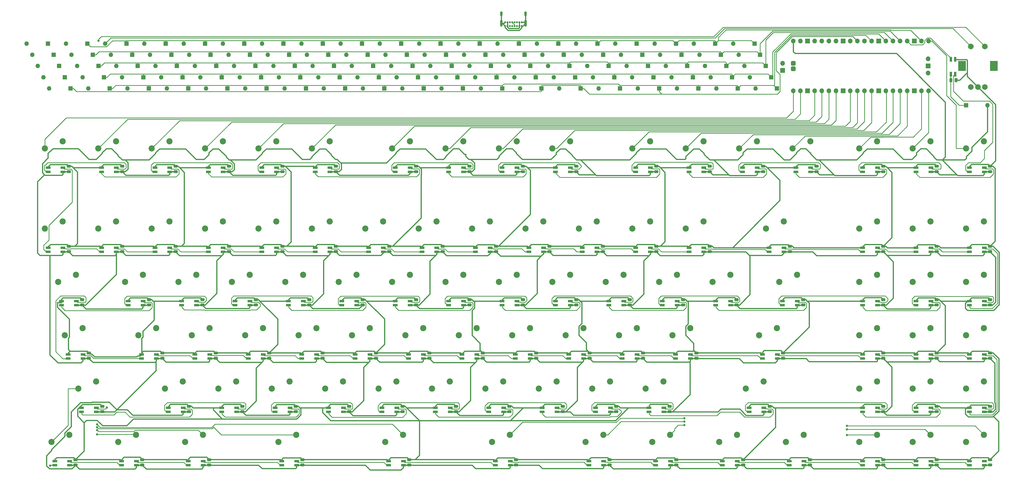
<source format=gbl>
G04 #@! TF.GenerationSoftware,KiCad,Pcbnew,(6.0.0)*
G04 #@! TF.CreationDate,2022-03-01T15:50:58-08:00*
G04 #@! TF.ProjectId,keyboard_exposed_diodes_standard_tkl,6b657962-6f61-4726-945f-6578706f7365,rev?*
G04 #@! TF.SameCoordinates,Original*
G04 #@! TF.FileFunction,Copper,L2,Bot*
G04 #@! TF.FilePolarity,Positive*
%FSLAX46Y46*%
G04 Gerber Fmt 4.6, Leading zero omitted, Abs format (unit mm)*
G04 Created by KiCad (PCBNEW (6.0.0)) date 2022-03-01 15:50:58*
%MOMM*%
%LPD*%
G01*
G04 APERTURE LIST*
G04 Aperture macros list*
%AMRoundRect*
0 Rectangle with rounded corners*
0 $1 Rounding radius*
0 $2 $3 $4 $5 $6 $7 $8 $9 X,Y pos of 4 corners*
0 Add a 4 corners polygon primitive as box body*
4,1,4,$2,$3,$4,$5,$6,$7,$8,$9,$2,$3,0*
0 Add four circle primitives for the rounded corners*
1,1,$1+$1,$2,$3*
1,1,$1+$1,$4,$5*
1,1,$1+$1,$6,$7*
1,1,$1+$1,$8,$9*
0 Add four rect primitives between the rounded corners*
20,1,$1+$1,$2,$3,$4,$5,0*
20,1,$1+$1,$4,$5,$6,$7,0*
20,1,$1+$1,$6,$7,$8,$9,0*
20,1,$1+$1,$8,$9,$2,$3,0*%
G04 Aperture macros list end*
G04 #@! TA.AperFunction,SMDPad,CuDef*
%ADD10R,1.800000X0.900000*%
G04 #@! TD*
G04 #@! TA.AperFunction,ComponentPad*
%ADD11C,2.200000*%
G04 #@! TD*
G04 #@! TA.AperFunction,ComponentPad*
%ADD12R,1.600000X1.600000*%
G04 #@! TD*
G04 #@! TA.AperFunction,ComponentPad*
%ADD13O,1.600000X1.600000*%
G04 #@! TD*
G04 #@! TA.AperFunction,ComponentPad*
%ADD14R,1.700000X1.700000*%
G04 #@! TD*
G04 #@! TA.AperFunction,ComponentPad*
%ADD15O,1.700000X1.700000*%
G04 #@! TD*
G04 #@! TA.AperFunction,ComponentPad*
%ADD16C,0.700000*%
G04 #@! TD*
G04 #@! TA.AperFunction,ComponentPad*
%ADD17O,0.900000X2.400000*%
G04 #@! TD*
G04 #@! TA.AperFunction,ComponentPad*
%ADD18O,0.900000X1.700000*%
G04 #@! TD*
G04 #@! TA.AperFunction,ComponentPad*
%ADD19RoundRect,0.425000X0.425000X-0.425000X0.425000X0.425000X-0.425000X0.425000X-0.425000X-0.425000X0*%
G04 #@! TD*
G04 #@! TA.AperFunction,ComponentPad*
%ADD20R,2.800000X3.600000*%
G04 #@! TD*
G04 #@! TA.AperFunction,ComponentPad*
%ADD21C,2.000000*%
G04 #@! TD*
G04 #@! TA.AperFunction,SMDPad,CuDef*
%ADD22R,0.900000X1.800000*%
G04 #@! TD*
G04 #@! TA.AperFunction,SMDPad,CuDef*
%ADD23RoundRect,0.250000X0.475000X-0.250000X0.475000X0.250000X-0.475000X0.250000X-0.475000X-0.250000X0*%
G04 #@! TD*
G04 #@! TA.AperFunction,SMDPad,CuDef*
%ADD24RoundRect,0.250000X0.250000X0.475000X-0.250000X0.475000X-0.250000X-0.475000X0.250000X-0.475000X0*%
G04 #@! TD*
G04 #@! TA.AperFunction,ViaPad*
%ADD25C,0.800000*%
G04 #@! TD*
G04 #@! TA.AperFunction,Conductor*
%ADD26C,0.400000*%
G04 #@! TD*
G04 #@! TA.AperFunction,Conductor*
%ADD27C,0.250000*%
G04 #@! TD*
G04 APERTURE END LIST*
D10*
X143095000Y-253875000D03*
X143095000Y-255375000D03*
X148395000Y-253875000D03*
X148395000Y-255375000D03*
D11*
X141935000Y-247035000D03*
X148285000Y-244495000D03*
D10*
X162145000Y-253875000D03*
X162145000Y-255375000D03*
X167445000Y-253875000D03*
X167445000Y-255375000D03*
D11*
X160985000Y-247035000D03*
X167335000Y-244495000D03*
D10*
X181195000Y-253875000D03*
X181195000Y-255375000D03*
X186495000Y-253875000D03*
X186495000Y-255375000D03*
D11*
X180035000Y-247035000D03*
X186385000Y-244495000D03*
D10*
X200245000Y-253875000D03*
X200245000Y-255375000D03*
X205545000Y-253875000D03*
X205545000Y-255375000D03*
D11*
X199085000Y-247035000D03*
X205435000Y-244495000D03*
D10*
X219295000Y-253875000D03*
X219295000Y-255375000D03*
X224595000Y-253875000D03*
X224595000Y-255375000D03*
D11*
X218135000Y-247035000D03*
X224485000Y-244495000D03*
D10*
X238345000Y-253875000D03*
X238345000Y-255375000D03*
X243645000Y-253875000D03*
X243645000Y-255375000D03*
D11*
X237185000Y-247035000D03*
X243535000Y-244495000D03*
D10*
X257395000Y-253875000D03*
X257395000Y-255375000D03*
X262695000Y-253875000D03*
X262695000Y-255375000D03*
D11*
X256235000Y-247035000D03*
X262585000Y-244495000D03*
D10*
X276445000Y-253875000D03*
X276445000Y-255375000D03*
X281745000Y-253875000D03*
X281745000Y-255375000D03*
D11*
X275285000Y-247035000D03*
X281635000Y-244495000D03*
D10*
X295495000Y-253875000D03*
X295495000Y-255375000D03*
X300795000Y-253875000D03*
X300795000Y-255375000D03*
D11*
X294335000Y-247035000D03*
X300685000Y-244495000D03*
D10*
X157382500Y-291975000D03*
X157382500Y-293475000D03*
X162682500Y-291975000D03*
X162682500Y-293475000D03*
D11*
X156222500Y-285135000D03*
X162572500Y-282595000D03*
D10*
X243107500Y-311025000D03*
X243107500Y-312525000D03*
X248407500Y-311025000D03*
X248407500Y-312525000D03*
D11*
X241947500Y-304185000D03*
X248297500Y-301645000D03*
D10*
X381220000Y-253875000D03*
X381220000Y-255375000D03*
X386520000Y-253875000D03*
X386520000Y-255375000D03*
D11*
X380060000Y-247035000D03*
X386410000Y-244495000D03*
D10*
X385982500Y-272925000D03*
X385982500Y-274425000D03*
X391282500Y-272925000D03*
X391282500Y-274425000D03*
D11*
X384822500Y-266085000D03*
X391172500Y-263545000D03*
D10*
X205007500Y-311025000D03*
X205007500Y-312525000D03*
X210307500Y-311025000D03*
X210307500Y-312525000D03*
D11*
X203847500Y-304185000D03*
X210197500Y-301645000D03*
D10*
X195482500Y-291975000D03*
X195482500Y-293475000D03*
X200782500Y-291975000D03*
X200782500Y-293475000D03*
D11*
X194322500Y-285135000D03*
X200672500Y-282595000D03*
D10*
X333595000Y-253875000D03*
X333595000Y-255375000D03*
X338895000Y-253875000D03*
X338895000Y-255375000D03*
D11*
X332435000Y-247035000D03*
X338785000Y-244495000D03*
D10*
X414557500Y-272925000D03*
X414557500Y-274425000D03*
X419857500Y-272925000D03*
X419857500Y-274425000D03*
D11*
X413397500Y-266085000D03*
X419747500Y-263545000D03*
D10*
X433607500Y-330075000D03*
X433607500Y-331575000D03*
X438907500Y-330075000D03*
X438907500Y-331575000D03*
D11*
X432447500Y-323235000D03*
X438797500Y-320695000D03*
D10*
X190720000Y-272925000D03*
X190720000Y-274425000D03*
X196020000Y-272925000D03*
X196020000Y-274425000D03*
D11*
X189560000Y-266085000D03*
X195910000Y-263545000D03*
D10*
X433607500Y-272925000D03*
X433607500Y-274425000D03*
X438907500Y-272925000D03*
X438907500Y-274425000D03*
D11*
X432447500Y-266085000D03*
X438797500Y-263545000D03*
D10*
X378838750Y-291975000D03*
X378838750Y-293475000D03*
X384138750Y-291975000D03*
X384138750Y-293475000D03*
D11*
X377678750Y-285135000D03*
X384028750Y-282595000D03*
D10*
X352645000Y-253875000D03*
X352645000Y-255375000D03*
X357945000Y-253875000D03*
X357945000Y-255375000D03*
D11*
X351485000Y-247035000D03*
X357835000Y-244495000D03*
D10*
X143095000Y-225300000D03*
X143095000Y-226800000D03*
X148395000Y-225300000D03*
X148395000Y-226800000D03*
D11*
X141935000Y-218460000D03*
X148285000Y-215920000D03*
D10*
X207388750Y-330075000D03*
X207388750Y-331575000D03*
X212688750Y-330075000D03*
X212688750Y-331575000D03*
D11*
X206228750Y-323235000D03*
X212578750Y-320695000D03*
D10*
X283588750Y-330075000D03*
X283588750Y-331575000D03*
X288888750Y-330075000D03*
X288888750Y-331575000D03*
D11*
X282428750Y-323235000D03*
X288778750Y-320695000D03*
D10*
X414557500Y-291975000D03*
X414557500Y-293475000D03*
X419857500Y-291975000D03*
X419857500Y-293475000D03*
D11*
X413397500Y-285135000D03*
X419747500Y-282595000D03*
D10*
X414557500Y-311025000D03*
X414557500Y-312525000D03*
X419857500Y-311025000D03*
X419857500Y-312525000D03*
D11*
X413397500Y-304185000D03*
X419747500Y-301645000D03*
D10*
X433607500Y-291975000D03*
X433607500Y-293475000D03*
X438907500Y-291975000D03*
X438907500Y-293475000D03*
D11*
X432447500Y-285135000D03*
X438797500Y-282595000D03*
D10*
X452657500Y-291975000D03*
X452657500Y-293475000D03*
X457957500Y-291975000D03*
X457957500Y-293475000D03*
D11*
X451497500Y-285135000D03*
X457847500Y-282595000D03*
D10*
X452657500Y-311025000D03*
X452657500Y-312525000D03*
X457957500Y-311025000D03*
X457957500Y-312525000D03*
D11*
X451497500Y-304185000D03*
X457847500Y-301645000D03*
D10*
X162145000Y-225300000D03*
X162145000Y-226800000D03*
X167445000Y-225300000D03*
X167445000Y-226800000D03*
D11*
X160985000Y-218460000D03*
X167335000Y-215920000D03*
D10*
X181195000Y-225300000D03*
X181195000Y-226800000D03*
X186495000Y-225300000D03*
X186495000Y-226800000D03*
D11*
X180035000Y-218460000D03*
X186385000Y-215920000D03*
D10*
X200245000Y-225300000D03*
X200245000Y-226800000D03*
X205545000Y-225300000D03*
X205545000Y-226800000D03*
D11*
X199085000Y-218460000D03*
X205435000Y-215920000D03*
D10*
X247870000Y-225300000D03*
X247870000Y-226800000D03*
X253170000Y-225300000D03*
X253170000Y-226800000D03*
D11*
X246710000Y-218460000D03*
X253060000Y-215920000D03*
D10*
X285970000Y-225300000D03*
X285970000Y-226800000D03*
X291270000Y-225300000D03*
X291270000Y-226800000D03*
D11*
X284810000Y-218460000D03*
X291160000Y-215920000D03*
D10*
X305020000Y-225300000D03*
X305020000Y-226800000D03*
X310320000Y-225300000D03*
X310320000Y-226800000D03*
D11*
X303860000Y-218460000D03*
X310210000Y-215920000D03*
D10*
X371695000Y-225300000D03*
X371695000Y-226800000D03*
X376995000Y-225300000D03*
X376995000Y-226800000D03*
D11*
X370535000Y-218460000D03*
X376885000Y-215920000D03*
D10*
X214532500Y-291975000D03*
X214532500Y-293475000D03*
X219832500Y-291975000D03*
X219832500Y-293475000D03*
D11*
X213372500Y-285135000D03*
X219722500Y-282595000D03*
D10*
X338357500Y-311025000D03*
X338357500Y-312525000D03*
X343657500Y-311025000D03*
X343657500Y-312525000D03*
D11*
X337197500Y-304185000D03*
X343547500Y-301645000D03*
D10*
X233582500Y-291975000D03*
X233582500Y-293475000D03*
X238882500Y-291975000D03*
X238882500Y-293475000D03*
D11*
X232422500Y-285135000D03*
X238772500Y-282595000D03*
D10*
X252632500Y-291975000D03*
X252632500Y-293475000D03*
X257932500Y-291975000D03*
X257932500Y-293475000D03*
D11*
X251472500Y-285135000D03*
X257822500Y-282595000D03*
D10*
X433607500Y-253875000D03*
X433607500Y-255375000D03*
X438907500Y-253875000D03*
X438907500Y-255375000D03*
D11*
X432447500Y-247035000D03*
X438797500Y-244495000D03*
D10*
X285970000Y-272925000D03*
X285970000Y-274425000D03*
X291270000Y-272925000D03*
X291270000Y-274425000D03*
D11*
X284810000Y-266085000D03*
X291160000Y-263545000D03*
D10*
X414557500Y-253875000D03*
X414557500Y-255375000D03*
X419857500Y-253875000D03*
X419857500Y-255375000D03*
D11*
X413397500Y-247035000D03*
X419747500Y-244495000D03*
D10*
X290732500Y-291975000D03*
X290732500Y-293475000D03*
X296032500Y-291975000D03*
X296032500Y-293475000D03*
D11*
X289572500Y-285135000D03*
X295922500Y-282595000D03*
D10*
X309782500Y-291975000D03*
X309782500Y-293475000D03*
X315082500Y-291975000D03*
X315082500Y-293475000D03*
D11*
X308622500Y-285135000D03*
X314972500Y-282595000D03*
D10*
X174051250Y-330075000D03*
X174051250Y-331575000D03*
X179351250Y-330075000D03*
X179351250Y-331575000D03*
D11*
X172891250Y-323235000D03*
X179241250Y-320695000D03*
D10*
X414557500Y-330075000D03*
X414557500Y-331575000D03*
X419857500Y-330075000D03*
X419857500Y-331575000D03*
D11*
X413397500Y-323235000D03*
X419747500Y-320695000D03*
D10*
X150238750Y-330075000D03*
X150238750Y-331575000D03*
X155538750Y-330075000D03*
X155538750Y-331575000D03*
D11*
X149078750Y-323235000D03*
X155428750Y-320695000D03*
D10*
X281207500Y-311025000D03*
X281207500Y-312525000D03*
X286507500Y-311025000D03*
X286507500Y-312525000D03*
D11*
X280047500Y-304185000D03*
X286397500Y-301645000D03*
D10*
X364551250Y-330075000D03*
X364551250Y-331575000D03*
X369851250Y-330075000D03*
X369851250Y-331575000D03*
D11*
X363391250Y-323235000D03*
X369741250Y-320695000D03*
D10*
X262157500Y-311025000D03*
X262157500Y-312525000D03*
X267457500Y-311025000D03*
X267457500Y-312525000D03*
D11*
X260997500Y-304185000D03*
X267347500Y-301645000D03*
D10*
X305020000Y-272925000D03*
X305020000Y-274425000D03*
X310320000Y-272925000D03*
X310320000Y-274425000D03*
D11*
X303860000Y-266085000D03*
X310210000Y-263545000D03*
D10*
X452657500Y-225300000D03*
X452657500Y-226800000D03*
X457957500Y-225300000D03*
X457957500Y-226800000D03*
D11*
X451497500Y-218460000D03*
X457847500Y-215920000D03*
D10*
X452657500Y-272925000D03*
X452657500Y-274425000D03*
X457957500Y-272925000D03*
X457957500Y-274425000D03*
D11*
X451497500Y-266085000D03*
X457847500Y-263545000D03*
D10*
X452657500Y-253875000D03*
X452657500Y-255375000D03*
X457957500Y-253875000D03*
X457957500Y-255375000D03*
D11*
X451497500Y-247035000D03*
X457847500Y-244495000D03*
D10*
X414557500Y-225300000D03*
X414557500Y-226800000D03*
X419857500Y-225300000D03*
X419857500Y-226800000D03*
D11*
X413397500Y-218460000D03*
X419747500Y-215920000D03*
D10*
X152620000Y-272925000D03*
X152620000Y-274425000D03*
X157920000Y-272925000D03*
X157920000Y-274425000D03*
D11*
X151460000Y-266085000D03*
X157810000Y-263545000D03*
D10*
X347882500Y-291975000D03*
X347882500Y-293475000D03*
X353182500Y-291975000D03*
X353182500Y-293475000D03*
D11*
X346722500Y-285135000D03*
X353072500Y-282595000D03*
D10*
X209770000Y-272925000D03*
X209770000Y-274425000D03*
X215070000Y-272925000D03*
X215070000Y-274425000D03*
D11*
X208610000Y-266085000D03*
X214960000Y-263545000D03*
D10*
X362170000Y-272925000D03*
X362170000Y-274425000D03*
X367470000Y-272925000D03*
X367470000Y-274425000D03*
D11*
X361010000Y-266085000D03*
X367360000Y-263545000D03*
D10*
X452657500Y-330075000D03*
X452657500Y-331575000D03*
X457957500Y-330075000D03*
X457957500Y-331575000D03*
D11*
X451497500Y-323235000D03*
X457847500Y-320695000D03*
D10*
X374076250Y-311025000D03*
X374076250Y-312525000D03*
X379376250Y-311025000D03*
X379376250Y-312525000D03*
D11*
X372916250Y-304185000D03*
X379266250Y-301645000D03*
D10*
X176432500Y-291975000D03*
X176432500Y-293475000D03*
X181732500Y-291975000D03*
X181732500Y-293475000D03*
D11*
X175272500Y-285135000D03*
X181622500Y-282595000D03*
D10*
X433607500Y-225300000D03*
X433607500Y-226800000D03*
X438907500Y-225300000D03*
X438907500Y-226800000D03*
D11*
X432447500Y-218460000D03*
X438797500Y-215920000D03*
D10*
X245488750Y-330075000D03*
X245488750Y-331575000D03*
X250788750Y-330075000D03*
X250788750Y-331575000D03*
D11*
X244328750Y-323235000D03*
X250678750Y-320695000D03*
D10*
X228820000Y-272925000D03*
X228820000Y-274425000D03*
X234120000Y-272925000D03*
X234120000Y-274425000D03*
D11*
X227660000Y-266085000D03*
X234010000Y-263545000D03*
D10*
X266920000Y-272925000D03*
X266920000Y-274425000D03*
X272220000Y-272925000D03*
X272220000Y-274425000D03*
D11*
X265760000Y-266085000D03*
X272110000Y-263545000D03*
D10*
X433607500Y-311025000D03*
X433607500Y-312525000D03*
X438907500Y-311025000D03*
X438907500Y-312525000D03*
D11*
X432447500Y-304185000D03*
X438797500Y-301645000D03*
D10*
X171670000Y-272925000D03*
X171670000Y-274425000D03*
X176970000Y-272925000D03*
X176970000Y-274425000D03*
D11*
X170510000Y-266085000D03*
X176860000Y-263545000D03*
D10*
X185957500Y-311025000D03*
X185957500Y-312525000D03*
X191257500Y-311025000D03*
X191257500Y-312525000D03*
D11*
X184797500Y-304185000D03*
X191147500Y-301645000D03*
D10*
X247870000Y-272925000D03*
X247870000Y-274425000D03*
X253170000Y-272925000D03*
X253170000Y-274425000D03*
D11*
X246710000Y-266085000D03*
X253060000Y-263545000D03*
D10*
X271682500Y-291975000D03*
X271682500Y-293475000D03*
X276982500Y-291975000D03*
X276982500Y-293475000D03*
D11*
X270522500Y-285135000D03*
X276872500Y-282595000D03*
D10*
X343120000Y-272925000D03*
X343120000Y-274425000D03*
X348420000Y-272925000D03*
X348420000Y-274425000D03*
D11*
X341960000Y-266085000D03*
X348310000Y-263545000D03*
D10*
X352645000Y-225300000D03*
X352645000Y-226800000D03*
X357945000Y-225300000D03*
X357945000Y-226800000D03*
D11*
X351485000Y-218460000D03*
X357835000Y-215920000D03*
D10*
X219295000Y-225300000D03*
X219295000Y-226800000D03*
X224595000Y-225300000D03*
X224595000Y-226800000D03*
D11*
X218135000Y-218460000D03*
X224485000Y-215920000D03*
D10*
X266920000Y-225300000D03*
X266920000Y-226800000D03*
X272220000Y-225300000D03*
X272220000Y-226800000D03*
D11*
X265760000Y-218460000D03*
X272110000Y-215920000D03*
D10*
X316926250Y-330075000D03*
X316926250Y-331575000D03*
X322226250Y-330075000D03*
X322226250Y-331575000D03*
D11*
X315766250Y-323235000D03*
X322116250Y-320695000D03*
D10*
X300257500Y-311025000D03*
X300257500Y-312525000D03*
X305557500Y-311025000D03*
X305557500Y-312525000D03*
D11*
X299097500Y-304185000D03*
X305447500Y-301645000D03*
D10*
X128807500Y-272925000D03*
X128807500Y-274425000D03*
X134107500Y-272925000D03*
X134107500Y-274425000D03*
D11*
X127647500Y-266085000D03*
X133997500Y-263545000D03*
D10*
X135951250Y-311025000D03*
X135951250Y-312525000D03*
X141251250Y-311025000D03*
X141251250Y-312525000D03*
D11*
X134791250Y-304185000D03*
X141141250Y-301645000D03*
D10*
X126426250Y-330075000D03*
X126426250Y-331575000D03*
X131726250Y-330075000D03*
X131726250Y-331575000D03*
D11*
X125266250Y-323235000D03*
X131616250Y-320695000D03*
D10*
X124045000Y-225300000D03*
X124045000Y-226800000D03*
X129345000Y-225300000D03*
X129345000Y-226800000D03*
D11*
X122885000Y-218460000D03*
X129235000Y-215920000D03*
D10*
X131188750Y-291975000D03*
X131188750Y-293475000D03*
X136488750Y-291975000D03*
X136488750Y-293475000D03*
D11*
X130028750Y-285135000D03*
X136378750Y-282595000D03*
D10*
X124045000Y-253875000D03*
X124045000Y-255375000D03*
X129345000Y-253875000D03*
X129345000Y-255375000D03*
D11*
X122885000Y-247035000D03*
X129235000Y-244495000D03*
D10*
X224057500Y-311025000D03*
X224057500Y-312525000D03*
X229357500Y-311025000D03*
X229357500Y-312525000D03*
D11*
X222897500Y-304185000D03*
X229247500Y-301645000D03*
D10*
X328832500Y-291975000D03*
X328832500Y-293475000D03*
X334132500Y-291975000D03*
X334132500Y-293475000D03*
D11*
X327672500Y-285135000D03*
X334022500Y-282595000D03*
D10*
X340738750Y-330075000D03*
X340738750Y-331575000D03*
X346038750Y-330075000D03*
X346038750Y-331575000D03*
D11*
X339578750Y-323235000D03*
X345928750Y-320695000D03*
D10*
X324070000Y-272925000D03*
X324070000Y-274425000D03*
X329370000Y-272925000D03*
X329370000Y-274425000D03*
D11*
X322910000Y-266085000D03*
X329260000Y-263545000D03*
D10*
X333595000Y-225300000D03*
X333595000Y-226800000D03*
X338895000Y-225300000D03*
X338895000Y-226800000D03*
D11*
X332435000Y-218460000D03*
X338785000Y-215920000D03*
D10*
X388363750Y-330075000D03*
X388363750Y-331575000D03*
X393663750Y-330075000D03*
X393663750Y-331575000D03*
D11*
X387203750Y-323235000D03*
X393553750Y-320695000D03*
D10*
X319307500Y-311025000D03*
X319307500Y-312525000D03*
X324607500Y-311025000D03*
X324607500Y-312525000D03*
D11*
X318147500Y-304185000D03*
X324497500Y-301645000D03*
D12*
X124000000Y-181000000D03*
D13*
X116380000Y-181000000D03*
D12*
X370000000Y-197000000D03*
D13*
X362380000Y-197000000D03*
D12*
X340000000Y-193000000D03*
D13*
X332380000Y-193000000D03*
D12*
X140000000Y-185000000D03*
D13*
X132380000Y-185000000D03*
D14*
X386000000Y-190540000D03*
D15*
X386000000Y-188000000D03*
D16*
X293000000Y-174725000D03*
X292150000Y-174725000D03*
X291300000Y-174725000D03*
X290450000Y-174725000D03*
X289600000Y-174725000D03*
X288750000Y-174725000D03*
X287900000Y-174725000D03*
X287050000Y-174725000D03*
X287050000Y-173375000D03*
X287900000Y-173375000D03*
X288750000Y-173375000D03*
X289600000Y-173375000D03*
X290450000Y-173375000D03*
X291300000Y-173375000D03*
X292150000Y-173375000D03*
X293000000Y-173375000D03*
D17*
X294350000Y-173745000D03*
D18*
X294350000Y-170365000D03*
D17*
X285700000Y-173745000D03*
D18*
X285700000Y-170365000D03*
D15*
X389870000Y-197890000D03*
X392410000Y-197890000D03*
D14*
X394950000Y-197890000D03*
D15*
X397490000Y-197890000D03*
X400030000Y-197890000D03*
X402570000Y-197890000D03*
X405110000Y-197890000D03*
D14*
X407650000Y-197890000D03*
D15*
X410190000Y-197890000D03*
X412730000Y-197890000D03*
X415270000Y-197890000D03*
X417810000Y-197890000D03*
D14*
X420350000Y-197890000D03*
D15*
X422890000Y-197890000D03*
X425430000Y-197890000D03*
X427970000Y-197890000D03*
X430510000Y-197890000D03*
D14*
X433050000Y-197890000D03*
D15*
X435590000Y-197890000D03*
X438130000Y-197890000D03*
X438130000Y-180110000D03*
X435590000Y-180110000D03*
D14*
X433050000Y-180110000D03*
D15*
X430510000Y-180110000D03*
X427970000Y-180110000D03*
X425430000Y-180110000D03*
X422890000Y-180110000D03*
D14*
X420350000Y-180110000D03*
D15*
X417810000Y-180110000D03*
X415270000Y-180110000D03*
X412730000Y-180110000D03*
X410190000Y-180110000D03*
D14*
X407650000Y-180110000D03*
D15*
X405110000Y-180110000D03*
X402570000Y-180110000D03*
X400030000Y-180110000D03*
X397490000Y-180110000D03*
D14*
X394950000Y-180110000D03*
D15*
X392410000Y-180110000D03*
X389870000Y-180110000D03*
X437900000Y-191540000D03*
D14*
X437900000Y-189000000D03*
D15*
X437900000Y-186460000D03*
D19*
X389880000Y-190000000D03*
X389880000Y-188000000D03*
D12*
X338000000Y-189000000D03*
D13*
X330380000Y-189000000D03*
D12*
X226000000Y-189000000D03*
D13*
X218380000Y-189000000D03*
D12*
X310000000Y-189000000D03*
D13*
X302380000Y-189000000D03*
D12*
X300000000Y-197000000D03*
D13*
X292380000Y-197000000D03*
D12*
X296000000Y-189000000D03*
D13*
X288380000Y-189000000D03*
D12*
X282000000Y-189000000D03*
D13*
X274380000Y-189000000D03*
D12*
X142000000Y-189000000D03*
D13*
X134380000Y-189000000D03*
D12*
X194000000Y-181000000D03*
D13*
X186380000Y-181000000D03*
D12*
X328000000Y-197000000D03*
D13*
X320380000Y-197000000D03*
D12*
X160000000Y-197000000D03*
D13*
X152380000Y-197000000D03*
D12*
X180000000Y-181000000D03*
D13*
X172380000Y-181000000D03*
D20*
X450000000Y-189000000D03*
X461400000Y-189000000D03*
D21*
X453200000Y-196500000D03*
X458200000Y-196500000D03*
X455700000Y-196500000D03*
X453200000Y-182000000D03*
X458200000Y-182000000D03*
D12*
X286000000Y-197000000D03*
D13*
X278380000Y-197000000D03*
D12*
X240000000Y-189000000D03*
D13*
X232380000Y-189000000D03*
D12*
X322000000Y-185000000D03*
D13*
X314380000Y-185000000D03*
D12*
X362000000Y-181000000D03*
D13*
X354380000Y-181000000D03*
D12*
X324000000Y-189000000D03*
D13*
X316380000Y-189000000D03*
D12*
X384000000Y-197000000D03*
D13*
X376380000Y-197000000D03*
D12*
X308000000Y-185000000D03*
D13*
X300380000Y-185000000D03*
D12*
X334000000Y-181000000D03*
D13*
X326380000Y-181000000D03*
D12*
X258000000Y-197000000D03*
D13*
X250380000Y-197000000D03*
D12*
X242000000Y-193000000D03*
D13*
X234380000Y-193000000D03*
D12*
X154000000Y-185000000D03*
D13*
X146380000Y-185000000D03*
D12*
X342000000Y-197000000D03*
D13*
X334380000Y-197000000D03*
D12*
X172000000Y-193000000D03*
D13*
X164380000Y-193000000D03*
D12*
X144000000Y-193000000D03*
D13*
X136380000Y-193000000D03*
D12*
X212000000Y-189000000D03*
D13*
X204380000Y-189000000D03*
D12*
X244000000Y-197000000D03*
D13*
X236380000Y-197000000D03*
D12*
X314000000Y-197000000D03*
D13*
X306380000Y-197000000D03*
D12*
X280000000Y-185000000D03*
D13*
X272380000Y-185000000D03*
D12*
X202000000Y-197000000D03*
D13*
X194380000Y-197000000D03*
D12*
X320000000Y-181000000D03*
D13*
X312380000Y-181000000D03*
D12*
X182000000Y-185000000D03*
D13*
X174380000Y-185000000D03*
D12*
X364000000Y-185000000D03*
D13*
X356380000Y-185000000D03*
D12*
X378000000Y-185000000D03*
D13*
X370380000Y-185000000D03*
D12*
X284000000Y-193000000D03*
D13*
X276380000Y-193000000D03*
D12*
X264000000Y-181000000D03*
D13*
X256380000Y-181000000D03*
D12*
X130000000Y-193000000D03*
D13*
X122380000Y-193000000D03*
D12*
X254000000Y-189000000D03*
D13*
X246380000Y-189000000D03*
D12*
X200000000Y-193000000D03*
D13*
X192380000Y-193000000D03*
D12*
X350000000Y-185000000D03*
D13*
X342380000Y-185000000D03*
D12*
X252000000Y-185000000D03*
D13*
X244380000Y-185000000D03*
D12*
X228000000Y-193000000D03*
D13*
X220380000Y-193000000D03*
D12*
X270000000Y-193000000D03*
D13*
X262380000Y-193000000D03*
D12*
X126000000Y-185000000D03*
D13*
X118380000Y-185000000D03*
D12*
X132000000Y-197000000D03*
D13*
X124380000Y-197000000D03*
D12*
X348000000Y-181000000D03*
D13*
X340380000Y-181000000D03*
D12*
X356000000Y-197000000D03*
D13*
X348380000Y-197000000D03*
D12*
X268000000Y-189000000D03*
D13*
X260380000Y-189000000D03*
D12*
X256000000Y-193000000D03*
D13*
X248380000Y-193000000D03*
D12*
X230000000Y-197000000D03*
D13*
X222380000Y-197000000D03*
D12*
X170000000Y-189000000D03*
D13*
X162380000Y-189000000D03*
D12*
X174000000Y-197000000D03*
D13*
X166380000Y-197000000D03*
D12*
X166000000Y-181000000D03*
D13*
X158380000Y-181000000D03*
D12*
X210000000Y-185000000D03*
D13*
X202380000Y-185000000D03*
D12*
X186000000Y-193000000D03*
D13*
X178380000Y-193000000D03*
D12*
X278000000Y-181000000D03*
D13*
X270380000Y-181000000D03*
D12*
X266000000Y-185000000D03*
D13*
X258380000Y-185000000D03*
D12*
X152000000Y-181000000D03*
D13*
X144380000Y-181000000D03*
D12*
X184000000Y-189000000D03*
D13*
X176380000Y-189000000D03*
D12*
X366000000Y-189000000D03*
D13*
X358380000Y-189000000D03*
D12*
X188000000Y-197000000D03*
D13*
X180380000Y-197000000D03*
D12*
X158000000Y-193000000D03*
D13*
X150380000Y-193000000D03*
D12*
X298000000Y-193000000D03*
D13*
X290380000Y-193000000D03*
D12*
X128000000Y-189000000D03*
D13*
X120380000Y-189000000D03*
D12*
X272000000Y-197000000D03*
D13*
X264380000Y-197000000D03*
D12*
X352000000Y-189000000D03*
D13*
X344380000Y-189000000D03*
D12*
X382000000Y-193000000D03*
D13*
X374380000Y-193000000D03*
D12*
X368000000Y-193000000D03*
D13*
X360380000Y-193000000D03*
D12*
X208000000Y-181000000D03*
D13*
X200380000Y-181000000D03*
D12*
X196000000Y-185000000D03*
D13*
X188380000Y-185000000D03*
D12*
X216000000Y-197000000D03*
D13*
X208380000Y-197000000D03*
D12*
X326000000Y-193000000D03*
D13*
X318380000Y-193000000D03*
D12*
X198000000Y-189000000D03*
D13*
X190380000Y-189000000D03*
D12*
X138000000Y-181000000D03*
D13*
X130380000Y-181000000D03*
D12*
X336000000Y-185000000D03*
D13*
X328380000Y-185000000D03*
D12*
X376000000Y-181000000D03*
D13*
X368380000Y-181000000D03*
D12*
X214000000Y-193000000D03*
D13*
X206380000Y-193000000D03*
D12*
X306000000Y-181000000D03*
D13*
X298380000Y-181000000D03*
D12*
X236000000Y-181000000D03*
D13*
X228380000Y-181000000D03*
D12*
X292000000Y-181000000D03*
D13*
X284380000Y-181000000D03*
D12*
X294000000Y-185000000D03*
D13*
X286380000Y-185000000D03*
D12*
X156000000Y-189000000D03*
D13*
X148380000Y-189000000D03*
D12*
X354000000Y-193000000D03*
D13*
X346380000Y-193000000D03*
D12*
X168000000Y-185000000D03*
D13*
X160380000Y-185000000D03*
D12*
X146000000Y-197000000D03*
D13*
X138380000Y-197000000D03*
D12*
X224000000Y-185000000D03*
D13*
X216380000Y-185000000D03*
D12*
X222000000Y-181000000D03*
D13*
X214380000Y-181000000D03*
D12*
X380000000Y-189000000D03*
D13*
X372380000Y-189000000D03*
D12*
X238000000Y-185000000D03*
D13*
X230380000Y-185000000D03*
D12*
X312000000Y-193000000D03*
D13*
X304380000Y-193000000D03*
D12*
X250000000Y-181000000D03*
D13*
X242380000Y-181000000D03*
D10*
X314545000Y-253875000D03*
X314545000Y-255375000D03*
X319845000Y-253875000D03*
X319845000Y-255375000D03*
D11*
X313385000Y-247035000D03*
X319735000Y-244495000D03*
D10*
X390745000Y-225300000D03*
X390745000Y-226800000D03*
X396045000Y-225300000D03*
X396045000Y-226800000D03*
D11*
X389585000Y-218460000D03*
X395935000Y-215920000D03*
D10*
X166907500Y-311025000D03*
X166907500Y-312525000D03*
X172207500Y-311025000D03*
X172207500Y-312525000D03*
D11*
X165747500Y-304185000D03*
X172097500Y-301645000D03*
D12*
X451500000Y-203000000D03*
D13*
X459120000Y-203000000D03*
D22*
X447542000Y-186592000D03*
X446042000Y-186592000D03*
X447542000Y-191892000D03*
X446042000Y-191892000D03*
D23*
X143351250Y-312425000D03*
X143351250Y-310525000D03*
X441007500Y-331475000D03*
X441007500Y-329575000D03*
X255270000Y-226700000D03*
X255270000Y-224800000D03*
X169545000Y-226700000D03*
X169545000Y-224800000D03*
X183832500Y-293375000D03*
X183832500Y-291475000D03*
X212407500Y-312425000D03*
X212407500Y-310525000D03*
X336232500Y-293375000D03*
X336232500Y-291475000D03*
X179070000Y-274325000D03*
X179070000Y-272425000D03*
X302895000Y-255275000D03*
X302895000Y-253375000D03*
X421957500Y-226700000D03*
X421957500Y-224800000D03*
X369570000Y-274325000D03*
X369570000Y-272425000D03*
X202882500Y-293375000D03*
X202882500Y-291475000D03*
X260032500Y-293375000D03*
X260032500Y-291475000D03*
X340995000Y-255275000D03*
X340995000Y-253375000D03*
X217170000Y-274325000D03*
X217170000Y-272425000D03*
X231457500Y-312425000D03*
X231457500Y-310525000D03*
X214788750Y-331475000D03*
X214788750Y-329575000D03*
X441007500Y-226700000D03*
X441007500Y-224800000D03*
X293370000Y-274325000D03*
X293370000Y-272425000D03*
X283845000Y-255275000D03*
X283845000Y-253375000D03*
X274320000Y-226700000D03*
X274320000Y-224800000D03*
X150495000Y-226700000D03*
X150495000Y-224800000D03*
X198120000Y-274325000D03*
X198120000Y-272425000D03*
X441007500Y-312425000D03*
X441007500Y-310525000D03*
X331470000Y-274325000D03*
X331470000Y-272425000D03*
X279082500Y-293375000D03*
X279082500Y-291475000D03*
X421957500Y-255275000D03*
X421957500Y-253375000D03*
X298132500Y-293375000D03*
X298132500Y-291475000D03*
X133826250Y-331475000D03*
X133826250Y-329575000D03*
X421957500Y-274325000D03*
X421957500Y-272425000D03*
X371951250Y-331475000D03*
X371951250Y-329575000D03*
X160020000Y-274325000D03*
X160020000Y-272425000D03*
X317182500Y-293375000D03*
X317182500Y-291475000D03*
X236220000Y-274325000D03*
X236220000Y-272425000D03*
X460057500Y-255275000D03*
X460057500Y-253375000D03*
X226695000Y-226700000D03*
X226695000Y-224800000D03*
X240982500Y-293375000D03*
X240982500Y-291475000D03*
X274320000Y-274325000D03*
X274320000Y-272425000D03*
X188595000Y-255275000D03*
X188595000Y-253375000D03*
X350520000Y-274325000D03*
X350520000Y-272425000D03*
X441007500Y-255275000D03*
X441007500Y-253375000D03*
X138588750Y-293375000D03*
X138588750Y-291475000D03*
X131445000Y-255275000D03*
X131445000Y-253375000D03*
X355282500Y-293375000D03*
X355282500Y-291475000D03*
X174307500Y-312425000D03*
X174307500Y-310525000D03*
X348138750Y-331475000D03*
X348138750Y-329575000D03*
X164782500Y-293375000D03*
X164782500Y-291475000D03*
X395763750Y-331475000D03*
X395763750Y-329575000D03*
X290988750Y-331475000D03*
X290988750Y-329575000D03*
X255270000Y-274325000D03*
X255270000Y-272425000D03*
X312420000Y-274325000D03*
X312420000Y-272425000D03*
X460057500Y-293375000D03*
X460057500Y-291475000D03*
X250507500Y-312425000D03*
X250507500Y-310525000D03*
X321945000Y-255275000D03*
X321945000Y-253375000D03*
X379095000Y-226700000D03*
X379095000Y-224800000D03*
X288607500Y-312425000D03*
X288607500Y-310525000D03*
X360045000Y-255275000D03*
X360045000Y-253375000D03*
X421957500Y-293375000D03*
X421957500Y-291475000D03*
X131445000Y-226700000D03*
X131445000Y-224800000D03*
X226695000Y-255275000D03*
X226695000Y-253375000D03*
X157638750Y-331475000D03*
X157638750Y-329575000D03*
X312420000Y-226700000D03*
X312420000Y-224800000D03*
X460057500Y-312425000D03*
X460057500Y-310525000D03*
X324326250Y-331475000D03*
X324326250Y-329575000D03*
X388620000Y-255275000D03*
X388620000Y-253375000D03*
X207645000Y-255275000D03*
X207645000Y-253375000D03*
X393382500Y-274325000D03*
X393382500Y-272425000D03*
X207645000Y-226700000D03*
X207645000Y-224800000D03*
X252888750Y-331475000D03*
X252888750Y-329575000D03*
X221932500Y-293375000D03*
X221932500Y-291475000D03*
X340995000Y-226700000D03*
X340995000Y-224800000D03*
X421957500Y-331475000D03*
X421957500Y-329575000D03*
X421957500Y-312425000D03*
X421957500Y-310525000D03*
X441007500Y-293375000D03*
X441007500Y-291475000D03*
X264795000Y-255275000D03*
X264795000Y-253375000D03*
X169545000Y-255275000D03*
X169545000Y-253375000D03*
X441007500Y-274325000D03*
X441007500Y-272425000D03*
X193357500Y-312425000D03*
X193357500Y-310525000D03*
X460057500Y-331475000D03*
X460057500Y-329575000D03*
X136207500Y-274325000D03*
X136207500Y-272425000D03*
X181451250Y-331475000D03*
X181451250Y-329575000D03*
X386238750Y-293375000D03*
X386238750Y-291475000D03*
X460057500Y-274325000D03*
X460057500Y-272425000D03*
X360045000Y-226700000D03*
X360045000Y-224800000D03*
X293370000Y-226700000D03*
X293370000Y-224800000D03*
X188595000Y-226700000D03*
X188595000Y-224800000D03*
X245745000Y-255275000D03*
X245745000Y-253375000D03*
X326707500Y-312425000D03*
X326707500Y-310525000D03*
X345757500Y-312425000D03*
X345757500Y-310525000D03*
X307657500Y-312425000D03*
X307657500Y-310525000D03*
X381476250Y-312425000D03*
X381476250Y-310525000D03*
X269557500Y-312425000D03*
X269557500Y-310525000D03*
X460057500Y-226700000D03*
X460057500Y-224800000D03*
X150495000Y-255275000D03*
X150495000Y-253375000D03*
X398145000Y-226700000D03*
X398145000Y-224800000D03*
D24*
X447950000Y-194000000D03*
X446050000Y-194000000D03*
D25*
X409000000Y-318750000D03*
X141512653Y-317987347D03*
X351000000Y-314750000D03*
X141500000Y-319000000D03*
X409000000Y-320750000D03*
X141500000Y-320500000D03*
X351000000Y-316000000D03*
X409000000Y-317500000D03*
X351000000Y-317250000D03*
X141518939Y-316968328D03*
X142000000Y-180000000D03*
X124750000Y-331675020D03*
X145000000Y-311000000D03*
D26*
X352757500Y-294700000D02*
X337507500Y-294700000D01*
X122000000Y-223800000D02*
X124000000Y-221800000D01*
X331470000Y-274375000D02*
X329370000Y-274375000D01*
X236572989Y-308384511D02*
X236572989Y-296584511D01*
X195970000Y-275275000D02*
X195970000Y-274425000D01*
X438907500Y-293425000D02*
X438857500Y-293475000D01*
X269557500Y-312475000D02*
X267457500Y-312475000D01*
X419857500Y-274375000D02*
X419807500Y-274425000D01*
X248070479Y-220207322D02*
X248070479Y-219985374D01*
X419807500Y-255375000D02*
X419857500Y-255325000D01*
X461082500Y-312475000D02*
X461874510Y-311682990D01*
X369570000Y-274375000D02*
X370595000Y-274375000D01*
X370000000Y-222500000D02*
X371895479Y-220604521D01*
X276982500Y-293425000D02*
X276932500Y-293475000D01*
X139963750Y-294800000D02*
X138588750Y-293425000D01*
X223050479Y-218550479D02*
X225000000Y-220500000D01*
X393613750Y-332425000D02*
X393338750Y-332700000D01*
X127500000Y-295000000D02*
X135763750Y-295000000D01*
X438532500Y-313700000D02*
X438857500Y-313375000D01*
X207645000Y-255325000D02*
X209020000Y-256700000D01*
X162682500Y-293425000D02*
X162632500Y-293475000D01*
X275570000Y-228000000D02*
X290800000Y-228000000D01*
X193357500Y-312475000D02*
X191257500Y-312475000D01*
X131445000Y-255325000D02*
X132820000Y-256700000D01*
X274320000Y-226750000D02*
X272220000Y-226750000D01*
X248407500Y-312475000D02*
X250507500Y-312475000D01*
X314000000Y-222500000D02*
X331502801Y-222500000D01*
X225000000Y-220500000D02*
X225000000Y-220812801D01*
X218164521Y-221316332D02*
X220930374Y-218550479D01*
X421957500Y-331525000D02*
X419857500Y-331525000D01*
X198250000Y-296807500D02*
X200582980Y-294474520D01*
X357420000Y-256700000D02*
X357895000Y-256225000D01*
X349363750Y-332750000D02*
X348138750Y-331525000D01*
X205495000Y-226800000D02*
X205545000Y-226750000D01*
X324557500Y-312525000D02*
X324607500Y-312475000D01*
X386520000Y-255325000D02*
X388620000Y-255325000D01*
X236220000Y-274375000D02*
X234120000Y-274375000D01*
X167395000Y-226800000D02*
X167445000Y-226750000D01*
X313469520Y-227799520D02*
X319299520Y-227799520D01*
X132820000Y-256700000D02*
X147870000Y-256700000D01*
X274111720Y-222299521D02*
X274799521Y-222299521D01*
X184185489Y-258484511D02*
X186445000Y-256225000D01*
X190424511Y-223924512D02*
X190424510Y-225945490D01*
X125295771Y-325954229D02*
X130016739Y-321233261D01*
X242650000Y-256600000D02*
X243595000Y-255655000D01*
X462000000Y-273289713D02*
X462000000Y-257267500D01*
X264795000Y-255325000D02*
X266170000Y-256700000D01*
X441007500Y-226750000D02*
X438907500Y-226750000D01*
X210257500Y-312525000D02*
X210307500Y-312475000D01*
X243645000Y-255325000D02*
X245745000Y-255325000D01*
X382551457Y-218550479D02*
X386500978Y-222500000D01*
X329370000Y-274375000D02*
X329320000Y-274425000D01*
X150495000Y-226750000D02*
X148395000Y-226750000D01*
X363010605Y-312525000D02*
X364035605Y-311500000D01*
X293370000Y-274375000D02*
X294595000Y-275600000D01*
X378951250Y-313750000D02*
X379326250Y-313375000D01*
X128920000Y-256600000D02*
X124658478Y-256600000D01*
X373126250Y-332700000D02*
X371951250Y-331525000D01*
X188595000Y-226750000D02*
X189845000Y-228000000D01*
X243595000Y-255655000D02*
X243595000Y-255375000D01*
X398133520Y-256700000D02*
X419332500Y-256700000D01*
X136207500Y-274375000D02*
X137532500Y-275700000D01*
X210307500Y-312475000D02*
X212407500Y-312475000D01*
X299407500Y-294700000D02*
X298132500Y-293425000D01*
X289584147Y-218500000D02*
X291069521Y-219985374D01*
X440000000Y-221500301D02*
X440999699Y-222500000D01*
X181395479Y-219985374D02*
X182830374Y-218550479D01*
X419807500Y-294325000D02*
X419632500Y-294500000D01*
X433807979Y-219985374D02*
X435293353Y-218500000D01*
X357945000Y-226750000D02*
X357895000Y-226800000D01*
X438482500Y-256600000D02*
X438857500Y-256225000D01*
X226695000Y-226750000D02*
X227945000Y-228000000D01*
X217170000Y-274375000D02*
X218195000Y-274375000D01*
X399000000Y-222500000D02*
X412465301Y-222500000D01*
X167020000Y-256600000D02*
X167395000Y-256225000D01*
X318357500Y-294600000D02*
X317182500Y-293425000D01*
X274799521Y-222299521D02*
X284078280Y-222299521D01*
X181682500Y-293475000D02*
X181682500Y-294325000D01*
X268605853Y-218500000D02*
X270534147Y-218500000D01*
X438857500Y-256225000D02*
X438857500Y-255375000D01*
X374375421Y-270594579D02*
X374375421Y-256817901D01*
X285420000Y-256900000D02*
X299850000Y-256900000D01*
X367100000Y-228100000D02*
X376495000Y-228100000D01*
X298132500Y-293425000D02*
X296032500Y-293425000D01*
X461750978Y-309311265D02*
X461750978Y-295118478D01*
X286457500Y-313375000D02*
X286457500Y-312525000D01*
X269557500Y-312475000D02*
X270832500Y-313750000D01*
X141251250Y-312475000D02*
X141201250Y-312525000D01*
X393663750Y-331525000D02*
X393613750Y-331575000D01*
X149000000Y-220790853D02*
X149000000Y-221012801D01*
X200445479Y-219985374D02*
X201880374Y-218550479D01*
X226695000Y-226750000D02*
X224595000Y-226750000D01*
X210257500Y-313375000D02*
X210257500Y-312525000D01*
X176970000Y-274375000D02*
X176920000Y-274425000D01*
X209020000Y-256700000D02*
X224070000Y-256700000D01*
X238682980Y-294474520D02*
X238357500Y-294800000D01*
X391232500Y-274425000D02*
X391282500Y-274375000D01*
X305220479Y-219985374D02*
X306655374Y-218550479D01*
X180295000Y-275600000D02*
X195645000Y-275600000D01*
X376945000Y-227650000D02*
X376945000Y-226800000D01*
X345988750Y-331575000D02*
X345988750Y-332425000D01*
X343657500Y-312475000D02*
X343607500Y-312525000D01*
X238832500Y-293475000D02*
X238832500Y-294325000D01*
X260032500Y-293425000D02*
X257932500Y-293425000D01*
X374375421Y-256817901D02*
X373932040Y-256374520D01*
X205145000Y-228000000D02*
X205495000Y-227650000D01*
X162482980Y-294474520D02*
X162157500Y-294800000D01*
X370501270Y-293425000D02*
X355282500Y-293425000D01*
X438857500Y-255375000D02*
X438907500Y-255325000D01*
X136207500Y-274375000D02*
X134107500Y-274375000D01*
X195645000Y-275600000D02*
X195970000Y-275275000D01*
X443000000Y-222500000D02*
X444047011Y-221452989D01*
X295607500Y-294700000D02*
X280357500Y-294700000D01*
X186495000Y-226750000D02*
X186445000Y-226800000D01*
X169545000Y-255325000D02*
X170920000Y-256700000D01*
X319795000Y-255375000D02*
X319845000Y-255325000D01*
X265028280Y-222299521D02*
X265789521Y-221538280D01*
X266170000Y-256700000D02*
X280900000Y-256700000D01*
X260250000Y-270420000D02*
X260250000Y-258620000D01*
X288838750Y-331575000D02*
X288838750Y-332425000D01*
X399000000Y-222500000D02*
X404299520Y-227799520D01*
X196020000Y-274375000D02*
X198120000Y-274375000D01*
X260250000Y-258620000D02*
X262495480Y-256374520D01*
X441007500Y-293425000D02*
X438907500Y-293425000D01*
X132551250Y-332800000D02*
X124550000Y-332800000D01*
X302895000Y-255325000D02*
X300795000Y-255325000D01*
X357895000Y-255375000D02*
X357945000Y-255325000D01*
X228624510Y-225845490D02*
X227720000Y-226750000D01*
X190424510Y-225945490D02*
X189620000Y-226750000D01*
X457907500Y-294325000D02*
X457732500Y-294500000D01*
X312420000Y-226750000D02*
X313469520Y-227799520D01*
X419857500Y-331525000D02*
X419807500Y-331575000D01*
X265789521Y-221538280D02*
X265789521Y-221316332D01*
X172157500Y-312525000D02*
X172207500Y-312475000D01*
X335230374Y-218550479D02*
X344451457Y-218550479D01*
X374157520Y-256600000D02*
X385700000Y-256600000D01*
X131726250Y-331525000D02*
X131676250Y-331575000D01*
X373932040Y-256374520D02*
X374157520Y-256600000D01*
X321851250Y-332750000D02*
X300352270Y-332750000D01*
X188595000Y-226750000D02*
X186495000Y-226750000D01*
X217403280Y-222299521D02*
X218164521Y-221538280D01*
X219832500Y-293425000D02*
X219782500Y-293475000D01*
X236572989Y-296584511D02*
X238682980Y-294474520D01*
X294595000Y-275600000D02*
X309900000Y-275600000D01*
X309900000Y-275600000D02*
X310270000Y-275230000D01*
X184859626Y-218550479D02*
X187625479Y-221316332D01*
X189620000Y-226750000D02*
X188595000Y-226750000D01*
X379376250Y-312475000D02*
X379326250Y-312525000D01*
X438432500Y-275700000D02*
X438857500Y-275275000D01*
X199089270Y-331525000D02*
X181451250Y-331525000D01*
X143351250Y-312475000D02*
X141251250Y-312475000D01*
X188587199Y-222500000D02*
X189000000Y-222500000D01*
X345613750Y-332800000D02*
X325601250Y-332800000D01*
X201880374Y-218550479D02*
X210920499Y-218550479D01*
X388652801Y-222500000D02*
X390945479Y-220207322D01*
X281745000Y-255325000D02*
X283845000Y-255325000D01*
X205120000Y-256600000D02*
X205495000Y-256225000D01*
X398145000Y-226750000D02*
X396045000Y-226750000D01*
X441007500Y-255325000D02*
X442382500Y-256700000D01*
X262645000Y-256225000D02*
X262645000Y-255375000D01*
X425500000Y-271857500D02*
X425500000Y-258867500D01*
X171700000Y-313700000D02*
X172157500Y-313242500D01*
X300745000Y-256005000D02*
X300745000Y-255375000D01*
X270534147Y-218500000D02*
X272534147Y-220500000D01*
X281695000Y-255905000D02*
X281695000Y-255375000D01*
X404600000Y-228100000D02*
X419357500Y-228100000D01*
X438857500Y-332425000D02*
X438532500Y-332750000D01*
X340995000Y-255325000D02*
X338895000Y-255325000D01*
X299127270Y-331525000D02*
X290988750Y-331525000D01*
X167445000Y-255325000D02*
X169545000Y-255325000D01*
X181732500Y-293425000D02*
X181682500Y-293475000D01*
X134850978Y-218500000D02*
X138650499Y-222299521D01*
X155488750Y-331575000D02*
X155488750Y-332425000D01*
X195970000Y-274425000D02*
X196020000Y-274375000D01*
X185207500Y-294800000D02*
X183832500Y-293425000D01*
X122745498Y-227799520D02*
X122000000Y-227054022D01*
X416192874Y-218550479D02*
X425413957Y-218550479D01*
X238882500Y-293425000D02*
X238832500Y-293475000D01*
X194382500Y-312475000D02*
X198250000Y-308607500D01*
X167395000Y-256225000D02*
X167395000Y-255375000D01*
X333795479Y-220207322D02*
X333795479Y-219985374D01*
X128945000Y-228000000D02*
X122945978Y-228000000D01*
X442082500Y-294500000D02*
X441007500Y-293425000D01*
X226486720Y-222299521D02*
X227101734Y-222299521D01*
X286507500Y-312475000D02*
X286457500Y-312525000D01*
X188595000Y-255325000D02*
X186495000Y-255325000D01*
X441007500Y-331525000D02*
X438907500Y-331525000D01*
X200732500Y-294325000D02*
X200582980Y-294474520D01*
X284078280Y-222299521D02*
X284839521Y-221538280D01*
X150487199Y-222500000D02*
X151500000Y-222500000D01*
X438857500Y-275275000D02*
X438857500Y-274425000D01*
X399194520Y-227799520D02*
X404299520Y-227799520D01*
X274672989Y-296584511D02*
X276782980Y-294474520D01*
X331502801Y-222500000D02*
X333795479Y-220207322D01*
X288374511Y-175574511D02*
X287900000Y-175100000D01*
X262495480Y-256374520D02*
X262645000Y-256225000D01*
X314882980Y-294474520D02*
X314657500Y-294700000D01*
X438532500Y-332750000D02*
X423182500Y-332750000D01*
X398145000Y-226750000D02*
X399194520Y-227799520D01*
X173050479Y-218550479D02*
X176799521Y-222299521D01*
X324326250Y-331525000D02*
X322226250Y-331525000D01*
X172207500Y-312475000D02*
X174307500Y-312475000D01*
X355282500Y-293425000D02*
X353182500Y-293425000D01*
X133826250Y-331525000D02*
X131726250Y-331525000D01*
X352982980Y-306274520D02*
X352982980Y-294474520D01*
X419807500Y-332425000D02*
X419432500Y-332800000D01*
X212638750Y-331575000D02*
X212638750Y-332425000D01*
X302895000Y-255325000D02*
X304170000Y-256600000D01*
X219357500Y-294750000D02*
X204207500Y-294750000D01*
X138650499Y-222299521D02*
X141203280Y-222299521D01*
X225000000Y-220812801D02*
X226486720Y-222299521D01*
X212688750Y-331525000D02*
X212638750Y-331575000D01*
X312412199Y-222500000D02*
X314000000Y-222500000D01*
X234120000Y-274375000D02*
X234070000Y-274425000D01*
X146709147Y-218500000D02*
X149000000Y-220790853D01*
X425413957Y-218550479D02*
X429162999Y-222299521D01*
X364035605Y-311500000D02*
X370752228Y-311500000D01*
X181307500Y-294700000D02*
X166057500Y-294700000D01*
X151745000Y-228000000D02*
X167000000Y-228000000D01*
X290800000Y-228000000D02*
X291220000Y-227580000D01*
X293370000Y-274375000D02*
X291270000Y-274375000D01*
X461750978Y-295118478D02*
X460057500Y-293425000D01*
X414757979Y-219985374D02*
X416192874Y-218550479D01*
X157870000Y-275275000D02*
X157870000Y-274425000D01*
X224595000Y-226750000D02*
X224545000Y-226800000D01*
X460057500Y-293425000D02*
X457957500Y-293425000D01*
X137532500Y-275700000D02*
X157445000Y-275700000D01*
X257507500Y-294700000D02*
X242257500Y-294700000D01*
X421957500Y-274375000D02*
X419857500Y-274375000D01*
X451000000Y-222500000D02*
X451527021Y-221972979D01*
X237151270Y-331525000D02*
X214788750Y-331525000D01*
X249505374Y-218550479D02*
X258726457Y-218550479D01*
X311000000Y-221087801D02*
X312412199Y-222500000D01*
X331470000Y-274375000D02*
X332695000Y-275600000D01*
X457957500Y-255325000D02*
X460057500Y-255325000D01*
X457907500Y-227650000D02*
X457907500Y-226800000D01*
X461874510Y-311682990D02*
X461874510Y-309434796D01*
X250738750Y-332425000D02*
X249913750Y-333250000D01*
X269557500Y-312475000D02*
X270582500Y-312475000D01*
X210920499Y-218550479D02*
X214669541Y-222299521D01*
X325601250Y-332800000D02*
X324326250Y-331525000D01*
X133826250Y-331525000D02*
X132551250Y-332800000D01*
X284839521Y-221538280D02*
X284839521Y-221160479D01*
X205495000Y-256225000D02*
X205495000Y-255375000D01*
X397038750Y-332800000D02*
X395763750Y-331525000D01*
X314000000Y-222500000D02*
X319299520Y-227799520D01*
X238876270Y-333250000D02*
X237151270Y-331525000D01*
X354280374Y-218550479D02*
X356309626Y-218550479D01*
X438857500Y-331575000D02*
X438857500Y-332425000D01*
X348138750Y-331525000D02*
X346038750Y-331525000D01*
X308682500Y-312475000D02*
X312750000Y-308407500D01*
X157638750Y-331525000D02*
X155538750Y-331525000D01*
X338895000Y-255325000D02*
X338845000Y-255375000D01*
X200314270Y-332750000D02*
X199089270Y-331525000D01*
X342370000Y-256700000D02*
X357420000Y-256700000D01*
X124654239Y-292154239D02*
X127500000Y-295000000D01*
X256495000Y-275600000D02*
X271845000Y-275600000D01*
X457957500Y-312475000D02*
X461082500Y-312475000D01*
X179351250Y-331525000D02*
X179301250Y-331575000D01*
X179070000Y-274375000D02*
X179927213Y-274375000D01*
X323320000Y-256700000D02*
X338370000Y-256700000D01*
X125730853Y-218500000D02*
X134850978Y-218500000D01*
X334082500Y-294325000D02*
X333807500Y-294600000D01*
X358000000Y-220500000D02*
X360000000Y-222500000D01*
X383413750Y-295000000D02*
X372076270Y-295000000D01*
X157920000Y-274375000D02*
X160020000Y-274375000D01*
X149000000Y-221012801D02*
X150487199Y-222500000D01*
X440000000Y-221278353D02*
X440000000Y-221500301D01*
X307657500Y-312475000D02*
X305557500Y-312475000D01*
X148345000Y-263405000D02*
X148345000Y-256225000D01*
X191257500Y-312475000D02*
X191207500Y-312525000D01*
X181451250Y-331525000D02*
X179351250Y-331525000D01*
X135201250Y-332900000D02*
X133826250Y-331525000D01*
X291270000Y-226750000D02*
X293370000Y-226750000D01*
X457957500Y-331525000D02*
X457907500Y-331575000D01*
X438857500Y-294325000D02*
X438582500Y-294600000D01*
X120250000Y-230295018D02*
X122745498Y-227799520D01*
X257932500Y-293425000D02*
X257882500Y-293475000D01*
X429162999Y-222299521D02*
X432200479Y-222299521D01*
X367470000Y-274375000D02*
X367420000Y-274425000D01*
X412465301Y-222500000D02*
X414757979Y-220207322D01*
X147775000Y-312475000D02*
X148500000Y-311750000D01*
X151770000Y-256600000D02*
X167020000Y-256600000D01*
X369570000Y-274375000D02*
X367470000Y-274375000D01*
X303420958Y-222299521D02*
X305220479Y-220500000D01*
X321945000Y-255325000D02*
X323320000Y-256700000D01*
X438582500Y-294600000D02*
X423132500Y-294600000D01*
X187625479Y-221316332D02*
X187625479Y-221538280D01*
X353182500Y-293425000D02*
X353132500Y-293475000D01*
X256295000Y-274375000D02*
X260250000Y-270420000D01*
X423007020Y-294474520D02*
X421957500Y-293425000D01*
X348045000Y-275600000D02*
X348370000Y-275275000D01*
X386238750Y-293425000D02*
X384138750Y-293425000D01*
X198152801Y-222500000D02*
X200445479Y-220207322D01*
X264795000Y-255325000D02*
X262695000Y-255325000D01*
X460057500Y-274375000D02*
X457957500Y-274375000D01*
X312420000Y-226750000D02*
X310320000Y-226750000D01*
X300352270Y-332750000D02*
X299127270Y-331525000D01*
X287900000Y-175100000D02*
X287900000Y-174725000D01*
X345757500Y-312475000D02*
X343657500Y-312475000D01*
X270832500Y-313750000D02*
X286082500Y-313750000D01*
X122945978Y-228000000D02*
X122745498Y-227799520D01*
X281695000Y-255375000D02*
X281745000Y-255325000D01*
X457957500Y-226750000D02*
X460057500Y-226750000D01*
X338845000Y-256225000D02*
X338845000Y-255375000D01*
X438907500Y-226750000D02*
X438857500Y-226800000D01*
X385700000Y-256600000D02*
X386470000Y-255830000D01*
X227101734Y-222299521D02*
X228369022Y-223566809D01*
X419857500Y-226750000D02*
X421957500Y-226750000D01*
X122000000Y-227054022D02*
X122000000Y-223800000D01*
X448500960Y-228100000D02*
X457457500Y-228100000D01*
X290988750Y-331525000D02*
X288888750Y-331525000D01*
X222285489Y-258484511D02*
X224395480Y-256374520D01*
X438857500Y-293475000D02*
X438857500Y-294325000D01*
X183832500Y-293425000D02*
X181732500Y-293425000D01*
X442382500Y-256700000D02*
X457432500Y-256700000D01*
X135575479Y-309174521D02*
X139615876Y-309174521D01*
X141203280Y-222299521D02*
X143295479Y-220207322D01*
X226695000Y-255325000D02*
X224595000Y-255325000D01*
X249913750Y-333250000D02*
X238876270Y-333250000D01*
X358000000Y-220240853D02*
X358000000Y-220500000D01*
X392430853Y-218500000D02*
X394359147Y-218500000D01*
X315032500Y-293475000D02*
X315032500Y-294325000D01*
X373330374Y-218550479D02*
X382551457Y-218550479D01*
X369570000Y-274375000D02*
X370795000Y-275600000D01*
X423232500Y-256600000D02*
X438482500Y-256600000D01*
X253120000Y-226800000D02*
X253170000Y-226750000D01*
X154200000Y-313700000D02*
X171700000Y-313700000D01*
X319845000Y-255325000D02*
X321945000Y-255325000D01*
X390500000Y-184500000D02*
X389870000Y-183870000D01*
X343607500Y-312525000D02*
X363010605Y-312525000D01*
X360000000Y-222500000D02*
X361500000Y-222500000D01*
X438907500Y-312475000D02*
X441007500Y-312475000D01*
X395763750Y-331525000D02*
X393663750Y-331525000D01*
X457957500Y-274375000D02*
X457907500Y-274425000D01*
X136488750Y-293425000D02*
X138588750Y-293425000D01*
X179927213Y-274375000D02*
X184185489Y-270116724D01*
X200782500Y-293425000D02*
X200732500Y-293475000D01*
X453500000Y-219343353D02*
X453500000Y-218000000D01*
X170920000Y-256700000D02*
X185970000Y-256700000D01*
X396758520Y-255325000D02*
X398133520Y-256700000D01*
X258726457Y-218550479D02*
X262475499Y-222299521D01*
X228369022Y-223566809D02*
X244710992Y-223566809D01*
X299850000Y-256900000D02*
X300745000Y-256005000D01*
X148395000Y-226750000D02*
X148345000Y-226800000D01*
X293370000Y-274375000D02*
X294227213Y-274375000D01*
X438857500Y-274425000D02*
X438907500Y-274375000D01*
X370795000Y-275600000D02*
X390907500Y-275600000D01*
X381476250Y-312475000D02*
X379376250Y-312475000D01*
X443000000Y-222500000D02*
X451000000Y-222500000D01*
X360045000Y-226750000D02*
X361094520Y-227799520D01*
X143295479Y-219985374D02*
X144780853Y-218500000D01*
X162157500Y-294800000D02*
X139963750Y-294800000D01*
X129345000Y-226750000D02*
X129295000Y-226800000D01*
X193357500Y-312475000D02*
X194582500Y-313700000D01*
X298485489Y-270116724D02*
X298485489Y-258264511D01*
X419857500Y-255325000D02*
X421957500Y-255325000D01*
X267457500Y-312475000D02*
X267407500Y-312525000D01*
X421957500Y-312475000D02*
X423182500Y-313700000D01*
X438857500Y-312525000D02*
X438907500Y-312475000D01*
X270582500Y-312475000D02*
X274672989Y-308384511D01*
X205495000Y-227650000D02*
X205495000Y-226800000D01*
X348200499Y-222299521D02*
X351200479Y-222299521D01*
X287500000Y-218500000D02*
X289584147Y-218500000D01*
X212313750Y-332750000D02*
X200314270Y-332750000D01*
X322176250Y-332425000D02*
X321851250Y-332750000D01*
X435293353Y-218500000D02*
X437221647Y-218500000D01*
X209932500Y-313700000D02*
X210257500Y-313375000D01*
X338895000Y-226750000D02*
X340995000Y-226750000D01*
X419807500Y-256225000D02*
X419807500Y-255375000D01*
X310270000Y-274425000D02*
X310320000Y-274375000D01*
X319600000Y-228100000D02*
X338400000Y-228100000D01*
X132299199Y-312450801D02*
X135575479Y-309174521D01*
X419857500Y-312475000D02*
X419807500Y-312525000D01*
X129295000Y-255375000D02*
X129295000Y-256225000D01*
X124650000Y-256600000D02*
X121100000Y-256600000D01*
X356309626Y-218550479D02*
X358000000Y-220240853D01*
X272170000Y-274425000D02*
X272220000Y-274375000D01*
X441007500Y-226750000D02*
X442057020Y-227799520D01*
X315082500Y-293425000D02*
X315032500Y-293475000D01*
X139615876Y-309174521D02*
X139739908Y-309050489D01*
X457907500Y-256225000D02*
X457907500Y-255375000D01*
X322226250Y-331525000D02*
X322176250Y-331575000D01*
X372076270Y-295000000D02*
X370501270Y-293425000D01*
X125295771Y-326313280D02*
X125295771Y-325954229D01*
X344451457Y-218550479D02*
X348200499Y-222299521D01*
X426648498Y-184500000D02*
X390500000Y-184500000D01*
X248357500Y-313375000D02*
X248357500Y-312525000D01*
X217170000Y-274375000D02*
X215070000Y-274375000D01*
X135763750Y-295000000D02*
X136438750Y-294325000D01*
X288838750Y-332425000D02*
X288513750Y-332750000D01*
X292150000Y-175219974D02*
X291795463Y-175574511D01*
X151520000Y-226750000D02*
X150495000Y-226750000D01*
X461874510Y-309434796D02*
X461750978Y-309311265D01*
X291270000Y-274375000D02*
X291220000Y-274425000D01*
X200257500Y-294800000D02*
X185207500Y-294800000D01*
X357895000Y-256225000D02*
X357895000Y-255375000D01*
X167395000Y-227605000D02*
X167395000Y-226800000D01*
X311000000Y-220865853D02*
X311000000Y-221087801D01*
X419807500Y-293475000D02*
X419807500Y-294325000D01*
X224545000Y-256225000D02*
X224545000Y-255375000D01*
X185970000Y-256700000D02*
X186445000Y-256225000D01*
X214788750Y-331525000D02*
X212688750Y-331525000D01*
X396000000Y-220362801D02*
X398137199Y-222500000D01*
X276782980Y-294474520D02*
X276357500Y-294900000D01*
X271845000Y-275600000D02*
X272170000Y-275275000D01*
X212638750Y-332425000D02*
X212313750Y-332750000D01*
X223307500Y-294800000D02*
X221932500Y-293425000D01*
X219782500Y-294325000D02*
X219357500Y-294750000D01*
X351500000Y-221330853D02*
X354280374Y-218550479D01*
X423182500Y-332750000D02*
X421957500Y-331525000D01*
X219782500Y-293475000D02*
X219782500Y-294325000D01*
X179700479Y-222299521D02*
X181395479Y-220604521D01*
X179301250Y-331575000D02*
X179301250Y-332425000D01*
X423007020Y-256374520D02*
X423232500Y-256600000D01*
X308684626Y-218550479D02*
X311000000Y-220865853D01*
X460057500Y-274375000D02*
X460914713Y-274375000D01*
X179070000Y-274375000D02*
X176970000Y-274375000D01*
X345988750Y-332425000D02*
X345613750Y-332800000D01*
X442900960Y-222500000D02*
X448200480Y-227799520D01*
X148500000Y-311750000D02*
X152250000Y-311750000D01*
X444047011Y-201898513D02*
X426648498Y-184500000D01*
X272220000Y-226750000D02*
X272170000Y-226800000D01*
X162632500Y-294325000D02*
X162482980Y-294474520D01*
X379326250Y-313375000D02*
X379326250Y-312525000D01*
X152250000Y-311750000D02*
X154200000Y-313700000D01*
X333795479Y-219985374D02*
X335230374Y-218550479D01*
X357945000Y-255325000D02*
X360045000Y-255325000D01*
X255270000Y-274375000D02*
X253170000Y-274375000D01*
X332495000Y-274375000D02*
X336500000Y-270370000D01*
X425500000Y-258867500D02*
X423007020Y-256374520D01*
X288888750Y-331525000D02*
X288838750Y-331575000D01*
X361500000Y-222500000D02*
X366799520Y-227799520D01*
X139739908Y-309050489D02*
X145800489Y-309050489D01*
X440999699Y-222500000D02*
X442900960Y-222500000D01*
X179301250Y-332425000D02*
X178826250Y-332900000D01*
X202882500Y-293425000D02*
X200782500Y-293425000D01*
X310291383Y-312525000D02*
X311466383Y-313700000D01*
X250738750Y-331575000D02*
X250738750Y-332425000D01*
X276932500Y-293475000D02*
X276932500Y-294325000D01*
X242257500Y-294700000D02*
X240982500Y-293425000D01*
X444047011Y-221452989D02*
X444047011Y-201898513D01*
X194582500Y-313700000D02*
X209932500Y-313700000D01*
X369476250Y-332750000D02*
X349363750Y-332750000D01*
X384088750Y-293475000D02*
X384088750Y-294325000D01*
X205545000Y-226750000D02*
X207645000Y-226750000D01*
X240982500Y-293425000D02*
X238882500Y-293425000D01*
X129295000Y-227650000D02*
X128945000Y-228000000D01*
X334082500Y-293475000D02*
X334082500Y-294325000D01*
X386470000Y-255830000D02*
X386470000Y-255375000D01*
X231457500Y-312475000D02*
X232482500Y-312475000D01*
X396000000Y-220000000D02*
X396000000Y-220362801D01*
X443000000Y-222500000D02*
X442900960Y-222500000D01*
X231457500Y-312475000D02*
X232782500Y-313800000D01*
X261507500Y-294900000D02*
X260032500Y-293425000D01*
X136438750Y-294325000D02*
X136438750Y-293475000D01*
X186495000Y-255325000D02*
X186445000Y-255375000D01*
X162345479Y-220207322D02*
X162345479Y-219985374D01*
X332695000Y-275600000D02*
X348045000Y-275600000D01*
X250788750Y-331525000D02*
X250738750Y-331575000D01*
X298485489Y-258264511D02*
X299850000Y-256900000D01*
X292150000Y-174725000D02*
X292150000Y-175219974D01*
X391282500Y-274375000D02*
X393382500Y-274375000D01*
X459120000Y-212380000D02*
X459120000Y-203000000D01*
X371895479Y-219985374D02*
X373330374Y-218550479D01*
X419432500Y-332800000D02*
X397038750Y-332800000D01*
X205495000Y-255375000D02*
X205545000Y-255325000D01*
X361094520Y-227799520D02*
X366799520Y-227799520D01*
X334132500Y-293425000D02*
X334082500Y-293475000D01*
X360045000Y-226750000D02*
X357945000Y-226750000D01*
X438907500Y-255325000D02*
X441007500Y-255325000D01*
X143351250Y-312475000D02*
X147775000Y-312475000D01*
X193357500Y-312475000D02*
X194382500Y-312475000D01*
X305557500Y-312475000D02*
X305507500Y-312525000D01*
X421957500Y-312475000D02*
X419857500Y-312475000D01*
X189845000Y-228000000D02*
X205145000Y-228000000D01*
X312750000Y-308407500D02*
X312750000Y-296607500D01*
X310320000Y-274375000D02*
X312420000Y-274375000D01*
X284839521Y-221160479D02*
X287500000Y-218500000D01*
X129345000Y-255325000D02*
X129295000Y-255375000D01*
X442282500Y-332800000D02*
X441007500Y-331525000D01*
X337507500Y-294700000D02*
X336232500Y-293425000D01*
X338800000Y-226845000D02*
X338895000Y-226750000D01*
X224395480Y-256374520D02*
X224545000Y-256225000D01*
X351200479Y-222299521D02*
X351500000Y-222000000D01*
X257882500Y-294325000D02*
X257507500Y-294700000D01*
X244710992Y-223566809D02*
X248070479Y-220207322D01*
X224070000Y-256700000D02*
X224395480Y-256374520D01*
X205545000Y-255325000D02*
X207645000Y-255325000D01*
X189000000Y-222500000D02*
X198152801Y-222500000D01*
X338800000Y-227700000D02*
X338800000Y-226845000D01*
X322176250Y-331575000D02*
X322176250Y-332425000D01*
X123500000Y-328109051D02*
X125295771Y-326313280D01*
X389870000Y-183870000D02*
X389870000Y-180110000D01*
X451527021Y-221972979D02*
X451527021Y-221316332D01*
X376945000Y-226800000D02*
X376995000Y-226750000D01*
X176799521Y-222299521D02*
X179700479Y-222299521D01*
X172157500Y-313242500D02*
X172157500Y-312525000D01*
X346038750Y-331525000D02*
X345988750Y-331575000D01*
X152500000Y-225770000D02*
X151520000Y-226750000D01*
X360045000Y-255325000D02*
X372882520Y-255325000D01*
X451527021Y-221316332D02*
X453500000Y-219343353D01*
X274799521Y-222299521D02*
X276124510Y-223624510D01*
X155488750Y-332425000D02*
X155013750Y-332900000D01*
X184185489Y-270116724D02*
X184185489Y-258484511D01*
X276124510Y-223624510D02*
X276124510Y-225802703D01*
X136207500Y-274375000D02*
X137375000Y-274375000D01*
X159013750Y-332900000D02*
X157638750Y-331525000D01*
X280900000Y-256700000D02*
X281695000Y-255905000D01*
X273000000Y-220500000D02*
X273000000Y-221187801D01*
X346782500Y-312475000D02*
X352982980Y-306274520D01*
X372882520Y-255325000D02*
X373932040Y-256374520D01*
X324607500Y-312475000D02*
X326707500Y-312475000D01*
X155013750Y-332900000D02*
X135201250Y-332900000D01*
X295982500Y-293475000D02*
X295982500Y-294325000D01*
X457732500Y-294500000D02*
X442082500Y-294500000D01*
X228624510Y-223822297D02*
X228624510Y-225845490D01*
X247020000Y-256600000D02*
X262270000Y-256600000D01*
X162482980Y-297767020D02*
X162482980Y-294474520D01*
X307657500Y-312475000D02*
X308682500Y-312475000D01*
X222285489Y-270284511D02*
X222285489Y-258484511D01*
X353132500Y-294325000D02*
X352982980Y-294474520D01*
X162345479Y-219985374D02*
X163780374Y-218550479D01*
X243595000Y-255375000D02*
X243645000Y-255325000D01*
X255270000Y-274375000D02*
X256495000Y-275600000D01*
X348370000Y-274425000D02*
X348420000Y-274375000D01*
X275177213Y-226750000D02*
X274320000Y-226750000D01*
X145800489Y-309050489D02*
X148500000Y-311750000D01*
X279082500Y-293425000D02*
X276982500Y-293425000D01*
X419857500Y-293425000D02*
X419807500Y-293475000D01*
X124550000Y-332800000D02*
X123500000Y-331750000D01*
X432200479Y-222299521D02*
X433807979Y-220692021D01*
X296032500Y-293425000D02*
X295982500Y-293475000D01*
X306655374Y-218550479D02*
X308684626Y-218550479D01*
X274320000Y-226750000D02*
X275570000Y-228000000D01*
X137375000Y-274375000D02*
X148345000Y-263405000D01*
X390945479Y-220207322D02*
X390945479Y-219985374D01*
X224595000Y-255325000D02*
X224545000Y-255375000D01*
X163780374Y-218550479D02*
X173050479Y-218550479D01*
X131445000Y-255325000D02*
X129345000Y-255325000D01*
X150495000Y-255325000D02*
X148395000Y-255325000D01*
X386500978Y-222500000D02*
X388652801Y-222500000D01*
X129295000Y-256225000D02*
X128920000Y-256600000D01*
X131445000Y-226750000D02*
X129345000Y-226750000D01*
X419632500Y-294500000D02*
X395452270Y-294500000D01*
X291220000Y-227580000D02*
X291220000Y-226800000D01*
X421957500Y-274375000D02*
X423282500Y-275700000D01*
X253170000Y-226750000D02*
X255270000Y-226750000D01*
X276932500Y-294325000D02*
X276782980Y-294474520D01*
X272534147Y-220500000D02*
X273000000Y-220500000D01*
X423282500Y-275700000D02*
X438432500Y-275700000D01*
X361500000Y-222500000D02*
X370000000Y-222500000D01*
X252888750Y-331525000D02*
X250788750Y-331525000D01*
X150495000Y-226750000D02*
X151745000Y-228000000D01*
X188595000Y-255325000D02*
X189870000Y-256600000D01*
X166057500Y-294700000D02*
X164782500Y-293425000D01*
X181395479Y-220604521D02*
X181395479Y-219985374D01*
X336500000Y-258570000D02*
X338845000Y-256225000D01*
X130016739Y-321233261D02*
X130016739Y-320032460D01*
X291069521Y-220207322D02*
X293161720Y-222299521D01*
X460914713Y-274375000D02*
X462000000Y-273289713D01*
X352982980Y-294474520D02*
X352757500Y-294700000D01*
X438907500Y-331525000D02*
X438857500Y-331575000D01*
X366799520Y-227799520D02*
X367100000Y-228100000D01*
X419357500Y-228100000D02*
X419807500Y-227650000D01*
X253120000Y-227380000D02*
X253120000Y-226800000D01*
X148395000Y-255325000D02*
X148345000Y-255375000D01*
X317182500Y-293425000D02*
X315082500Y-293425000D01*
X291069521Y-219985374D02*
X291069521Y-220207322D01*
X130016739Y-320032460D02*
X132299199Y-317750000D01*
X252500000Y-228000000D02*
X253120000Y-227380000D01*
X218164521Y-221538280D02*
X218164521Y-221316332D01*
X198250000Y-308607500D02*
X198250000Y-296807500D01*
X232782500Y-313800000D02*
X247932500Y-313800000D01*
X204207500Y-294750000D02*
X202882500Y-293425000D01*
X424997011Y-310460489D02*
X424997011Y-296464511D01*
X217170000Y-274375000D02*
X218395000Y-275600000D01*
X304170000Y-256600000D02*
X319420000Y-256600000D01*
X287900000Y-173375000D02*
X287900000Y-174725000D01*
X143295479Y-220207322D02*
X143295479Y-219985374D01*
X370595000Y-274375000D02*
X374375421Y-270594579D01*
X134107500Y-274375000D02*
X134057500Y-274425000D01*
X384088750Y-294325000D02*
X383413750Y-295000000D01*
X178826250Y-332900000D02*
X159013750Y-332900000D01*
X167395000Y-255375000D02*
X167445000Y-255325000D01*
X421957500Y-274375000D02*
X422982500Y-274375000D01*
X390945479Y-219985374D02*
X392430853Y-218500000D01*
X421957500Y-293425000D02*
X419857500Y-293425000D01*
X457432500Y-256700000D02*
X457907500Y-256225000D01*
X398137199Y-222500000D02*
X399000000Y-222500000D01*
X288513750Y-332750000D02*
X276476270Y-332750000D01*
X311466383Y-313700000D02*
X324232500Y-313700000D01*
X245745000Y-255325000D02*
X247020000Y-256600000D01*
X179070000Y-274375000D02*
X180295000Y-275600000D01*
X248070479Y-219985374D02*
X249505374Y-218550479D01*
X272220000Y-274375000D02*
X274320000Y-274375000D01*
X433807979Y-220692021D02*
X433807979Y-219985374D01*
X376995000Y-226750000D02*
X379095000Y-226750000D01*
X262695000Y-255325000D02*
X262645000Y-255375000D01*
X189000000Y-222500000D02*
X190424511Y-223924512D01*
X421957500Y-312475000D02*
X422982500Y-312475000D01*
X390907500Y-275600000D02*
X391232500Y-275275000D01*
X124654239Y-256595761D02*
X124654239Y-292154239D01*
X324232500Y-313700000D02*
X324557500Y-313375000D01*
X238357500Y-294800000D02*
X223307500Y-294800000D01*
X121100000Y-256600000D02*
X120250000Y-255750000D01*
X404299520Y-227799520D02*
X404600000Y-228100000D01*
X419332500Y-256700000D02*
X419807500Y-256225000D01*
X394359147Y-218500000D02*
X395859147Y-220000000D01*
X384138750Y-293425000D02*
X384088750Y-293475000D01*
X315032500Y-294325000D02*
X314882980Y-294474520D01*
X123500000Y-331750000D02*
X123500000Y-328109051D01*
X338370000Y-256700000D02*
X338845000Y-256225000D01*
X280357500Y-294700000D02*
X279082500Y-293425000D01*
X457907500Y-255375000D02*
X457957500Y-255325000D01*
X393338750Y-332700000D02*
X373126250Y-332700000D01*
X157870000Y-274425000D02*
X157920000Y-274375000D01*
X305220479Y-220500000D02*
X305220479Y-219985374D01*
X157445000Y-275700000D02*
X157870000Y-275275000D01*
X221932500Y-293425000D02*
X219832500Y-293425000D01*
X144780853Y-218500000D02*
X146709147Y-218500000D01*
X253170000Y-274375000D02*
X253120000Y-274425000D01*
X376495000Y-228100000D02*
X376945000Y-227650000D01*
X182830374Y-218550479D02*
X184859626Y-218550479D01*
X215070000Y-274375000D02*
X215020000Y-274425000D01*
X369801250Y-332425000D02*
X369476250Y-332750000D01*
X276357500Y-294900000D02*
X261507500Y-294900000D01*
X438857500Y-313375000D02*
X438857500Y-312525000D01*
X422982500Y-274375000D02*
X425500000Y-271857500D01*
X336500000Y-270370000D02*
X336500000Y-258570000D01*
X340995000Y-255325000D02*
X342370000Y-256700000D01*
X229357500Y-312475000D02*
X229307500Y-312525000D01*
X419807500Y-331575000D02*
X419807500Y-332425000D01*
X255270000Y-274375000D02*
X256295000Y-274375000D01*
X423132500Y-294600000D02*
X423007020Y-294474520D01*
X120250000Y-255750000D02*
X120250000Y-230295018D01*
X148345000Y-256225000D02*
X148345000Y-255375000D01*
X262270000Y-256600000D02*
X262495480Y-256374520D01*
X151500000Y-222500000D02*
X152500000Y-223500000D01*
X460057500Y-331525000D02*
X457957500Y-331525000D01*
X336232500Y-293425000D02*
X334132500Y-293425000D01*
X312750000Y-296607500D02*
X314882980Y-294474520D01*
X348370000Y-275275000D02*
X348370000Y-274425000D01*
X294227213Y-274375000D02*
X298485489Y-270116724D01*
X319420000Y-256600000D02*
X319795000Y-256225000D01*
X124658478Y-256600000D02*
X124654239Y-256595761D01*
X238832500Y-294325000D02*
X238682980Y-294474520D01*
X300745000Y-255955000D02*
X300745000Y-255375000D01*
X371951250Y-331525000D02*
X369851250Y-331525000D01*
X371895479Y-220604521D02*
X371895479Y-219985374D01*
X132299199Y-317750000D02*
X132299199Y-312450801D01*
X395859147Y-220000000D02*
X396000000Y-220000000D01*
X319795000Y-256225000D02*
X319795000Y-255375000D01*
X457907500Y-331575000D02*
X457907500Y-332425000D01*
X331470000Y-274375000D02*
X332495000Y-274375000D01*
X391232500Y-275275000D02*
X391232500Y-274425000D01*
X423182500Y-313700000D02*
X438532500Y-313700000D01*
X162632500Y-293475000D02*
X162632500Y-294325000D01*
X310270000Y-275230000D02*
X310270000Y-274425000D01*
X164782500Y-293425000D02*
X162682500Y-293425000D01*
X457532500Y-332800000D02*
X442282500Y-332800000D01*
X248357500Y-312525000D02*
X248407500Y-312475000D01*
X351500000Y-222000000D02*
X351500000Y-221330853D01*
X414757979Y-220207322D02*
X414757979Y-219985374D01*
X218395000Y-275600000D02*
X234995000Y-275600000D01*
X187625479Y-221538280D02*
X188587199Y-222500000D01*
X124000000Y-221800000D02*
X124000000Y-220230853D01*
X276476270Y-332750000D02*
X275251270Y-331525000D01*
X273000000Y-221187801D02*
X274111720Y-222299521D01*
X300795000Y-255325000D02*
X300745000Y-255375000D01*
X348420000Y-274375000D02*
X350520000Y-274375000D01*
X151500000Y-222500000D02*
X160052801Y-222500000D01*
X386470000Y-255375000D02*
X386520000Y-255325000D01*
X421957500Y-255325000D02*
X423007020Y-256374520D01*
X448200480Y-227799520D02*
X448500960Y-228100000D01*
X228369022Y-223566809D02*
X228624510Y-223822297D01*
X291795463Y-175574511D02*
X288374511Y-175574511D01*
X136438750Y-293475000D02*
X136488750Y-293425000D01*
X462000000Y-257267500D02*
X460057500Y-255325000D01*
X152500000Y-223500000D02*
X152500000Y-225770000D01*
X338400000Y-228100000D02*
X338800000Y-227700000D01*
X422982500Y-312475000D02*
X424997011Y-310460489D01*
X147870000Y-256700000D02*
X148345000Y-256225000D01*
X295982500Y-294325000D02*
X295607500Y-294700000D01*
X395452270Y-294500000D02*
X394377270Y-293425000D01*
X324557500Y-313375000D02*
X324557500Y-312525000D01*
X234995000Y-275600000D02*
X236220000Y-274375000D01*
X283845000Y-255325000D02*
X285420000Y-256900000D01*
X286082500Y-313750000D02*
X286457500Y-313375000D01*
X319299520Y-227799520D02*
X319600000Y-228100000D01*
X276124510Y-225802703D02*
X275177213Y-226750000D01*
X232482500Y-312475000D02*
X236572989Y-308384511D01*
X247932500Y-313800000D02*
X248357500Y-313375000D01*
X419807500Y-227650000D02*
X419807500Y-226800000D01*
X373002228Y-313750000D02*
X378951250Y-313750000D01*
X231457500Y-312475000D02*
X229357500Y-312475000D01*
X160052801Y-222500000D02*
X162345479Y-220207322D01*
X288607500Y-312475000D02*
X286507500Y-312475000D01*
X457907500Y-226800000D02*
X457957500Y-226750000D01*
X274672989Y-308384511D02*
X274672989Y-296584511D01*
X167000000Y-228000000D02*
X167395000Y-227605000D01*
X396045000Y-226750000D02*
X395995000Y-226800000D01*
X227720000Y-226750000D02*
X226695000Y-226750000D01*
X265789521Y-221316332D02*
X268605853Y-218500000D01*
X369801250Y-331575000D02*
X369801250Y-332425000D01*
X257882500Y-293475000D02*
X257882500Y-294325000D01*
X214669541Y-222299521D02*
X217403280Y-222299521D01*
X292150000Y-173375000D02*
X292150000Y-174725000D01*
X369851250Y-331525000D02*
X369801250Y-331575000D01*
X457907500Y-332425000D02*
X457532500Y-332800000D01*
X129295000Y-226800000D02*
X129295000Y-227650000D01*
X453500000Y-218000000D02*
X459120000Y-212380000D01*
X370752228Y-311500000D02*
X373002228Y-313750000D01*
X200732500Y-293475000D02*
X200732500Y-294325000D01*
X310320000Y-226750000D02*
X310270000Y-226800000D01*
X227945000Y-228000000D02*
X252500000Y-228000000D01*
X388620000Y-255325000D02*
X396758520Y-255325000D01*
X227970000Y-256600000D02*
X242650000Y-256600000D01*
X167445000Y-226750000D02*
X169545000Y-226750000D01*
X345757500Y-312475000D02*
X346782500Y-312475000D01*
X442057020Y-227799520D02*
X448200480Y-227799520D01*
X155538750Y-331525000D02*
X155488750Y-331575000D01*
X200445479Y-220207322D02*
X200445479Y-219985374D01*
X457957500Y-293425000D02*
X457907500Y-293475000D01*
X291220000Y-226800000D02*
X291270000Y-226750000D01*
X272170000Y-275275000D02*
X272170000Y-274425000D01*
X314657500Y-294700000D02*
X299407500Y-294700000D01*
X437221647Y-218500000D02*
X440000000Y-221278353D01*
X438907500Y-274375000D02*
X441007500Y-274375000D01*
X393613750Y-331575000D02*
X393613750Y-332425000D01*
X148500000Y-311750000D02*
X162482980Y-297767020D01*
X419807500Y-226800000D02*
X419857500Y-226750000D01*
X457907500Y-293475000D02*
X457907500Y-294325000D01*
X200582980Y-294474520D02*
X200257500Y-294800000D01*
X226695000Y-255325000D02*
X227970000Y-256600000D01*
X124000000Y-220230853D02*
X125730853Y-218500000D01*
X218195000Y-274375000D02*
X222285489Y-270284511D01*
X333807500Y-294600000D02*
X318357500Y-294600000D01*
X394377270Y-293425000D02*
X386238750Y-293425000D01*
X262475499Y-222299521D02*
X265028280Y-222299521D01*
X220930374Y-218550479D02*
X223050479Y-218550479D01*
X424997011Y-296464511D02*
X423007020Y-294474520D01*
X150495000Y-255325000D02*
X151770000Y-256600000D01*
X189870000Y-256600000D02*
X205120000Y-256600000D01*
X186445000Y-256225000D02*
X186445000Y-255375000D01*
X275251270Y-331525000D02*
X252888750Y-331525000D01*
X181682500Y-294325000D02*
X181307500Y-294700000D01*
X293161720Y-222299521D02*
X303420958Y-222299521D01*
X353132500Y-293475000D02*
X353132500Y-294325000D01*
X305507500Y-312525000D02*
X310291383Y-312525000D01*
X457457500Y-228100000D02*
X457907500Y-227650000D01*
X247920000Y-272925000D02*
X237627213Y-272925000D01*
X131238750Y-286187051D02*
X131238750Y-290178834D01*
X294500000Y-224750000D02*
X293370000Y-224750000D01*
X389000000Y-328800000D02*
X388413750Y-329386250D01*
X344034511Y-251715489D02*
X342425000Y-253325000D01*
X349845000Y-271700000D02*
X343900000Y-271700000D01*
X423364713Y-225300000D02*
X422814713Y-224750000D01*
X290232500Y-291425000D02*
X279082500Y-291425000D01*
X372400000Y-224100000D02*
X371745000Y-224755000D01*
X166957500Y-310542500D02*
X166957500Y-311025000D01*
X414607500Y-329492500D02*
X414607500Y-330075000D01*
X244022011Y-279319798D02*
X244022011Y-288385489D01*
X293980000Y-173375000D02*
X294350000Y-173745000D01*
X182000000Y-252700000D02*
X181245000Y-253455000D01*
X231457500Y-310475000D02*
X230782500Y-309800000D01*
X173551250Y-329525000D02*
X157638750Y-329525000D01*
X453500000Y-252700000D02*
X452707500Y-253492500D01*
X226695000Y-224750000D02*
X226145000Y-224200000D01*
X238395000Y-253875000D02*
X237845000Y-253325000D01*
X150495000Y-253325000D02*
X149920000Y-252750000D01*
X460057500Y-224750000D02*
X459407500Y-224100000D01*
X351927213Y-272925000D02*
X351377213Y-272375000D01*
X200295000Y-253875000D02*
X199745000Y-253325000D01*
X313827213Y-272925000D02*
X314374511Y-273472298D01*
X134484511Y-252415489D02*
X133575000Y-253325000D01*
X159445000Y-271800000D02*
X153400000Y-271800000D01*
X423364713Y-225300000D02*
X424997011Y-226932298D01*
X461082500Y-253325000D02*
X463250000Y-255492500D01*
X207645000Y-253325000D02*
X207020000Y-252700000D01*
X461082500Y-291425000D02*
X463123533Y-293466033D01*
X193357500Y-310475000D02*
X192682500Y-309800000D01*
X137731522Y-315500000D02*
X136865761Y-316365761D01*
X460057500Y-329525000D02*
X463097011Y-326485489D01*
X453639813Y-290800000D02*
X459432500Y-290800000D01*
X362220000Y-272480000D02*
X362220000Y-272925000D01*
X132950000Y-225300000D02*
X134484511Y-226834511D01*
X305700000Y-224200000D02*
X305070000Y-224830000D01*
X226695000Y-253325000D02*
X226070000Y-252700000D01*
X195532500Y-291567500D02*
X195532500Y-291975000D01*
X319357500Y-310442500D02*
X319357500Y-311025000D01*
X133575000Y-253325000D02*
X131445000Y-253325000D01*
X140029655Y-309750000D02*
X139905622Y-309874032D01*
X328332500Y-291425000D02*
X317182500Y-291425000D01*
X271732500Y-291975000D02*
X271182500Y-291425000D01*
X343170000Y-272430000D02*
X343170000Y-272925000D01*
X137963750Y-290800000D02*
X138989710Y-291825960D01*
X351472989Y-281932460D02*
X351472989Y-285151342D01*
X264170000Y-252700000D02*
X258100000Y-252700000D01*
X328882500Y-291975000D02*
X328332500Y-291425000D01*
X143145000Y-225300000D02*
X132950000Y-225300000D01*
X391500000Y-224200000D02*
X390400000Y-225300000D01*
X293370000Y-224750000D02*
X292720000Y-224100000D01*
X422814713Y-224750000D02*
X421957500Y-224750000D01*
X334571063Y-224000000D02*
X333645000Y-224926063D01*
X368895000Y-271700000D02*
X363000000Y-271700000D01*
X257044031Y-227833182D02*
X257044031Y-243205969D01*
X424997011Y-226932298D02*
X424997011Y-250285489D01*
X414607500Y-330075000D02*
X414057500Y-329525000D01*
X252888750Y-329525000D02*
X252163750Y-328800000D01*
X463123533Y-312200363D02*
X461249856Y-314074040D01*
X312420000Y-224750000D02*
X311870000Y-224200000D01*
X288607500Y-310475000D02*
X287932500Y-309800000D01*
X455700000Y-196500000D02*
X462000000Y-202800000D01*
X421282500Y-271700000D02*
X415300000Y-271700000D01*
X143145000Y-253355000D02*
X143145000Y-253875000D01*
X139905622Y-309874032D02*
X136253196Y-309874032D01*
X143351250Y-310475000D02*
X142626250Y-309750000D01*
X210400000Y-271800000D02*
X209820000Y-272380000D01*
X174307500Y-310475000D02*
X173632500Y-309800000D01*
X131188750Y-291471166D02*
X131859916Y-290800000D01*
X333645000Y-224926063D02*
X333645000Y-225300000D01*
X351377213Y-272375000D02*
X352294030Y-273291817D01*
X295545000Y-253555000D02*
X295545000Y-253875000D01*
X279082500Y-291425000D02*
X278457500Y-290800000D01*
X171720000Y-272601063D02*
X171720000Y-272925000D01*
X381900000Y-252800000D02*
X381270000Y-253430000D01*
X385413750Y-290600000D02*
X379400000Y-290600000D01*
X221932500Y-291425000D02*
X221307500Y-290800000D01*
X388620000Y-253325000D02*
X388095000Y-252800000D01*
X153400000Y-271800000D02*
X152670000Y-272530000D01*
X293370000Y-174725000D02*
X294350000Y-173745000D01*
X143750000Y-252750000D02*
X143145000Y-253355000D01*
X214582500Y-291975000D02*
X214032500Y-291425000D01*
X149738750Y-329525000D02*
X133826250Y-329525000D01*
X245538750Y-329561250D02*
X245538750Y-330075000D01*
X386238750Y-291425000D02*
X395500000Y-282163750D01*
X386238750Y-291425000D02*
X385413750Y-290600000D01*
X292795000Y-271800000D02*
X286700000Y-271800000D01*
X173632500Y-309800000D02*
X167700000Y-309800000D01*
X421332500Y-252700000D02*
X415400000Y-252700000D01*
X226070000Y-252700000D02*
X220100000Y-252700000D01*
X133826250Y-329525000D02*
X133101250Y-328800000D01*
X170952213Y-225300000D02*
X172584511Y-226932298D01*
X131628261Y-279378261D02*
X131628261Y-285797540D01*
X371326250Y-328900000D02*
X365200000Y-328900000D01*
X161825000Y-272925000D02*
X161427213Y-272925000D01*
X347513750Y-328900000D02*
X341300000Y-328900000D01*
X421957500Y-291425000D02*
X421332500Y-290800000D01*
X192682500Y-309800000D02*
X186700000Y-309800000D01*
X461831530Y-225499030D02*
X461082500Y-224750000D01*
X452707500Y-310542500D02*
X452707500Y-311025000D01*
X178495000Y-271800000D02*
X172521063Y-271800000D01*
X131445000Y-224750000D02*
X130895000Y-224200000D01*
X441915202Y-310475000D02*
X441007500Y-310475000D01*
X460057500Y-310475000D02*
X459582500Y-310000000D01*
X288889713Y-315610287D02*
X293475000Y-311025000D01*
X127407989Y-273475489D02*
X127407989Y-275157989D01*
X158000000Y-290800000D02*
X157432500Y-291367500D01*
X341852213Y-224750000D02*
X340995000Y-224750000D01*
X169545000Y-224750000D02*
X168995000Y-224200000D01*
X200295000Y-253405000D02*
X200295000Y-253875000D01*
X386800000Y-271700000D02*
X386032500Y-272467500D01*
X127407989Y-275157989D02*
X131628261Y-279378261D01*
X180626250Y-328700000D02*
X174700000Y-328700000D01*
X214181530Y-313558183D02*
X212739713Y-315000000D01*
X273670000Y-224100000D02*
X267500000Y-224100000D01*
X434300000Y-328800000D02*
X433657500Y-329442500D01*
X331470000Y-272375000D02*
X330795000Y-271700000D01*
X134551739Y-311575489D02*
X134551739Y-314051739D01*
X256677213Y-225300000D02*
X256127213Y-224750000D01*
X295050000Y-225300000D02*
X294500000Y-224750000D01*
X131445000Y-253325000D02*
X130820000Y-252700000D01*
X183207500Y-290800000D02*
X177100000Y-290800000D01*
X275727213Y-272925000D02*
X275177213Y-272375000D01*
X218795000Y-253325000D02*
X209175000Y-253325000D01*
X422814713Y-253325000D02*
X421957500Y-253325000D01*
X340788750Y-330075000D02*
X340238750Y-329525000D01*
X305070000Y-225300000D02*
X295050000Y-225300000D01*
X273745000Y-271800000D02*
X267800000Y-271800000D01*
X143423421Y-317423421D02*
X141500000Y-315500000D01*
X311870000Y-224200000D02*
X305700000Y-224200000D01*
X219345000Y-225300000D02*
X218795000Y-224750000D01*
X365200000Y-328900000D02*
X364601250Y-329498750D01*
X124095000Y-224901063D02*
X124095000Y-225300000D01*
X354657500Y-290800000D02*
X348700000Y-290800000D01*
X190770000Y-272476063D02*
X190770000Y-272925000D01*
X421282500Y-309800000D02*
X415200000Y-309800000D01*
X154500000Y-315000000D02*
X152076579Y-317423421D01*
X162933563Y-252750000D02*
X162195000Y-253488563D01*
X251914713Y-311025000D02*
X251364713Y-310475000D01*
X296400000Y-252700000D02*
X295545000Y-253555000D01*
X255270000Y-224750000D02*
X254720000Y-224200000D01*
X374800000Y-309800000D02*
X374126250Y-310473750D01*
X214788750Y-329525000D02*
X214163750Y-328900000D01*
X433657500Y-291592500D02*
X433657500Y-291975000D01*
X301200000Y-309800000D02*
X300307500Y-310692500D01*
X132950000Y-225230000D02*
X132470000Y-224750000D01*
X161825000Y-279690449D02*
X161825000Y-272925000D01*
X293000000Y-174725000D02*
X293370000Y-174725000D01*
X139601830Y-291825961D02*
X140626349Y-292850480D01*
X188595000Y-253325000D02*
X187970000Y-252700000D01*
X364601250Y-330075000D02*
X364051250Y-329525000D01*
X451899511Y-192699511D02*
X451899511Y-191299511D01*
X421957500Y-224750000D02*
X421307500Y-224100000D01*
X381270000Y-253430000D02*
X381270000Y-253875000D01*
X316976250Y-330075000D02*
X316426250Y-329525000D01*
X455700000Y-196500000D02*
X451899511Y-192699511D01*
X414057500Y-329525000D02*
X395763750Y-329525000D01*
X461831530Y-251550970D02*
X461831530Y-225499030D01*
X415400000Y-224100000D02*
X414607500Y-224892500D01*
X385000000Y-237000000D02*
X368125000Y-253875000D01*
X207645000Y-224750000D02*
X208670000Y-224750000D01*
X131238750Y-290178834D02*
X131859916Y-290800000D01*
X252132500Y-291425000D02*
X240982500Y-291425000D01*
X433657500Y-224642500D02*
X433657500Y-225300000D01*
X200295000Y-224901063D02*
X200295000Y-225300000D01*
X414607500Y-291642500D02*
X414607500Y-291975000D01*
X253300000Y-290800000D02*
X252682500Y-291417500D01*
X233632500Y-291267500D02*
X233632500Y-291975000D01*
X389477213Y-253325000D02*
X388620000Y-253325000D01*
X460057500Y-253325000D02*
X459432500Y-252700000D01*
X208670000Y-224750000D02*
X210684511Y-226764511D01*
X269557500Y-310475000D02*
X268882500Y-309800000D01*
X347932500Y-291567500D02*
X347932500Y-291975000D01*
X340238750Y-329525000D02*
X324326250Y-329525000D01*
X186700000Y-309800000D02*
X186007500Y-310492500D01*
X200996063Y-224200000D02*
X200295000Y-224901063D01*
X243157500Y-310442500D02*
X243157500Y-311025000D01*
X207438750Y-329361250D02*
X207438750Y-330075000D01*
X306982500Y-309800000D02*
X301200000Y-309800000D01*
X219345000Y-224955000D02*
X219345000Y-225300000D01*
X379952213Y-224750000D02*
X379095000Y-224750000D01*
X390027213Y-253875000D02*
X389477213Y-253325000D01*
X256500000Y-328000000D02*
X254975000Y-329525000D01*
X459482500Y-271800000D02*
X453450000Y-271800000D01*
X461082500Y-224750000D02*
X460057500Y-224750000D01*
X157822011Y-285797540D02*
X157822011Y-283693438D01*
X352695000Y-224951063D02*
X352695000Y-225300000D01*
X448000000Y-194000000D02*
X449199022Y-194000000D01*
X181245000Y-225300000D02*
X170952213Y-225300000D01*
X395038750Y-328800000D02*
X389000000Y-328800000D01*
X451899511Y-186899511D02*
X451642000Y-186642000D01*
X340995000Y-253325000D02*
X340420000Y-252750000D01*
X433657500Y-329442500D02*
X433657500Y-330075000D01*
X281900000Y-309800000D02*
X281257500Y-310442500D01*
X172521063Y-271800000D02*
X171720000Y-272601063D01*
X452707500Y-253875000D02*
X442414713Y-253875000D01*
X434450000Y-290800000D02*
X433657500Y-291592500D01*
X233632500Y-291975000D02*
X233082500Y-291425000D01*
X342402213Y-225300000D02*
X341852213Y-224750000D01*
X278112979Y-287991332D02*
X278112979Y-290455479D01*
X162195000Y-253488563D02*
X162195000Y-253875000D01*
X257124510Y-225747297D02*
X257124510Y-227752704D01*
X298132500Y-291425000D02*
X297507500Y-290800000D01*
X244988750Y-329525000D02*
X214788750Y-329525000D01*
X316976250Y-329497938D02*
X316976250Y-330075000D01*
X459432500Y-290800000D02*
X460057500Y-291425000D01*
X258100000Y-252700000D02*
X257445000Y-253355000D01*
X243800000Y-309800000D02*
X243157500Y-310442500D01*
X380502213Y-225300000D02*
X379952213Y-224750000D01*
X210684511Y-226764511D02*
X210684511Y-251815489D01*
X305070000Y-272230000D02*
X305070000Y-272925000D01*
X267800000Y-271800000D02*
X266970000Y-272630000D01*
X434489813Y-271800000D02*
X433657500Y-272632313D01*
X134551739Y-314051739D02*
X136865761Y-316365761D01*
X143800000Y-224200000D02*
X143145000Y-224855000D01*
X156813750Y-328700000D02*
X151100000Y-328700000D01*
X221307500Y-290800000D02*
X215300000Y-290800000D01*
X379400000Y-290600000D02*
X378888750Y-291111250D01*
X179070000Y-272375000D02*
X178495000Y-271800000D01*
X177100000Y-290800000D02*
X176482500Y-291417500D01*
X207095000Y-224200000D02*
X200996063Y-224200000D01*
X215300000Y-290800000D02*
X214582500Y-291517500D01*
X415400000Y-252700000D02*
X414607500Y-253492500D01*
X171720000Y-272925000D02*
X161825000Y-272925000D01*
X260032500Y-291425000D02*
X259407500Y-290800000D01*
X421332500Y-290800000D02*
X415450000Y-290800000D01*
X272700000Y-290800000D02*
X271732500Y-291767500D01*
X434200000Y-224100000D02*
X433657500Y-224642500D01*
X181245000Y-224755000D02*
X181245000Y-225300000D01*
X333095000Y-253325000D02*
X321945000Y-253325000D01*
X209820000Y-272925000D02*
X199527213Y-272925000D01*
X205922011Y-279319798D02*
X205922011Y-288385489D01*
X276495000Y-253875000D02*
X275945000Y-253325000D01*
X172584511Y-252315489D02*
X171575000Y-253325000D01*
X452707500Y-291975000D02*
X452707500Y-291732313D01*
X452224510Y-314224510D02*
X451250000Y-313250000D01*
X314374511Y-273472298D02*
X314374511Y-280930938D01*
X213814713Y-311025000D02*
X213264713Y-310475000D01*
X290363750Y-328900000D02*
X284400000Y-328900000D01*
X360045000Y-253325000D02*
X359420000Y-252700000D01*
X442414713Y-272925000D02*
X442369856Y-272880144D01*
X214163750Y-328900000D02*
X207900000Y-328900000D01*
X230782500Y-309800000D02*
X224700000Y-309800000D01*
X452707500Y-311025000D02*
X442465202Y-311025000D01*
X353400000Y-252700000D02*
X352695000Y-253405000D01*
X287050000Y-174725000D02*
X287050000Y-175239270D01*
X338407500Y-311025000D02*
X331025000Y-311025000D01*
X352695000Y-225300000D02*
X342402213Y-225300000D01*
X186007500Y-311025000D02*
X182975000Y-311025000D01*
X267500000Y-224100000D02*
X266970000Y-224630000D01*
X175932500Y-291425000D02*
X164782500Y-291425000D01*
X415200000Y-309800000D02*
X414607500Y-310392500D01*
X292085213Y-176274031D02*
X293000000Y-175359244D01*
X296000000Y-226250000D02*
X296000000Y-242000000D01*
X388413750Y-330075000D02*
X387863750Y-329525000D01*
X228870000Y-272626063D02*
X228870000Y-272925000D01*
X149945000Y-224200000D02*
X143800000Y-224200000D01*
X440382500Y-290800000D02*
X434450000Y-290800000D01*
X393382500Y-272375000D02*
X392707500Y-271700000D01*
X452157500Y-291425000D02*
X452707500Y-291975000D01*
X161645000Y-253325000D02*
X150495000Y-253325000D01*
X169545000Y-253325000D02*
X168970000Y-252750000D01*
X433657500Y-253875000D02*
X423364713Y-253875000D01*
X293000000Y-173375000D02*
X293980000Y-173375000D01*
X316000000Y-290242500D02*
X317182500Y-291425000D01*
X238395000Y-253405000D02*
X238395000Y-253875000D01*
X310700000Y-290800000D02*
X309832500Y-291667500D01*
X386032500Y-272467500D02*
X386032500Y-272925000D01*
X451250000Y-311500000D02*
X451725000Y-311025000D01*
X180695000Y-253325000D02*
X171575000Y-253325000D01*
X441007500Y-291425000D02*
X452157500Y-291425000D01*
X247920000Y-272580000D02*
X247920000Y-272925000D01*
X440357500Y-224100000D02*
X434200000Y-224100000D01*
X133101250Y-328800000D02*
X127100000Y-328800000D01*
X290014713Y-311025000D02*
X289464713Y-310475000D01*
X132470000Y-224750000D02*
X131445000Y-224750000D01*
X199745000Y-253325000D02*
X188595000Y-253325000D01*
X324120000Y-272925000D02*
X313827213Y-272925000D01*
X463097011Y-315921195D02*
X461249856Y-314074040D01*
X194982500Y-291425000D02*
X183832500Y-291425000D01*
X212407500Y-310475000D02*
X211832500Y-309900000D01*
X214032500Y-291425000D02*
X202882500Y-291425000D01*
X224107500Y-311025000D02*
X221975000Y-311025000D01*
X157638750Y-329525000D02*
X156813750Y-328700000D01*
X195532500Y-291975000D02*
X194982500Y-291425000D01*
X441007500Y-272375000D02*
X440432500Y-271800000D01*
X205057500Y-310442500D02*
X205057500Y-311025000D01*
X283638750Y-329661250D02*
X283638750Y-330075000D01*
X266970000Y-225300000D02*
X256677213Y-225300000D01*
X202882500Y-291425000D02*
X202257500Y-290800000D01*
X181245000Y-253455000D02*
X181245000Y-253875000D01*
X451250000Y-273750000D02*
X452075000Y-272925000D01*
X309282500Y-291425000D02*
X298132500Y-291425000D01*
X414607500Y-310392500D02*
X414607500Y-311025000D01*
X152076579Y-317423421D02*
X143423421Y-317423421D01*
X461249856Y-314074040D02*
X461099386Y-314224510D01*
X256127213Y-224750000D02*
X255270000Y-224750000D01*
X157822011Y-283693438D02*
X161825000Y-279690449D01*
X317674188Y-328800000D02*
X316976250Y-329497938D01*
X248600000Y-224200000D02*
X247920000Y-224880000D01*
X415300000Y-328800000D02*
X414607500Y-329492500D01*
X305070000Y-224830000D02*
X305070000Y-225300000D01*
X342402213Y-225300000D02*
X344034511Y-226932298D01*
X463097011Y-326485489D02*
X463097011Y-315921195D01*
X442465202Y-311025000D02*
X441915202Y-310475000D01*
X328882500Y-291317500D02*
X328882500Y-291975000D01*
X246300000Y-328800000D02*
X245538750Y-329561250D01*
X452707500Y-291732313D02*
X453639813Y-290800000D01*
X423364713Y-253875000D02*
X422814713Y-253325000D01*
X287932500Y-309800000D02*
X281900000Y-309800000D01*
X150288750Y-330075000D02*
X149738750Y-329525000D01*
X361875000Y-253875000D02*
X361452213Y-253875000D01*
X156882011Y-292525489D02*
X157432500Y-291975000D01*
X388413750Y-329386250D02*
X388413750Y-330075000D01*
X275177213Y-272375000D02*
X274320000Y-272375000D01*
X441007500Y-253325000D02*
X440482500Y-252800000D01*
X441007500Y-310475000D02*
X440332500Y-309800000D01*
X284400000Y-328900000D02*
X283638750Y-329661250D01*
X160877213Y-272375000D02*
X160020000Y-272375000D01*
X313372989Y-285151342D02*
X316000000Y-287778353D01*
X275727213Y-272925000D02*
X276124510Y-273322297D01*
X378888750Y-291111250D02*
X378888750Y-291975000D01*
X207900000Y-328900000D02*
X207438750Y-329361250D01*
X397595000Y-224200000D02*
X391500000Y-224200000D01*
X277200000Y-252800000D02*
X276495000Y-253505000D01*
X313372989Y-281932460D02*
X313372989Y-285151342D01*
X205922011Y-288385489D02*
X202882500Y-291425000D01*
X441864713Y-272375000D02*
X441007500Y-272375000D01*
X293000000Y-175359244D02*
X293000000Y-174725000D01*
X441007500Y-224750000D02*
X440357500Y-224100000D01*
X314374511Y-280930938D02*
X313372989Y-281932460D01*
X442369856Y-272880144D02*
X444047011Y-274557299D01*
X131628261Y-285797540D02*
X131238750Y-286187051D01*
X433657500Y-291975000D02*
X433107500Y-291425000D01*
X127100000Y-328800000D02*
X126476250Y-329423750D01*
X345757500Y-310475000D02*
X345082500Y-309800000D01*
X221975000Y-312741522D02*
X221975000Y-311025000D01*
X382883463Y-311025000D02*
X382333463Y-310475000D01*
X162195000Y-253875000D02*
X161645000Y-253325000D01*
X237845000Y-253325000D02*
X226695000Y-253325000D01*
X296000000Y-242000000D02*
X284675000Y-253325000D01*
X352695000Y-253875000D02*
X352145000Y-253325000D01*
X247920000Y-224880000D02*
X247920000Y-225300000D01*
X171575000Y-253325000D02*
X169545000Y-253325000D01*
X276124510Y-273322297D02*
X276124510Y-275427704D01*
X300307500Y-311025000D02*
X293475000Y-311025000D01*
X135582500Y-271750000D02*
X129350000Y-271750000D01*
X355282500Y-291425000D02*
X354657500Y-290800000D01*
X313827213Y-272925000D02*
X313277213Y-272375000D01*
X276124510Y-275427704D02*
X275272989Y-276279224D01*
X256500000Y-315610287D02*
X288610287Y-315610287D01*
X124796063Y-224200000D02*
X124095000Y-224901063D01*
X181800000Y-224200000D02*
X181245000Y-224755000D01*
X338407500Y-310292500D02*
X338407500Y-311025000D01*
X278112979Y-290455479D02*
X279082500Y-291425000D01*
X433107500Y-291425000D02*
X421957500Y-291425000D01*
X434200000Y-309800000D02*
X433657500Y-310342500D01*
X378445000Y-224100000D02*
X372400000Y-224100000D01*
X136207500Y-272375000D02*
X135582500Y-271750000D01*
X414607500Y-253875000D02*
X390027213Y-253875000D01*
X302895000Y-253325000D02*
X302270000Y-252700000D01*
X237077213Y-272375000D02*
X236220000Y-272375000D01*
X421232500Y-328800000D02*
X415300000Y-328800000D01*
X343900000Y-271700000D02*
X343170000Y-272430000D01*
X224843765Y-315610287D02*
X221975000Y-312741522D01*
X126476250Y-329423750D02*
X126476250Y-330075000D01*
X256677213Y-225300000D02*
X257124510Y-225747297D01*
X175164713Y-310475000D02*
X174307500Y-310475000D01*
X268882500Y-309800000D02*
X262800000Y-309800000D01*
X460057500Y-272375000D02*
X459482500Y-271800000D01*
X340245000Y-224000000D02*
X334571063Y-224000000D01*
X289464713Y-310475000D02*
X288607500Y-310475000D01*
X354312979Y-290455479D02*
X355282500Y-291425000D01*
X433657500Y-253542500D02*
X433657500Y-253875000D01*
X368125000Y-253875000D02*
X361875000Y-253875000D01*
X214181530Y-311391817D02*
X214181530Y-313558183D01*
X264795000Y-253325000D02*
X264170000Y-252700000D01*
X143145000Y-253875000D02*
X142595000Y-253325000D01*
X327564713Y-310475000D02*
X326707500Y-310475000D01*
X164782500Y-291425000D02*
X164157500Y-290800000D01*
X441007500Y-329525000D02*
X440282500Y-328800000D01*
X330795000Y-271700000D02*
X324900000Y-271700000D01*
X383525000Y-311025000D02*
X382883463Y-311025000D01*
X219345000Y-253455000D02*
X219345000Y-253875000D01*
X197495000Y-271750000D02*
X191496063Y-271750000D01*
X461275490Y-276224510D02*
X451974510Y-276224510D01*
X316557500Y-290800000D02*
X310700000Y-290800000D01*
X164157500Y-290800000D02*
X158000000Y-290800000D01*
X315300000Y-252700000D02*
X314595000Y-253405000D01*
X237627213Y-272925000D02*
X237077213Y-272375000D01*
X441864713Y-253325000D02*
X441007500Y-253325000D01*
X380502213Y-225300000D02*
X385000000Y-229797787D01*
X138989710Y-291825960D02*
X139601830Y-291825961D01*
X290782500Y-291975000D02*
X290232500Y-291425000D01*
X288610287Y-315610287D02*
X288889713Y-315610287D01*
X236220000Y-272375000D02*
X235645000Y-271800000D01*
X453250000Y-310000000D02*
X452707500Y-310542500D01*
X452707500Y-224792500D02*
X452707500Y-225300000D01*
X462000000Y-222807500D02*
X460057500Y-224750000D01*
X209175000Y-253325000D02*
X207645000Y-253325000D01*
X286020000Y-272480000D02*
X286020000Y-272925000D01*
X359295000Y-224000000D02*
X353646063Y-224000000D01*
X371951250Y-329525000D02*
X383525000Y-317951250D01*
X335607500Y-290800000D02*
X329400000Y-290800000D01*
X463123533Y-293466033D02*
X463123533Y-312200363D01*
X271182500Y-291425000D02*
X260032500Y-291425000D01*
X421957500Y-272375000D02*
X421282500Y-271700000D01*
X248700000Y-271800000D02*
X247920000Y-272580000D01*
X275272989Y-285151342D02*
X278112979Y-287991332D01*
X295050000Y-225300000D02*
X296000000Y-226250000D01*
X237627213Y-272925000D02*
X244022011Y-279319798D01*
X157432500Y-291975000D02*
X157432500Y-286187051D01*
X205600000Y-309900000D02*
X205057500Y-310442500D01*
X284675000Y-253325000D02*
X283845000Y-253325000D01*
X206888750Y-329525000D02*
X181451250Y-329525000D01*
X246925000Y-253325000D02*
X245745000Y-253325000D01*
X151100000Y-328700000D02*
X150288750Y-329511250D01*
X344034511Y-226932298D02*
X344034511Y-251715489D01*
X433657500Y-310342500D02*
X433657500Y-311025000D01*
X295545000Y-253875000D02*
X294995000Y-253325000D01*
X266970000Y-224630000D02*
X266970000Y-225300000D01*
X442414713Y-253875000D02*
X441864713Y-253325000D01*
X326707500Y-310475000D02*
X326032500Y-309800000D01*
X381476250Y-310475000D02*
X380801250Y-309800000D01*
X444047011Y-274557299D02*
X444047011Y-288385489D01*
X290782500Y-291417500D02*
X290782500Y-291975000D01*
X433657500Y-225300000D02*
X423364713Y-225300000D01*
X374126250Y-310473750D02*
X374126250Y-311025000D01*
X333645000Y-253875000D02*
X333095000Y-253325000D01*
X340788750Y-329411250D02*
X340788750Y-330075000D01*
X143145000Y-224855000D02*
X143145000Y-225300000D01*
X285700000Y-173745000D02*
X286070000Y-173745000D01*
X141500000Y-315500000D02*
X137731522Y-315500000D01*
X307657500Y-310475000D02*
X306982500Y-309800000D01*
X449199022Y-194000000D02*
X451899511Y-191299511D01*
X353646063Y-224000000D02*
X352695000Y-224951063D01*
X313277213Y-272375000D02*
X312420000Y-272375000D01*
X286600000Y-224100000D02*
X286020000Y-224680000D01*
X199527213Y-272925000D02*
X198977213Y-272375000D01*
X293475000Y-311025000D02*
X290014713Y-311025000D01*
X352695000Y-253405000D02*
X352695000Y-253875000D01*
X275272989Y-276279224D02*
X275272989Y-285151342D01*
X363000000Y-271700000D02*
X362220000Y-272480000D01*
X394789713Y-272925000D02*
X394239713Y-272375000D01*
X174101250Y-330075000D02*
X173551250Y-329525000D01*
X157432500Y-291367500D02*
X157432500Y-291975000D01*
X136253196Y-309874032D02*
X134551739Y-311575489D01*
X239100000Y-252700000D02*
X238395000Y-253405000D01*
X251914713Y-311025000D02*
X256500000Y-315610287D01*
X161427213Y-272925000D02*
X160877213Y-272375000D01*
X378338750Y-291425000D02*
X355282500Y-291425000D01*
X226145000Y-224200000D02*
X220100000Y-224200000D01*
X136865761Y-326485489D02*
X136865761Y-316365761D01*
X160020000Y-272375000D02*
X159445000Y-271800000D01*
X211832500Y-309900000D02*
X205600000Y-309900000D01*
X254695000Y-271800000D02*
X248700000Y-271800000D01*
X155657998Y-292850480D02*
X155982989Y-292525489D01*
X314595000Y-253405000D02*
X314595000Y-253875000D01*
X440432500Y-271800000D02*
X434489813Y-271800000D01*
X142626250Y-309750000D02*
X140029655Y-309750000D01*
X434400000Y-252800000D02*
X433657500Y-253542500D01*
X460057500Y-253325000D02*
X461082500Y-253325000D01*
X433107500Y-329525000D02*
X421957500Y-329525000D01*
X199527213Y-272925000D02*
X205922011Y-279319798D01*
X256895000Y-253325000D02*
X246925000Y-253325000D01*
X350520000Y-272375000D02*
X349845000Y-271700000D01*
X186133478Y-315000000D02*
X154500000Y-315000000D01*
X213814713Y-311025000D02*
X214181530Y-311391817D01*
X352294030Y-273291817D02*
X352294030Y-281111419D01*
X300307500Y-310692500D02*
X300307500Y-311025000D01*
X240982500Y-291425000D02*
X240357500Y-290800000D01*
X275945000Y-253325000D02*
X264795000Y-253325000D01*
X309832500Y-291667500D02*
X309832500Y-291975000D01*
X252682500Y-291417500D02*
X252682500Y-291975000D01*
X350520000Y-272375000D02*
X351377213Y-272375000D01*
X302270000Y-252700000D02*
X296400000Y-252700000D01*
X341300000Y-328900000D02*
X340788750Y-329411250D01*
X414607500Y-253492500D02*
X414607500Y-253875000D01*
X252888750Y-329525000D02*
X254975000Y-329525000D01*
X255270000Y-272375000D02*
X254695000Y-271800000D01*
X182975000Y-311841522D02*
X182975000Y-311025000D01*
X452707500Y-272542500D02*
X452707500Y-272925000D01*
X262800000Y-309800000D02*
X262207500Y-310392500D01*
X142595000Y-253325000D02*
X133575000Y-253325000D01*
X388095000Y-252800000D02*
X381900000Y-252800000D01*
X371745000Y-224755000D02*
X371745000Y-225300000D01*
X311745000Y-271700000D02*
X305600000Y-271700000D01*
X452707500Y-272925000D02*
X442414713Y-272925000D01*
X453450000Y-271800000D02*
X452707500Y-272542500D01*
X452707500Y-330075000D02*
X452157500Y-329525000D01*
X249832500Y-309800000D02*
X243800000Y-309800000D01*
X266970000Y-272630000D02*
X266970000Y-272925000D01*
X170402213Y-224750000D02*
X169545000Y-224750000D01*
X440482500Y-252800000D02*
X434400000Y-252800000D01*
X286020000Y-272925000D02*
X275727213Y-272925000D01*
X209820000Y-272380000D02*
X209820000Y-272925000D01*
X252682500Y-291975000D02*
X252132500Y-291425000D01*
X174700000Y-328700000D02*
X174101250Y-329298750D01*
X155982989Y-292525489D02*
X156882011Y-292525489D01*
X245120000Y-252700000D02*
X239100000Y-252700000D01*
X218795000Y-224750000D02*
X207645000Y-224750000D01*
X390400000Y-225300000D02*
X380502213Y-225300000D01*
X286700000Y-271800000D02*
X286020000Y-272480000D01*
X234100000Y-290800000D02*
X233632500Y-291267500D01*
X186133478Y-315000000D02*
X182975000Y-311841522D01*
X224107500Y-310392500D02*
X224107500Y-311025000D01*
X250507500Y-310475000D02*
X249832500Y-309800000D01*
X220100000Y-224200000D02*
X219345000Y-224955000D01*
X323601250Y-328800000D02*
X317674188Y-328800000D01*
X321320000Y-252700000D02*
X315300000Y-252700000D01*
X326032500Y-309800000D02*
X320000000Y-309800000D01*
X352294030Y-281111419D02*
X351472989Y-281932460D01*
X245538750Y-330075000D02*
X244988750Y-329525000D01*
X395500000Y-273635287D02*
X394789713Y-272925000D01*
X364051250Y-329525000D02*
X348138750Y-329525000D01*
X460057500Y-329525000D02*
X459332500Y-328800000D01*
X444047011Y-288385489D02*
X441007500Y-291425000D01*
X415300000Y-271700000D02*
X414607500Y-272392500D01*
X309832500Y-291975000D02*
X309282500Y-291425000D01*
X414607500Y-311025000D02*
X383525000Y-311025000D01*
X131859916Y-290800000D02*
X137963750Y-290800000D01*
X254720000Y-224200000D02*
X248600000Y-224200000D01*
X221975000Y-311025000D02*
X213814713Y-311025000D01*
X394239713Y-272375000D02*
X393382500Y-272375000D01*
X324326250Y-329525000D02*
X323601250Y-328800000D01*
X387863750Y-329525000D02*
X371951250Y-329525000D01*
X240357500Y-290800000D02*
X234100000Y-290800000D01*
X133826250Y-329525000D02*
X136865761Y-326485489D01*
X196300000Y-290800000D02*
X195532500Y-291567500D01*
X128807500Y-272292500D02*
X128807500Y-273475489D01*
X152670000Y-272530000D02*
X152670000Y-272925000D01*
X128807500Y-273475489D02*
X127407989Y-273475489D01*
X324120000Y-272480000D02*
X324120000Y-272925000D01*
X271732500Y-291767500D02*
X271732500Y-291975000D01*
X348138750Y-329525000D02*
X347513750Y-328900000D01*
X291400000Y-290800000D02*
X290782500Y-291417500D01*
X283088750Y-329525000D02*
X254975000Y-329525000D01*
X336232500Y-291425000D02*
X335607500Y-290800000D01*
X182975000Y-311025000D02*
X175714713Y-311025000D01*
X286070000Y-173745000D02*
X287050000Y-174725000D01*
X451899511Y-191299511D02*
X451899511Y-186899511D01*
X360045000Y-224750000D02*
X359295000Y-224000000D01*
X276495000Y-253505000D02*
X276495000Y-253875000D01*
X257124510Y-227752704D02*
X257044031Y-227833182D01*
X334250000Y-252750000D02*
X333645000Y-253355000D01*
X424997011Y-250285489D02*
X421957500Y-253325000D01*
X286680000Y-173745000D02*
X287050000Y-173375000D01*
X186007500Y-310492500D02*
X186007500Y-311025000D01*
X262207500Y-310392500D02*
X262207500Y-311025000D01*
X191496063Y-271750000D02*
X190770000Y-272476063D01*
X213264713Y-310475000D02*
X212407500Y-310475000D01*
X210684511Y-251815489D02*
X209175000Y-253325000D01*
X433657500Y-330075000D02*
X433107500Y-329525000D01*
X294995000Y-253325000D02*
X284675000Y-253325000D01*
X285700000Y-170365000D02*
X285700000Y-173745000D01*
X324900000Y-271700000D02*
X324120000Y-272480000D01*
X381270000Y-253875000D02*
X361875000Y-253875000D01*
X297507500Y-290800000D02*
X291400000Y-290800000D01*
X398145000Y-224750000D02*
X397595000Y-224200000D01*
X281257500Y-310442500D02*
X281257500Y-311025000D01*
X351472989Y-285151342D02*
X354312979Y-287991332D01*
X463250000Y-274250000D02*
X461275490Y-276224510D01*
X292720000Y-224100000D02*
X286600000Y-224100000D01*
X283638750Y-330075000D02*
X283088750Y-329525000D01*
X256500000Y-315610287D02*
X224843765Y-315610287D01*
X451974510Y-276224510D02*
X451250000Y-275500000D01*
X149920000Y-252750000D02*
X143750000Y-252750000D01*
X257445000Y-253875000D02*
X256895000Y-253325000D01*
X314045000Y-253325000D02*
X302895000Y-253325000D01*
X168970000Y-252750000D02*
X162933563Y-252750000D01*
X274320000Y-224750000D02*
X273670000Y-224100000D01*
X316000000Y-287778353D02*
X316000000Y-290242500D01*
X251364713Y-310475000D02*
X250507500Y-310475000D01*
X459407500Y-224100000D02*
X453400000Y-224100000D01*
X442369856Y-272880144D02*
X441864713Y-272375000D01*
X321945000Y-253325000D02*
X321320000Y-252700000D01*
X463250000Y-255492500D02*
X463250000Y-274250000D01*
X288084761Y-176274031D02*
X292085213Y-176274031D01*
X361452213Y-253875000D02*
X360902213Y-253325000D01*
X198977213Y-272375000D02*
X198120000Y-272375000D01*
X294350000Y-173745000D02*
X294350000Y-170365000D01*
X181451250Y-329525000D02*
X180626250Y-328700000D01*
X233082500Y-291425000D02*
X221932500Y-291425000D01*
X459432500Y-252700000D02*
X453500000Y-252700000D01*
X326439713Y-315610287D02*
X331025000Y-311025000D01*
X451642000Y-186642000D02*
X447542000Y-186642000D01*
X347932500Y-291975000D02*
X347382500Y-291425000D01*
X188045000Y-224200000D02*
X181800000Y-224200000D01*
X207645000Y-224750000D02*
X207095000Y-224200000D01*
X452075000Y-272925000D02*
X452707500Y-272925000D01*
X360902213Y-253325000D02*
X360045000Y-253325000D01*
X224700000Y-309800000D02*
X224107500Y-310392500D01*
X414057500Y-291425000D02*
X386238750Y-291425000D01*
X348700000Y-290800000D02*
X347932500Y-291567500D01*
X379095000Y-224750000D02*
X378445000Y-224100000D01*
X162195000Y-224805000D02*
X162195000Y-225300000D01*
X168995000Y-224200000D02*
X162800000Y-224200000D01*
X245745000Y-253325000D02*
X245120000Y-252700000D01*
X320000000Y-309800000D02*
X319357500Y-310442500D01*
X150288750Y-329511250D02*
X150288750Y-330075000D01*
X219345000Y-253875000D02*
X218795000Y-253325000D01*
X414607500Y-272392500D02*
X414607500Y-272925000D01*
X414607500Y-291975000D02*
X414057500Y-291425000D01*
X176482500Y-291417500D02*
X176482500Y-291975000D01*
X124900000Y-252700000D02*
X124095000Y-253505000D01*
X287050000Y-175239270D02*
X288084761Y-176274031D01*
X421957500Y-329525000D02*
X421232500Y-328800000D01*
X452707500Y-253492500D02*
X452707500Y-253875000D01*
X283845000Y-253325000D02*
X283320000Y-252800000D01*
X198120000Y-272375000D02*
X197495000Y-271750000D01*
X162800000Y-224200000D02*
X162195000Y-224805000D01*
X290988750Y-329525000D02*
X290363750Y-328900000D01*
X382333463Y-310475000D02*
X381476250Y-310475000D01*
X167700000Y-309800000D02*
X166957500Y-310542500D01*
X214582500Y-291517500D02*
X214582500Y-291975000D01*
X286020000Y-224680000D02*
X286020000Y-225300000D01*
X257044031Y-243205969D02*
X246925000Y-253325000D01*
X451725000Y-311025000D02*
X452707500Y-311025000D01*
X140626349Y-292850480D02*
X155657998Y-292850480D01*
X132950000Y-225300000D02*
X132950000Y-225230000D01*
X130895000Y-224200000D02*
X124796063Y-224200000D01*
X421957500Y-310475000D02*
X421282500Y-309800000D01*
X288610287Y-315610287D02*
X326439713Y-315610287D01*
X259407500Y-290800000D02*
X253300000Y-290800000D01*
X451250000Y-313250000D02*
X451250000Y-311500000D01*
X207438750Y-330075000D02*
X206888750Y-329525000D01*
X187970000Y-252700000D02*
X182000000Y-252700000D01*
X453400000Y-224100000D02*
X452707500Y-224792500D01*
X352145000Y-253325000D02*
X342425000Y-253325000D01*
X392707500Y-271700000D02*
X386800000Y-271700000D01*
X345082500Y-309800000D02*
X338900000Y-309800000D01*
X380801250Y-309800000D02*
X374800000Y-309800000D01*
X385000000Y-229797787D02*
X385000000Y-237000000D01*
X340420000Y-252750000D02*
X334250000Y-252750000D01*
X174101250Y-329298750D02*
X174101250Y-330075000D01*
X316426250Y-329525000D02*
X290988750Y-329525000D01*
X433657500Y-272632313D02*
X433657500Y-272925000D01*
X278457500Y-290800000D02*
X272700000Y-290800000D01*
X176482500Y-291975000D02*
X175932500Y-291425000D01*
X207020000Y-252700000D02*
X201000000Y-252700000D01*
X359420000Y-252700000D02*
X353400000Y-252700000D01*
X131188750Y-291975000D02*
X131188750Y-291471166D01*
X354312979Y-287991332D02*
X354312979Y-290455479D01*
X440332500Y-309800000D02*
X434200000Y-309800000D01*
X333645000Y-253355000D02*
X333645000Y-253875000D01*
X460057500Y-291425000D02*
X461082500Y-291425000D01*
X244022011Y-288385489D02*
X240982500Y-291425000D01*
X157432500Y-286187051D02*
X157822011Y-285797540D01*
X283320000Y-252800000D02*
X277200000Y-252800000D01*
X274320000Y-272375000D02*
X273745000Y-271800000D01*
X441007500Y-291425000D02*
X440382500Y-290800000D01*
X459332500Y-328800000D02*
X453500000Y-328800000D01*
X440282500Y-328800000D02*
X434300000Y-328800000D01*
X452157500Y-329525000D02*
X441007500Y-329525000D01*
X170952213Y-225300000D02*
X170402213Y-224750000D01*
X461099386Y-314224510D02*
X452224510Y-314224510D01*
X414607500Y-272925000D02*
X394789713Y-272925000D01*
X252163750Y-328800000D02*
X246300000Y-328800000D01*
X216595000Y-271800000D02*
X210400000Y-271800000D01*
X150495000Y-224750000D02*
X149945000Y-224200000D01*
X371951250Y-329525000D02*
X371326250Y-328900000D01*
X175714713Y-311025000D02*
X175164713Y-310475000D01*
X235645000Y-271800000D02*
X229696063Y-271800000D01*
X452707500Y-329592500D02*
X452707500Y-330075000D01*
X421957500Y-253325000D02*
X421332500Y-252700000D01*
X395763750Y-329525000D02*
X395038750Y-328800000D01*
X256500000Y-315610287D02*
X256500000Y-328000000D01*
X415450000Y-290800000D02*
X414607500Y-291642500D01*
X383525000Y-317951250D02*
X383525000Y-311025000D01*
X364601250Y-329498750D02*
X364601250Y-330075000D01*
X328114713Y-311025000D02*
X327564713Y-310475000D01*
X369570000Y-272375000D02*
X368895000Y-271700000D01*
X124095000Y-253505000D02*
X124095000Y-253875000D01*
X262207500Y-311025000D02*
X251914713Y-311025000D01*
X188595000Y-224750000D02*
X188045000Y-224200000D01*
X462000000Y-202800000D02*
X462000000Y-222807500D01*
X317182500Y-291425000D02*
X316557500Y-290800000D01*
X134484511Y-226834511D02*
X134484511Y-252415489D01*
X202257500Y-290800000D02*
X196300000Y-290800000D01*
X201000000Y-252700000D02*
X200295000Y-253405000D01*
X451250000Y-275500000D02*
X451250000Y-273750000D01*
X257445000Y-253355000D02*
X257445000Y-253875000D01*
X453500000Y-328800000D02*
X452707500Y-329592500D01*
X212739713Y-315000000D02*
X186133478Y-315000000D01*
X314595000Y-253875000D02*
X314045000Y-253325000D01*
X338900000Y-309800000D02*
X338407500Y-310292500D01*
X305600000Y-271700000D02*
X305070000Y-272230000D01*
X395500000Y-282163750D02*
X395500000Y-273635287D01*
X217170000Y-272375000D02*
X216595000Y-271800000D01*
X181245000Y-253875000D02*
X180695000Y-253325000D01*
X293370000Y-272375000D02*
X292795000Y-271800000D01*
X459582500Y-310000000D02*
X453250000Y-310000000D01*
X220100000Y-252700000D02*
X219345000Y-253455000D01*
X331025000Y-311025000D02*
X328114713Y-311025000D01*
X340995000Y-224750000D02*
X340245000Y-224000000D01*
X421307500Y-224100000D02*
X415400000Y-224100000D01*
X229696063Y-271800000D02*
X228870000Y-272626063D01*
X378888750Y-291975000D02*
X378338750Y-291425000D01*
X347382500Y-291425000D02*
X336232500Y-291425000D01*
X414607500Y-224892500D02*
X414607500Y-225300000D01*
X183832500Y-291425000D02*
X183207500Y-290800000D01*
X362220000Y-272925000D02*
X351927213Y-272925000D01*
X129350000Y-271750000D02*
X128807500Y-272292500D01*
X130820000Y-252700000D02*
X124900000Y-252700000D01*
X312420000Y-272375000D02*
X311745000Y-271700000D01*
X342425000Y-253325000D02*
X340995000Y-253325000D01*
X460057500Y-253325000D02*
X461831530Y-251550970D01*
X329400000Y-290800000D02*
X328882500Y-291317500D01*
X172584511Y-226932298D02*
X172584511Y-252315489D01*
X285700000Y-173745000D02*
X286680000Y-173745000D01*
D27*
X446042000Y-186192000D02*
X446042000Y-186642000D01*
X438785489Y-178935489D02*
X446042000Y-186192000D01*
X436764511Y-180596499D02*
X436764511Y-179814479D01*
X430510000Y-180110000D02*
X431784511Y-181384511D01*
X435976499Y-181384511D02*
X436764511Y-180596499D01*
X436764511Y-179814479D02*
X437643501Y-178935489D01*
X431784511Y-181384511D02*
X435976499Y-181384511D01*
X437643501Y-178935489D02*
X438785489Y-178935489D01*
X461000000Y-202683204D02*
X461000000Y-216217743D01*
X458000000Y-222000000D02*
X456524511Y-223475489D01*
X458000000Y-219217743D02*
X458000000Y-222000000D01*
X447000000Y-198000000D02*
X450500000Y-201500000D01*
X447542000Y-191842000D02*
X447000000Y-192384000D01*
X452008478Y-226800000D02*
X452707500Y-226800000D01*
X451332989Y-226124511D02*
X452008478Y-226800000D01*
X450500000Y-201500000D02*
X459816796Y-201500000D01*
X456524511Y-223475489D02*
X452282989Y-223475489D01*
X447000000Y-192384000D02*
X447000000Y-198000000D01*
X452282989Y-223475489D02*
X451332989Y-224425489D01*
X451332989Y-224425489D02*
X451332989Y-226124511D01*
X459816796Y-201500000D02*
X461000000Y-202683204D01*
X461000000Y-216217743D02*
X458000000Y-219217743D01*
X182000000Y-183950000D02*
X182000000Y-185000000D01*
X265924999Y-183874999D02*
X266000000Y-183950000D01*
X212874999Y-183874999D02*
X223924999Y-183874999D01*
X307924999Y-183874999D02*
X308000000Y-183950000D01*
X365124511Y-183875489D02*
X376875489Y-183875489D01*
X308000000Y-183950000D02*
X308000000Y-185000000D01*
X153924999Y-183874999D02*
X154000000Y-183950000D01*
X349924999Y-183874999D02*
X350000000Y-183950000D01*
X195924999Y-183874999D02*
X196000000Y-183950000D01*
X279924999Y-183874999D02*
X280000000Y-183950000D01*
X376875489Y-183875489D02*
X378000000Y-185000000D01*
X251924999Y-183874999D02*
X252000000Y-183950000D01*
X352374999Y-183874999D02*
X363924999Y-183874999D01*
X252000000Y-183950000D02*
X252000000Y-185000000D01*
X156874999Y-183874999D02*
X153924999Y-183874999D01*
X282625001Y-183874999D02*
X293924999Y-183874999D01*
X212874999Y-183874999D02*
X209924999Y-183874999D01*
X322000000Y-183950000D02*
X322000000Y-185000000D01*
X296625001Y-183874999D02*
X293924999Y-183874999D01*
X364000000Y-183950000D02*
X364000000Y-185000000D01*
X382500000Y-176500000D02*
X424360000Y-176500000D01*
X184874999Y-183874999D02*
X181924999Y-183874999D01*
X240625001Y-183874999D02*
X237924999Y-183874999D01*
X238000000Y-183950000D02*
X238000000Y-185000000D01*
X293924999Y-183874999D02*
X294000000Y-183950000D01*
X280000000Y-183950000D02*
X280000000Y-185000000D01*
X156874999Y-183874999D02*
X167924999Y-183874999D01*
X254874999Y-183874999D02*
X265924999Y-183874999D01*
X378000000Y-185000000D02*
X378000000Y-181000000D01*
X154000000Y-183950000D02*
X154000000Y-185000000D01*
X310874999Y-183874999D02*
X321924999Y-183874999D01*
X294000000Y-183950000D02*
X294000000Y-185000000D01*
X424360000Y-176500000D02*
X427970000Y-180110000D01*
X142175001Y-183874999D02*
X153924999Y-183874999D01*
X170874999Y-183874999D02*
X167924999Y-183874999D01*
X223924999Y-183874999D02*
X224000000Y-183950000D01*
X321924999Y-183874999D02*
X322000000Y-183950000D01*
X141050000Y-185000000D02*
X142175001Y-183874999D01*
X198874999Y-183874999D02*
X209924999Y-183874999D01*
X378000000Y-181000000D02*
X382500000Y-176500000D01*
X296625001Y-183874999D02*
X307924999Y-183874999D01*
X310874999Y-183874999D02*
X307924999Y-183874999D01*
X140000000Y-185000000D02*
X141050000Y-185000000D01*
X170874999Y-183874999D02*
X181924999Y-183874999D01*
X364000000Y-185000000D02*
X365124511Y-183875489D01*
X321924999Y-183874999D02*
X349924999Y-183874999D01*
X168000000Y-183950000D02*
X168000000Y-185000000D01*
X167924999Y-183874999D02*
X168000000Y-183950000D01*
X237924999Y-183874999D02*
X238000000Y-183950000D01*
X181924999Y-183874999D02*
X182000000Y-183950000D01*
X268625001Y-183874999D02*
X279924999Y-183874999D01*
X226874999Y-183874999D02*
X223924999Y-183874999D01*
X363924999Y-183874999D02*
X364000000Y-183950000D01*
X352374999Y-183874999D02*
X349924999Y-183874999D01*
X240625001Y-183874999D02*
X251924999Y-183874999D01*
X209924999Y-183874999D02*
X210000000Y-183950000D01*
X224000000Y-183950000D02*
X224000000Y-185000000D01*
X226874999Y-183874999D02*
X237924999Y-183874999D01*
X184874999Y-183874999D02*
X195924999Y-183874999D01*
X210000000Y-183950000D02*
X210000000Y-185000000D01*
X196000000Y-183950000D02*
X196000000Y-185000000D01*
X266000000Y-183950000D02*
X266000000Y-185000000D01*
X350000000Y-183950000D02*
X350000000Y-185000000D01*
X282625001Y-183874999D02*
X279924999Y-183874999D01*
X254874999Y-183874999D02*
X251924999Y-183874999D01*
X268625001Y-183874999D02*
X265924999Y-183874999D01*
X198874999Y-183874999D02*
X195924999Y-183874999D01*
X214000000Y-193000000D02*
X214000000Y-191950000D01*
X213924999Y-191874999D02*
X214000000Y-191950000D01*
X369124511Y-191875489D02*
X380875489Y-191875489D01*
X158000000Y-193000000D02*
X158000000Y-191950000D01*
X186000000Y-191950000D02*
X186075001Y-191874999D01*
X269924999Y-191874999D02*
X270000000Y-191950000D01*
X228075001Y-191874999D02*
X241924999Y-191874999D01*
X270000000Y-191950000D02*
X270075001Y-191874999D01*
X242000000Y-193000000D02*
X242000000Y-191950000D01*
X172000000Y-193000000D02*
X172000000Y-191950000D01*
X326000000Y-193000000D02*
X326000000Y-191950000D01*
X256000000Y-191950000D02*
X256075001Y-191874999D01*
X228000000Y-191950000D02*
X228075001Y-191874999D01*
X353924999Y-191874999D02*
X354000000Y-191950000D01*
X214000000Y-191950000D02*
X214075001Y-191874999D01*
X200000000Y-193000000D02*
X200000000Y-191950000D01*
X270000000Y-193000000D02*
X270000000Y-191950000D01*
X389000000Y-177500000D02*
X420280000Y-177500000D01*
X284000000Y-193000000D02*
X284000000Y-191950000D01*
X158000000Y-191950000D02*
X158075001Y-191874999D01*
X171924999Y-191874999D02*
X172000000Y-191950000D01*
X354000000Y-191950000D02*
X354075001Y-191874999D01*
X354000000Y-193000000D02*
X354000000Y-191950000D01*
X199924999Y-191874999D02*
X200000000Y-191950000D01*
X298000000Y-193000000D02*
X298000000Y-191950000D01*
X420280000Y-177500000D02*
X422890000Y-180110000D01*
X283924999Y-191874999D02*
X284000000Y-191950000D01*
X185924999Y-191874999D02*
X186000000Y-191950000D01*
X228000000Y-193000000D02*
X228000000Y-191950000D01*
X241924999Y-191874999D02*
X242000000Y-191950000D01*
X145050000Y-193000000D02*
X146175001Y-191874999D01*
X326075001Y-191874999D02*
X353924999Y-191874999D01*
X284075001Y-191874999D02*
X297924999Y-191874999D01*
X382000000Y-193000000D02*
X382500000Y-192500000D01*
X255924999Y-191874999D02*
X256000000Y-191950000D01*
X157924999Y-191874999D02*
X158000000Y-191950000D01*
X298075001Y-191874999D02*
X325924999Y-191874999D01*
X172000000Y-191950000D02*
X172075001Y-191874999D01*
X380875489Y-191875489D02*
X382000000Y-193000000D01*
X200000000Y-191950000D02*
X200075001Y-191874999D01*
X284000000Y-191950000D02*
X284075001Y-191874999D01*
X367924999Y-191874999D02*
X368000000Y-191950000D01*
X242075001Y-191874999D02*
X255924999Y-191874999D01*
X382500000Y-184000000D02*
X389000000Y-177500000D01*
X325924999Y-191874999D02*
X326000000Y-191950000D01*
X158075001Y-191874999D02*
X171924999Y-191874999D01*
X297924999Y-191874999D02*
X298000000Y-191950000D01*
X368000000Y-193000000D02*
X369124511Y-191875489D01*
X256075001Y-191874999D02*
X269924999Y-191874999D01*
X256000000Y-193000000D02*
X256000000Y-191950000D01*
X382500000Y-192500000D02*
X382500000Y-184000000D01*
X214075001Y-191874999D02*
X227924999Y-191874999D01*
X368000000Y-191950000D02*
X368000000Y-193000000D01*
X242000000Y-191950000D02*
X242075001Y-191874999D01*
X144000000Y-193000000D02*
X145050000Y-193000000D01*
X354075001Y-191874999D02*
X367924999Y-191874999D01*
X172075001Y-191874999D02*
X185924999Y-191874999D01*
X146175001Y-191874999D02*
X157924999Y-191874999D01*
X227924999Y-191874999D02*
X228000000Y-191950000D01*
X270075001Y-191874999D02*
X283924999Y-191874999D01*
X186075001Y-191874999D02*
X199924999Y-191874999D01*
X326000000Y-191950000D02*
X326075001Y-191874999D01*
X186000000Y-193000000D02*
X186000000Y-191950000D01*
X298000000Y-191950000D02*
X298075001Y-191874999D01*
X200075001Y-191874999D02*
X213924999Y-191874999D01*
X370000000Y-197000000D02*
X371124511Y-195875489D01*
X258075001Y-195874999D02*
X271924999Y-195874999D01*
X148175001Y-195874999D02*
X159924999Y-195874999D01*
X328000000Y-195950000D02*
X328075001Y-195874999D01*
X160000000Y-197000000D02*
X160000000Y-195950000D01*
X160000000Y-195950000D02*
X160075001Y-195874999D01*
X258000000Y-197000000D02*
X258000000Y-195950000D01*
X159924999Y-195874999D02*
X160000000Y-195950000D01*
X174075001Y-195874999D02*
X187924999Y-195874999D01*
X229924999Y-195874999D02*
X230000000Y-195950000D01*
X327474989Y-195424989D02*
X328000000Y-195950000D01*
X202000000Y-195950000D02*
X202075001Y-195874999D01*
X160075001Y-195874999D02*
X173924999Y-195874999D01*
X272000000Y-197000000D02*
X272000000Y-195950000D01*
X243924999Y-195874999D02*
X244000000Y-195950000D01*
X415700000Y-178000000D02*
X417810000Y-180110000D01*
X356000000Y-195950000D02*
X356075001Y-195874999D01*
X356075001Y-195874999D02*
X369924999Y-195874999D01*
X202000000Y-197000000D02*
X202000000Y-195950000D01*
X174000000Y-195950000D02*
X174075001Y-195874999D01*
X285924999Y-195874999D02*
X286000000Y-195950000D01*
X382875489Y-195875489D02*
X383124511Y-195626467D01*
X371124511Y-195875489D02*
X382875489Y-195875489D01*
X202075001Y-195874999D02*
X215924999Y-195874999D01*
X244000000Y-197000000D02*
X244000000Y-195950000D01*
X201924999Y-195874999D02*
X202000000Y-195950000D01*
X272075001Y-195874999D02*
X285924999Y-195874999D01*
X230075001Y-195874999D02*
X243924999Y-195874999D01*
X146000000Y-197000000D02*
X147050000Y-197000000D01*
X356000000Y-197000000D02*
X356000000Y-195950000D01*
X188075001Y-195874999D02*
X201924999Y-195874999D01*
X230000000Y-195950000D02*
X230075001Y-195874999D01*
X188000000Y-195950000D02*
X188075001Y-195874999D01*
X328075001Y-195874999D02*
X355924999Y-195874999D01*
X271924999Y-195874999D02*
X272000000Y-195950000D01*
X355924999Y-195874999D02*
X356000000Y-195950000D01*
X272000000Y-195950000D02*
X272075001Y-195874999D01*
X286525011Y-195424989D02*
X327474989Y-195424989D01*
X369924999Y-195874999D02*
X370000000Y-195950000D01*
X216000000Y-197000000D02*
X216000000Y-195950000D01*
X258000000Y-195950000D02*
X258075001Y-195874999D01*
X174000000Y-197000000D02*
X174000000Y-195950000D01*
X286000000Y-197000000D02*
X286000000Y-195950000D01*
X147050000Y-197000000D02*
X148175001Y-195874999D01*
X383124511Y-195626467D02*
X383124511Y-184125489D01*
X188000000Y-197000000D02*
X188000000Y-195950000D01*
X244075001Y-195874999D02*
X257924999Y-195874999D01*
X187924999Y-195874999D02*
X188000000Y-195950000D01*
X216000000Y-195950000D02*
X216075001Y-195874999D01*
X389250000Y-178000000D02*
X415700000Y-178000000D01*
X257924999Y-195874999D02*
X258000000Y-195950000D01*
X244000000Y-195950000D02*
X244075001Y-195874999D01*
X382875489Y-195875489D02*
X384000000Y-197000000D01*
X173924999Y-195874999D02*
X174000000Y-195950000D01*
X286000000Y-195950000D02*
X286525011Y-195424989D01*
X230000000Y-197000000D02*
X230000000Y-195950000D01*
X383124511Y-184125489D02*
X389250000Y-178000000D01*
X216075001Y-195874999D02*
X229924999Y-195874999D01*
X215924999Y-195874999D02*
X216000000Y-195950000D01*
X328000000Y-197000000D02*
X328000000Y-195950000D01*
X370000000Y-195950000D02*
X370000000Y-197000000D01*
X242175001Y-187874999D02*
X239924999Y-187874999D01*
X282000000Y-187950000D02*
X282000000Y-189000000D01*
X256374999Y-187874999D02*
X253924999Y-187874999D01*
X422320000Y-177000000D02*
X425430000Y-180110000D01*
X242175001Y-187874999D02*
X253924999Y-187874999D01*
X366000000Y-187950000D02*
X366000000Y-189000000D01*
X267924999Y-187874999D02*
X270175001Y-187874999D01*
X352000000Y-188000000D02*
X352500000Y-187500000D01*
X298175001Y-187874999D02*
X295924999Y-187874999D01*
X239924999Y-187874999D02*
X240000000Y-187950000D01*
X310000000Y-189000000D02*
X310000000Y-187950000D01*
X298175001Y-187874999D02*
X309924999Y-187874999D01*
X352000000Y-189000000D02*
X352000000Y-188000000D01*
X200374999Y-187874999D02*
X211924999Y-187874999D01*
X186175001Y-187874999D02*
X197924999Y-187874999D01*
X158625001Y-187874999D02*
X169924999Y-187874999D01*
X156000000Y-187950000D02*
X156000000Y-189000000D01*
X228374999Y-187874999D02*
X225924999Y-187874999D01*
X172374999Y-187874999D02*
X183924999Y-187874999D01*
X142000000Y-189000000D02*
X143050000Y-189000000D01*
X170000000Y-187950000D02*
X170000000Y-189000000D01*
X172374999Y-187874999D02*
X169924999Y-187874999D01*
X200374999Y-187874999D02*
X197924999Y-187874999D01*
X186175001Y-187874999D02*
X184374999Y-187874999D01*
X296000000Y-187950000D02*
X296000000Y-189000000D01*
X380000000Y-179714998D02*
X382714998Y-177000000D01*
X382714998Y-177000000D02*
X422320000Y-177000000D01*
X184374999Y-187874999D02*
X183924999Y-187874999D01*
X380000000Y-189000000D02*
X380000000Y-179714998D01*
X367124511Y-187875489D02*
X378875489Y-187875489D01*
X198000000Y-187950000D02*
X198000000Y-189000000D01*
X365550000Y-187500000D02*
X366000000Y-187950000D01*
X155924999Y-187874999D02*
X156000000Y-187950000D01*
X240000000Y-187950000D02*
X240000000Y-189000000D01*
X310450000Y-187500000D02*
X323500000Y-187500000D01*
X270175001Y-187874999D02*
X281924999Y-187874999D01*
X228374999Y-187874999D02*
X239924999Y-187874999D01*
X169924999Y-187874999D02*
X170000000Y-187950000D01*
X366000000Y-189000000D02*
X367124511Y-187875489D01*
X281924999Y-187874999D02*
X282000000Y-187950000D01*
X225924999Y-187874999D02*
X226000000Y-187950000D01*
X158625001Y-187874999D02*
X155924999Y-187874999D01*
X253924999Y-187874999D02*
X254000000Y-187950000D01*
X197924999Y-187874999D02*
X198000000Y-187950000D01*
X143050000Y-189000000D02*
X144175001Y-187874999D01*
X214374999Y-187874999D02*
X225924999Y-187874999D01*
X309924999Y-187874999D02*
X310000000Y-187950000D01*
X323500000Y-187500000D02*
X324000000Y-188000000D01*
X284175001Y-187874999D02*
X295924999Y-187874999D01*
X324000000Y-189000000D02*
X324000000Y-188000000D01*
X256374999Y-187874999D02*
X267924999Y-187874999D01*
X226000000Y-187950000D02*
X226000000Y-189000000D01*
X351875489Y-187875489D02*
X352000000Y-188000000D01*
X378875489Y-187875489D02*
X380000000Y-189000000D01*
X295924999Y-187874999D02*
X296000000Y-187950000D01*
X214374999Y-187874999D02*
X211924999Y-187874999D01*
X267924999Y-187874999D02*
X268000000Y-187950000D01*
X324124511Y-187875489D02*
X351875489Y-187875489D01*
X183924999Y-187874999D02*
X184000000Y-187950000D01*
X281924999Y-187874999D02*
X284175001Y-187874999D01*
X352500000Y-187500000D02*
X365550000Y-187500000D01*
X211924999Y-187874999D02*
X212000000Y-187950000D01*
X310000000Y-187950000D02*
X310450000Y-187500000D01*
X212000000Y-187950000D02*
X212000000Y-189000000D01*
X144175001Y-187874999D02*
X155924999Y-187874999D01*
X324000000Y-188000000D02*
X324124511Y-187875489D01*
X254000000Y-187950000D02*
X254000000Y-189000000D01*
X184000000Y-187950000D02*
X184000000Y-189000000D01*
X268000000Y-187950000D02*
X268000000Y-189000000D01*
X409000000Y-318750000D02*
X436852500Y-318750000D01*
X436852500Y-318750000D02*
X438797500Y-320695000D01*
X342934999Y-199065001D02*
X384184021Y-199065001D01*
X133050000Y-197000000D02*
X134175001Y-198125001D01*
X300000000Y-195950000D02*
X300075001Y-195874999D01*
X134175001Y-198125001D02*
X299924999Y-198125001D01*
X300000000Y-197000000D02*
X300000000Y-195950000D01*
X342000000Y-197000000D02*
X342000000Y-198130002D01*
X132000000Y-197000000D02*
X133050000Y-197000000D01*
X389495499Y-178500000D02*
X411120000Y-178500000D01*
X384184021Y-199065001D02*
X385124511Y-198124511D01*
X317115001Y-199065001D02*
X342934999Y-199065001D01*
X314000000Y-195950000D02*
X314000000Y-197000000D01*
X383750000Y-190639022D02*
X383750000Y-184245499D01*
X300000000Y-198050000D02*
X300000000Y-197000000D01*
X313924999Y-195874999D02*
X314000000Y-195950000D01*
X300075001Y-195874999D02*
X313924999Y-195874999D01*
X342000000Y-198130002D02*
X342934999Y-199065001D01*
X383750000Y-184245499D02*
X389495499Y-178500000D01*
X315050000Y-197000000D02*
X317115001Y-199065001D01*
X385124511Y-198124511D02*
X385124511Y-192013533D01*
X411120000Y-178500000D02*
X412730000Y-180110000D01*
X314000000Y-197000000D02*
X315050000Y-197000000D01*
X385124511Y-192013533D02*
X383750000Y-190639022D01*
X299924999Y-198125001D02*
X300000000Y-198050000D01*
X320000000Y-181000000D02*
X320000000Y-179950000D01*
X278000000Y-181000000D02*
X278000000Y-179950000D01*
X222000000Y-179950000D02*
X222075001Y-179874999D01*
X152000000Y-181000000D02*
X152000000Y-179950000D01*
X292075001Y-179874999D02*
X305924999Y-179874999D01*
X349125001Y-179874999D02*
X348000000Y-181000000D01*
X166000000Y-181000000D02*
X166000000Y-179950000D01*
X152000000Y-179950000D02*
X152075001Y-179874999D01*
X306000000Y-179950000D02*
X306075001Y-179874999D01*
X306075001Y-179874999D02*
X319924999Y-179874999D01*
X221924999Y-179874999D02*
X222000000Y-179950000D01*
X180000000Y-179950000D02*
X180075001Y-179874999D01*
X236075001Y-179874999D02*
X236000000Y-179950000D01*
X166000000Y-179950000D02*
X166075001Y-179874999D01*
X362000000Y-181000000D02*
X362000000Y-179950000D01*
X180075001Y-179874999D02*
X193924999Y-179874999D01*
X321124511Y-179875489D02*
X320000000Y-181000000D01*
X346875489Y-179875489D02*
X321124511Y-179875489D01*
X291924999Y-179874999D02*
X292000000Y-179950000D01*
X236000000Y-181000000D02*
X236000000Y-179950000D01*
X365899511Y-176050489D02*
X424546194Y-176050490D01*
X278075001Y-179874999D02*
X291924999Y-179874999D01*
X374875489Y-179875489D02*
X376000000Y-181000000D01*
X424745704Y-176250000D02*
X431730000Y-176250000D01*
X166075001Y-179874999D02*
X179924999Y-179874999D01*
X264000000Y-181000000D02*
X264000000Y-179950000D01*
X139124511Y-182124511D02*
X144845789Y-182124511D01*
X179924999Y-179874999D02*
X180000000Y-179950000D01*
X208000000Y-181000000D02*
X208000000Y-179950000D01*
X194000000Y-181000000D02*
X194000000Y-179950000D01*
X165924999Y-179874999D02*
X166000000Y-179950000D01*
X431730000Y-176250000D02*
X435590000Y-180110000D01*
X249924999Y-179874999D02*
X236075001Y-179874999D01*
X278000000Y-179950000D02*
X278075001Y-179874999D01*
X207924999Y-179874999D02*
X208000000Y-179950000D01*
X152075001Y-179874999D02*
X165924999Y-179874999D01*
X424546194Y-176050490D02*
X424745704Y-176250000D01*
X362000000Y-181000000D02*
X363124511Y-179875489D01*
X305924999Y-179874999D02*
X306000000Y-179950000D01*
X250075001Y-179874999D02*
X263924999Y-179874999D01*
X144845789Y-182124511D02*
X147020300Y-179950000D01*
X147020300Y-179950000D02*
X152000000Y-179950000D01*
X361924999Y-179874999D02*
X362000000Y-179950000D01*
X263924999Y-179874999D02*
X264000000Y-179950000D01*
X264000000Y-179950000D02*
X264075001Y-179874999D01*
X363124511Y-179875489D02*
X374875489Y-179875489D01*
X250000000Y-181000000D02*
X250000000Y-179950000D01*
X194000000Y-179950000D02*
X194075001Y-179874999D01*
X180000000Y-181000000D02*
X180000000Y-179950000D01*
X222000000Y-181000000D02*
X222000000Y-179950000D01*
X208075001Y-179874999D02*
X221924999Y-179874999D01*
X194075001Y-179874999D02*
X207924999Y-179874999D01*
X319924999Y-179874999D02*
X320000000Y-179950000D01*
X264075001Y-179874999D02*
X277924999Y-179874999D01*
X361924999Y-179874999D02*
X349125001Y-179874999D01*
X363124511Y-178825489D02*
X365899511Y-176050489D01*
X193924999Y-179874999D02*
X194000000Y-179950000D01*
X250000000Y-179950000D02*
X250075001Y-179874999D01*
X306000000Y-181000000D02*
X306000000Y-179950000D01*
X348000000Y-181000000D02*
X346875489Y-179875489D01*
X138000000Y-181000000D02*
X139124511Y-182124511D01*
X250000000Y-179950000D02*
X249924999Y-179874999D01*
X222075001Y-179874999D02*
X235924999Y-179874999D01*
X292000000Y-179950000D02*
X292075001Y-179874999D01*
X208000000Y-179950000D02*
X208075001Y-179874999D01*
X235924999Y-179874999D02*
X236000000Y-179950000D01*
X363124511Y-179875489D02*
X363124511Y-178825489D01*
X277924999Y-179874999D02*
X278000000Y-179950000D01*
X292000000Y-181000000D02*
X292000000Y-179950000D01*
X446800979Y-175600979D02*
X365399021Y-175600979D01*
X362000000Y-179000000D02*
X146380000Y-179000000D01*
X365399021Y-175600979D02*
X362000000Y-179000000D01*
X453200000Y-182000000D02*
X446800979Y-175600979D01*
X146380000Y-179000000D02*
X144380000Y-181000000D01*
X182605946Y-318500000D02*
X183118599Y-317987347D01*
X142025306Y-318500000D02*
X182605946Y-318500000D01*
X141512653Y-317987347D02*
X142025306Y-318500000D01*
X185826252Y-320695000D02*
X212578750Y-320695000D01*
X183118599Y-317987347D02*
X185826252Y-320695000D01*
X351000000Y-314750000D02*
X328183192Y-314750000D01*
X328183192Y-314750000D02*
X326698393Y-316234798D01*
X293238952Y-316234798D02*
X288778750Y-320695000D01*
X326698393Y-316234798D02*
X293238952Y-316234798D01*
X177666739Y-319120489D02*
X179241250Y-320695000D01*
X142000000Y-319500000D02*
X154609186Y-319500000D01*
X154988697Y-319120489D02*
X177666739Y-319120489D01*
X154609186Y-319500000D02*
X154988697Y-319120489D01*
X141500000Y-319000000D02*
X142000000Y-319500000D01*
X409055000Y-320695000D02*
X419747500Y-320695000D01*
X409000000Y-320750000D02*
X409055000Y-320695000D01*
X155233750Y-320500000D02*
X155428750Y-320695000D01*
X141500000Y-320500000D02*
X155233750Y-320500000D01*
X323671884Y-320695000D02*
X322116250Y-320695000D01*
X328366884Y-316000000D02*
X323671884Y-320695000D01*
X351000000Y-316000000D02*
X328366884Y-316000000D01*
X409000000Y-317500000D02*
X454652500Y-317500000D01*
X454652500Y-317500000D02*
X457847500Y-320695000D01*
X347500000Y-319123750D02*
X345928750Y-320695000D01*
X351000000Y-317250000D02*
X348750000Y-317250000D01*
X348750000Y-317250000D02*
X347500000Y-318500000D01*
X347500000Y-318500000D02*
X347500000Y-319123750D01*
X183578749Y-316891479D02*
X246875229Y-316891479D01*
X246875229Y-316891479D02*
X250678750Y-320695000D01*
X142601091Y-318050480D02*
X182419748Y-318050480D01*
X182419748Y-318050480D02*
X183578749Y-316891479D01*
X141518939Y-316968328D02*
X142601091Y-318050480D01*
X331999511Y-254249511D02*
X333125000Y-255375000D01*
X321190605Y-254299520D02*
X322699395Y-254299520D01*
X322749404Y-254249511D02*
X331999511Y-254249511D01*
X320169511Y-254249511D02*
X321140596Y-254249511D01*
X322699395Y-254299520D02*
X322749404Y-254249511D01*
X321140596Y-254249511D02*
X321190605Y-254299520D01*
X333125000Y-255375000D02*
X333645000Y-255375000D01*
X319795000Y-253875000D02*
X320169511Y-254249511D01*
X311499511Y-254249511D02*
X312625000Y-255375000D01*
X300745000Y-253875000D02*
X301119511Y-254249511D01*
X302140605Y-254299520D02*
X303649395Y-254299520D01*
X312625000Y-255375000D02*
X314595000Y-255375000D01*
X301119511Y-254249511D02*
X302090596Y-254249511D01*
X303699404Y-254249511D02*
X311499511Y-254249511D01*
X303649395Y-254299520D02*
X303699404Y-254249511D01*
X302090596Y-254249511D02*
X302140605Y-254299520D01*
X392410000Y-206090000D02*
X392410000Y-197890000D01*
X364848532Y-175151468D02*
X361500000Y-178500000D01*
X361500000Y-178500000D02*
X143000000Y-178500000D01*
X458200000Y-182000000D02*
X451351468Y-175151468D01*
X451351468Y-175151468D02*
X364848532Y-175151468D01*
X143000000Y-178500000D02*
X142000000Y-179500000D01*
X142000000Y-179500000D02*
X142000000Y-180000000D01*
X152395000Y-208000000D02*
X390500000Y-208000000D01*
X390500000Y-208000000D02*
X392410000Y-206090000D01*
X141935000Y-218460000D02*
X152395000Y-208000000D01*
X130500000Y-207500000D02*
X387500000Y-207500000D01*
X387500000Y-207500000D02*
X389870000Y-205130000D01*
X122885000Y-215115000D02*
X130500000Y-207500000D01*
X131191250Y-304185000D02*
X132716250Y-304185000D01*
X122885000Y-218460000D02*
X122885000Y-215115000D01*
X389870000Y-205130000D02*
X389870000Y-197890000D01*
X132716250Y-304185000D02*
X134791250Y-304185000D01*
X125266250Y-323235000D02*
X131191250Y-317310000D01*
X131191250Y-317310000D02*
X131191250Y-304185000D01*
X132249404Y-254249511D02*
X141284511Y-254249511D01*
X142410000Y-255375000D02*
X143145000Y-255375000D01*
X130690605Y-254299520D02*
X132199395Y-254299520D01*
X132199395Y-254299520D02*
X132249404Y-254249511D01*
X130640596Y-254249511D02*
X130690605Y-254299520D01*
X129669511Y-254249511D02*
X130640596Y-254249511D01*
X129295000Y-253875000D02*
X129669511Y-254249511D01*
X141284511Y-254249511D02*
X142410000Y-255375000D01*
X151249395Y-254299520D02*
X152324875Y-255375000D01*
X152324875Y-255375000D02*
X162195000Y-255375000D01*
X148345000Y-253875000D02*
X148769520Y-254299520D01*
X148769520Y-254299520D02*
X151249395Y-254299520D01*
X171374875Y-255375000D02*
X181245000Y-255375000D01*
X167395000Y-253875000D02*
X167819520Y-254299520D01*
X167819520Y-254299520D02*
X170299395Y-254299520D01*
X170299395Y-254299520D02*
X171374875Y-255375000D01*
X170945000Y-208500000D02*
X395500000Y-208500000D01*
X397500000Y-206500000D02*
X397500000Y-197900000D01*
X397500000Y-197900000D02*
X397490000Y-197890000D01*
X160985000Y-218460000D02*
X170945000Y-208500000D01*
X395500000Y-208500000D02*
X397500000Y-206500000D01*
X400030000Y-206970000D02*
X400030000Y-197890000D01*
X189495000Y-209000000D02*
X398000000Y-209000000D01*
X180035000Y-218460000D02*
X189495000Y-209000000D01*
X398000000Y-209000000D02*
X400030000Y-206970000D01*
X186869520Y-254299520D02*
X189349395Y-254299520D01*
X190424875Y-255375000D02*
X200295000Y-255375000D01*
X189349395Y-254299520D02*
X190424875Y-255375000D01*
X186445000Y-253875000D02*
X186869520Y-254299520D01*
X205919520Y-254299520D02*
X208399395Y-254299520D01*
X208399395Y-254299520D02*
X209474875Y-255375000D01*
X205495000Y-253875000D02*
X205919520Y-254299520D01*
X209474875Y-255375000D02*
X219345000Y-255375000D01*
X199085000Y-218460000D02*
X208045000Y-209500000D01*
X208045000Y-209500000D02*
X401000000Y-209500000D01*
X402570000Y-207930000D02*
X402570000Y-197890000D01*
X401000000Y-209500000D02*
X402570000Y-207930000D01*
X405110000Y-208390000D02*
X405110000Y-197890000D01*
X403500000Y-210000000D02*
X405110000Y-208390000D01*
X226595000Y-210000000D02*
X403500000Y-210000000D01*
X218135000Y-218460000D02*
X226595000Y-210000000D01*
X224545000Y-253875000D02*
X224969520Y-254299520D01*
X224969520Y-254299520D02*
X227449395Y-254299520D01*
X228524875Y-255375000D02*
X238395000Y-255375000D01*
X227449395Y-254299520D02*
X228524875Y-255375000D01*
X243595000Y-253875000D02*
X244019520Y-254299520D01*
X247574875Y-255375000D02*
X257445000Y-255375000D01*
X244019520Y-254299520D02*
X246499395Y-254299520D01*
X246499395Y-254299520D02*
X247574875Y-255375000D01*
X410190000Y-208810000D02*
X410190000Y-197890000D01*
X408500000Y-210500000D02*
X410190000Y-208810000D01*
X254670000Y-210500000D02*
X408500000Y-210500000D01*
X246710000Y-218460000D02*
X254670000Y-210500000D01*
X274775634Y-211000000D02*
X411000000Y-211000000D01*
X267315634Y-218460000D02*
X274775634Y-211000000D01*
X412730000Y-209270000D02*
X412730000Y-197890000D01*
X411000000Y-211000000D02*
X412730000Y-209270000D01*
X265760000Y-218460000D02*
X267315634Y-218460000D01*
X265549395Y-254299520D02*
X266624875Y-255375000D01*
X263069520Y-254299520D02*
X265549395Y-254299520D01*
X262645000Y-253875000D02*
X263069520Y-254299520D01*
X266624875Y-255375000D02*
X276495000Y-255375000D01*
X284649404Y-254249511D02*
X292999511Y-254249511D01*
X292999511Y-254249511D02*
X294125000Y-255375000D01*
X283040596Y-254249511D02*
X283090605Y-254299520D01*
X283090605Y-254299520D02*
X284599395Y-254299520D01*
X294125000Y-255375000D02*
X295545000Y-255375000D01*
X282069511Y-254249511D02*
X283040596Y-254249511D01*
X281695000Y-253875000D02*
X282069511Y-254249511D01*
X284599395Y-254299520D02*
X284649404Y-254249511D01*
X415270000Y-208730000D02*
X415270000Y-197890000D01*
X412500000Y-211500000D02*
X415270000Y-208730000D01*
X293325634Y-211500000D02*
X412500000Y-211500000D01*
X284810000Y-218460000D02*
X286365634Y-218460000D01*
X286365634Y-218460000D02*
X293325634Y-211500000D01*
X303860000Y-218460000D02*
X305415634Y-218460000D01*
X417810000Y-209190000D02*
X417810000Y-197890000D01*
X305415634Y-218460000D02*
X311875634Y-212000000D01*
X311875634Y-212000000D02*
X415000000Y-212000000D01*
X415000000Y-212000000D02*
X417810000Y-209190000D01*
X174650000Y-292400000D02*
X175725000Y-293475000D01*
X175725000Y-293475000D02*
X176482500Y-293475000D01*
X163057500Y-292400000D02*
X174650000Y-292400000D01*
X162632500Y-291975000D02*
X163057500Y-292400000D01*
X136438750Y-291975000D02*
X136914230Y-292450480D01*
X136914230Y-292450480D02*
X139343145Y-292450480D01*
X140367665Y-293475000D02*
X157432500Y-293475000D01*
X139343145Y-292450480D02*
X140367665Y-293475000D01*
X419500000Y-212500000D02*
X423000000Y-209000000D01*
X423000000Y-209000000D02*
X423000000Y-198000000D01*
X332435000Y-218460000D02*
X338395000Y-212500000D01*
X338395000Y-212500000D02*
X419500000Y-212500000D01*
X423000000Y-198000000D02*
X422890000Y-197890000D01*
X132594520Y-226170605D02*
X132594520Y-237655480D01*
X129795000Y-225800000D02*
X130666085Y-225800000D01*
X124309511Y-245940489D02*
X124309511Y-251190489D01*
X132594520Y-237655480D02*
X124309511Y-245940489D01*
X123345978Y-255375000D02*
X124095000Y-255375000D01*
X122500000Y-254529022D02*
X123345978Y-255375000D01*
X129295000Y-225300000D02*
X129795000Y-225800000D01*
X130666085Y-225800000D02*
X130690605Y-225775480D01*
X122500000Y-253000000D02*
X122500000Y-254529022D01*
X132199395Y-225775480D02*
X132594520Y-226170605D01*
X130690605Y-225775480D02*
X132199395Y-225775480D01*
X124309511Y-251190489D02*
X122500000Y-253000000D01*
X242824510Y-309175490D02*
X241782989Y-310217011D01*
X241782989Y-310217011D02*
X241782989Y-312032989D01*
X270750000Y-309693478D02*
X270232012Y-309175490D01*
X267407500Y-311025000D02*
X267882500Y-311500000D01*
X270750000Y-311256522D02*
X270750000Y-309693478D01*
X242275000Y-312525000D02*
X243157500Y-312525000D01*
X267882500Y-311500000D02*
X270506522Y-311500000D01*
X241782989Y-312032989D02*
X242275000Y-312525000D01*
X270506522Y-311500000D02*
X270750000Y-311256522D01*
X270232012Y-309175490D02*
X242824510Y-309175490D01*
X224107500Y-313225000D02*
X224107500Y-312525000D01*
X248832500Y-311500000D02*
X251506522Y-311500000D01*
X225307011Y-314424511D02*
X224107500Y-313225000D01*
X251506522Y-311500000D02*
X251750000Y-311743478D01*
X248357500Y-311025000D02*
X248832500Y-311500000D01*
X251750000Y-313206522D02*
X250532011Y-314424511D01*
X251750000Y-311743478D02*
X251750000Y-313206522D01*
X250532011Y-314424511D02*
X225307011Y-314424511D01*
X389568542Y-254299520D02*
X389768533Y-254499511D01*
X412999511Y-254499511D02*
X413875000Y-255375000D01*
X386470000Y-253875000D02*
X386894520Y-254299520D01*
X386894520Y-254299520D02*
X389568542Y-254299520D01*
X413875000Y-255375000D02*
X414607500Y-255375000D01*
X389768533Y-254499511D02*
X412999511Y-254499511D01*
X360993542Y-254299520D02*
X361193533Y-254499511D01*
X357895000Y-253875000D02*
X358319520Y-254299520D01*
X380625000Y-255375000D02*
X381270000Y-255375000D01*
X379749511Y-254499511D02*
X380625000Y-255375000D01*
X361193533Y-254499511D02*
X379749511Y-254499511D01*
X358319520Y-254299520D02*
X360993542Y-254299520D01*
X421061366Y-213000000D02*
X421064411Y-212996956D01*
X356945000Y-213000000D02*
X421061366Y-213000000D01*
X421064411Y-212996956D02*
X421503043Y-212996957D01*
X351485000Y-218460000D02*
X356945000Y-213000000D01*
X425430000Y-209070000D02*
X425430000Y-197890000D01*
X421503043Y-212996957D02*
X425430000Y-209070000D01*
X385425000Y-274425000D02*
X386032500Y-274425000D01*
X385674510Y-271075490D02*
X384657989Y-272092011D01*
X384657989Y-272092011D02*
X384657989Y-273657989D01*
X423500000Y-272750000D02*
X423500000Y-271943478D01*
X423500000Y-271943478D02*
X422632012Y-271075490D01*
X384657989Y-273657989D02*
X385425000Y-274425000D01*
X421203105Y-273349520D02*
X422900480Y-273349520D01*
X422632012Y-271075490D02*
X385674510Y-271075490D01*
X419807500Y-272925000D02*
X420182011Y-273299511D01*
X420182011Y-273299511D02*
X421153096Y-273299511D01*
X422900480Y-273349520D02*
X423500000Y-272750000D01*
X421153096Y-273299511D02*
X421203105Y-273349520D01*
X393507011Y-276224511D02*
X363319511Y-276224511D01*
X394136895Y-273400480D02*
X394532020Y-273795605D01*
X362220000Y-275125000D02*
X362220000Y-274425000D01*
X394532020Y-273795605D02*
X394532020Y-275199502D01*
X363319511Y-276224511D02*
X362220000Y-275125000D01*
X391807500Y-273500000D02*
X392528585Y-273500000D01*
X394532020Y-275199502D02*
X393507011Y-276224511D01*
X391232500Y-272925000D02*
X391807500Y-273500000D01*
X392528585Y-273500000D02*
X392628105Y-273400480D01*
X392628105Y-273400480D02*
X394136895Y-273400480D01*
X229782500Y-311500000D02*
X232406522Y-311500000D01*
X232607020Y-309857020D02*
X231925490Y-309175490D01*
X229307500Y-311025000D02*
X229782500Y-311500000D01*
X203682989Y-310067011D02*
X203682989Y-311849520D01*
X203682989Y-311849520D02*
X203732980Y-311899511D01*
X231925490Y-309175490D02*
X204574510Y-309175490D01*
X232406522Y-311500000D02*
X232607020Y-311299502D01*
X204025000Y-312525000D02*
X205057500Y-312525000D01*
X203732980Y-312232980D02*
X204025000Y-312525000D01*
X232607020Y-311299502D02*
X232607020Y-309857020D01*
X203732980Y-311899511D02*
X203732980Y-312232980D01*
X204574510Y-309175490D02*
X203682989Y-310067011D01*
X210732020Y-311449520D02*
X213356042Y-311449520D01*
X213557020Y-313299502D02*
X212532011Y-314324511D01*
X210307500Y-311025000D02*
X210732020Y-311449520D01*
X187107011Y-314324511D02*
X186007500Y-313225000D01*
X212532011Y-314324511D02*
X187107011Y-314324511D01*
X186007500Y-313225000D02*
X186007500Y-312525000D01*
X213557020Y-311650498D02*
X213557020Y-313299502D01*
X213356042Y-311449520D02*
X213557020Y-311650498D01*
X126750000Y-291000000D02*
X129250000Y-293500000D01*
X134057500Y-272925000D02*
X134532500Y-273400000D01*
X129250000Y-293500000D02*
X131213750Y-293500000D01*
X137156522Y-273400000D02*
X137500000Y-273056522D01*
X137500000Y-271693478D02*
X136932012Y-271125490D01*
X128457988Y-271125490D02*
X126750000Y-272833478D01*
X137500000Y-273056522D02*
X137500000Y-271693478D01*
X134532500Y-273400000D02*
X137156522Y-273400000D01*
X136932012Y-271125490D02*
X128457988Y-271125490D01*
X126750000Y-272833478D02*
X126750000Y-291000000D01*
X324557500Y-311025000D02*
X325032500Y-311500000D01*
X300307500Y-313225000D02*
X300307500Y-312525000D01*
X325032500Y-311500000D02*
X327706522Y-311500000D01*
X327007492Y-314149030D02*
X324666662Y-314149030D01*
X328500000Y-312293478D02*
X328500000Y-312656522D01*
X301407011Y-314324511D02*
X300307500Y-313225000D01*
X324666662Y-314149030D02*
X324491180Y-314324511D01*
X324491180Y-314324511D02*
X301407011Y-314324511D01*
X328500000Y-312656522D02*
X327007492Y-314149030D01*
X327706522Y-311500000D02*
X328500000Y-312293478D01*
X280525000Y-312525000D02*
X281257500Y-312525000D01*
X309000000Y-311000000D02*
X309000000Y-309843478D01*
X305882011Y-311399511D02*
X306853096Y-311399511D01*
X279882989Y-311882989D02*
X280525000Y-312525000D01*
X305507500Y-311025000D02*
X305882011Y-311399511D01*
X279882989Y-310348981D02*
X279882989Y-311882989D01*
X306903105Y-311449520D02*
X308550480Y-311449520D01*
X308332012Y-309175490D02*
X281056480Y-309175490D01*
X306853096Y-311399511D02*
X306903105Y-311449520D01*
X309000000Y-309843478D02*
X308332012Y-309175490D01*
X281056480Y-309175490D02*
X279882989Y-310348981D01*
X308550480Y-311449520D02*
X309000000Y-311000000D01*
X200732500Y-291975000D02*
X201157500Y-292400000D01*
X201157500Y-292400000D02*
X212150000Y-292400000D01*
X213225000Y-293475000D02*
X214582500Y-293475000D01*
X212150000Y-292400000D02*
X213225000Y-293475000D01*
X184586895Y-292399520D02*
X184636904Y-292349511D01*
X184636904Y-292349511D02*
X193653261Y-292349511D01*
X194778750Y-293475000D02*
X195532500Y-293475000D01*
X182057011Y-292349511D02*
X183028096Y-292349511D01*
X181682500Y-291975000D02*
X182057011Y-292349511D01*
X183028096Y-292349511D02*
X183078105Y-292399520D01*
X183078105Y-292399520D02*
X184586895Y-292399520D01*
X193653261Y-292349511D02*
X194778750Y-293475000D01*
X421197070Y-213500000D02*
X421250603Y-213446467D01*
X424053533Y-213446467D02*
X427970000Y-209530000D01*
X370535000Y-218460000D02*
X375495000Y-213500000D01*
X421250603Y-213446467D02*
X424053533Y-213446467D01*
X427970000Y-209530000D02*
X427970000Y-197890000D01*
X375495000Y-213500000D02*
X421197070Y-213500000D01*
X342824875Y-255375000D02*
X352695000Y-255375000D01*
X341749395Y-254299520D02*
X342824875Y-255375000D01*
X338845000Y-253875000D02*
X339269520Y-254299520D01*
X339269520Y-254299520D02*
X341749395Y-254299520D01*
X440982500Y-276324511D02*
X415807011Y-276324511D01*
X438857500Y-272925000D02*
X439382989Y-273450489D01*
X441761895Y-273400480D02*
X442157020Y-273795605D01*
X415807011Y-276324511D02*
X414607500Y-275125000D01*
X439382989Y-273450489D02*
X440203096Y-273450489D01*
X414607500Y-275125000D02*
X414607500Y-274425000D01*
X442157020Y-273795605D02*
X442157020Y-275149991D01*
X442157020Y-275149991D02*
X440982500Y-276324511D01*
X440253105Y-273400480D02*
X441761895Y-273400480D01*
X440203096Y-273450489D02*
X440253105Y-273400480D01*
X389585000Y-218460000D02*
X394045000Y-214000000D01*
X427104022Y-213895978D02*
X430510000Y-210490000D01*
X394045000Y-214000000D02*
X421332774Y-214000000D01*
X430510000Y-210490000D02*
X430510000Y-197890000D01*
X421332774Y-214000000D02*
X421436796Y-213895978D01*
X421436796Y-213895978D02*
X427104022Y-213895978D01*
X421518968Y-214449510D02*
X421569457Y-214399021D01*
X432654511Y-214345489D02*
X435590000Y-211410000D01*
X413397500Y-218460000D02*
X417407989Y-214449511D01*
X417407989Y-214449511D02*
X421518968Y-214449510D01*
X421569457Y-214399021D02*
X421622989Y-214399021D01*
X435590000Y-211410000D02*
X435590000Y-197890000D01*
X421622989Y-214399021D02*
X421622989Y-214345489D01*
X421622989Y-214345489D02*
X432654511Y-214345489D01*
X420232500Y-330500000D02*
X432000000Y-330500000D01*
X433075000Y-331575000D02*
X433657500Y-331575000D01*
X432000000Y-330500000D02*
X433075000Y-331575000D01*
X419807500Y-330075000D02*
X420232500Y-330500000D01*
X451031971Y-330500000D02*
X452106971Y-331575000D01*
X439282500Y-330500000D02*
X451031971Y-330500000D01*
X452106971Y-331575000D02*
X452707500Y-331575000D01*
X438857500Y-330075000D02*
X439282500Y-330500000D01*
X196445000Y-273400000D02*
X199119022Y-273400000D01*
X199750000Y-274030978D02*
X199750000Y-274719022D01*
X199119022Y-273400000D02*
X199750000Y-274030978D01*
X195903680Y-276224511D02*
X180036318Y-276224510D01*
X179860838Y-276049030D02*
X172644030Y-276049030D01*
X172644030Y-276049030D02*
X171720000Y-275125000D01*
X199750000Y-274719022D02*
X198419992Y-276049030D01*
X171720000Y-275125000D02*
X171720000Y-274425000D01*
X195970000Y-272925000D02*
X196445000Y-273400000D01*
X198419992Y-276049030D02*
X196079162Y-276049030D01*
X180036318Y-276224510D02*
X179860838Y-276049030D01*
X196079162Y-276049030D02*
X195903680Y-276224511D01*
X190187731Y-271125490D02*
X189395489Y-271917732D01*
X215495000Y-273400000D02*
X218100000Y-273400000D01*
X218500000Y-273000000D02*
X218500000Y-271730978D01*
X189395489Y-271917732D02*
X189395489Y-273895489D01*
X189395489Y-273895489D02*
X189925000Y-274425000D01*
X215020000Y-272925000D02*
X215495000Y-273400000D01*
X218500000Y-271730978D02*
X217894512Y-271125490D01*
X189925000Y-274425000D02*
X190770000Y-274425000D01*
X218100000Y-273400000D02*
X218500000Y-273000000D01*
X217894512Y-271125490D02*
X190187731Y-271125490D01*
X432282989Y-272117011D02*
X432282989Y-273799511D01*
X459303105Y-273349520D02*
X460900480Y-273349520D01*
X459253096Y-273299511D02*
X459303105Y-273349520D01*
X461250000Y-271593478D02*
X460906522Y-271250000D01*
X459815692Y-271250000D02*
X459741180Y-271175489D01*
X453116809Y-271250000D02*
X440765692Y-271250000D01*
X433224511Y-271175489D02*
X432282989Y-272117011D01*
X460906522Y-271250000D02*
X459815692Y-271250000D01*
X458282011Y-273299511D02*
X459253096Y-273299511D01*
X460900480Y-273349520D02*
X461250000Y-273000000D01*
X440691180Y-271175489D02*
X433224511Y-271175489D01*
X461250000Y-273000000D02*
X461250000Y-271593478D01*
X459741180Y-271175489D02*
X459223818Y-271175490D01*
X432908478Y-274425000D02*
X433657500Y-274425000D01*
X453191318Y-271175490D02*
X453116809Y-271250000D01*
X459223818Y-271175490D02*
X453191318Y-271175490D01*
X432282989Y-273799511D02*
X432908478Y-274425000D01*
X457907500Y-272925000D02*
X458282011Y-273299511D01*
X440765692Y-271250000D02*
X440691180Y-271175489D01*
X378256875Y-293475000D02*
X378888750Y-293475000D01*
X377181875Y-292400000D02*
X378256875Y-293475000D01*
X353132500Y-291975000D02*
X353557500Y-292400000D01*
X353557500Y-292400000D02*
X377181875Y-292400000D01*
X414016250Y-293475000D02*
X414607500Y-293475000D01*
X412941250Y-292400000D02*
X414016250Y-293475000D01*
X384088750Y-291975000D02*
X384513750Y-292400000D01*
X384513750Y-292400000D02*
X412941250Y-292400000D01*
X438130000Y-212777500D02*
X438130000Y-197890000D01*
X432447500Y-218460000D02*
X438130000Y-212777500D01*
X123400000Y-226800000D02*
X124095000Y-226800000D01*
X123888220Y-223500000D02*
X122962731Y-224425489D01*
X148345000Y-225300000D02*
X148795000Y-225750000D01*
X122720489Y-224425489D02*
X122720489Y-226120489D01*
X151219022Y-223500000D02*
X123888220Y-223500000D01*
X151875489Y-225343533D02*
X151875489Y-224156467D01*
X151875489Y-224156467D02*
X151219022Y-223500000D01*
X122720489Y-226120489D02*
X123400000Y-226800000D01*
X148795000Y-225750000D02*
X151469022Y-225750000D01*
X122962731Y-224425489D02*
X122720489Y-224425489D01*
X151469022Y-225750000D02*
X151875489Y-225343533D01*
X168790605Y-225775480D02*
X170299395Y-225775480D01*
X169644511Y-228624511D02*
X144269511Y-228624511D01*
X168766085Y-225800000D02*
X168790605Y-225775480D01*
X167395000Y-225300000D02*
X167895000Y-225800000D01*
X170694520Y-226170605D02*
X170694520Y-227574502D01*
X143145000Y-227500000D02*
X143145000Y-226800000D01*
X170694520Y-227574502D02*
X169644511Y-228624511D01*
X144269511Y-228624511D02*
X143145000Y-227500000D01*
X167895000Y-225800000D02*
X168766085Y-225800000D01*
X170299395Y-225775480D02*
X170694520Y-226170605D01*
X205800000Y-330500000D02*
X206875000Y-331575000D01*
X179301250Y-330075000D02*
X179726250Y-330500000D01*
X206875000Y-331575000D02*
X207438750Y-331575000D01*
X179726250Y-330500000D02*
X205800000Y-330500000D01*
X243800000Y-330500000D02*
X244875000Y-331575000D01*
X244875000Y-331575000D02*
X245538750Y-331575000D01*
X213063750Y-330500000D02*
X243800000Y-330500000D01*
X212638750Y-330075000D02*
X213063750Y-330500000D01*
X251163750Y-330500000D02*
X281900000Y-330500000D01*
X281900000Y-330500000D02*
X282975000Y-331575000D01*
X282975000Y-331575000D02*
X283638750Y-331575000D01*
X250738750Y-330075000D02*
X251163750Y-330500000D01*
X289213261Y-330449511D02*
X290184346Y-330449511D01*
X288838750Y-330075000D02*
X289213261Y-330449511D01*
X315149511Y-330449511D02*
X316275000Y-331575000D01*
X291743145Y-330499520D02*
X291793154Y-330449511D01*
X316275000Y-331575000D02*
X316976250Y-331575000D01*
X290184346Y-330449511D02*
X290234355Y-330499520D01*
X290234355Y-330499520D02*
X291743145Y-330499520D01*
X291793154Y-330449511D02*
X315149511Y-330449511D01*
X433075000Y-293475000D02*
X433657500Y-293475000D01*
X420232500Y-292400000D02*
X432000000Y-292400000D01*
X432000000Y-292400000D02*
X433075000Y-293475000D01*
X419807500Y-291975000D02*
X420232500Y-292400000D01*
X439332500Y-311500000D02*
X441761415Y-311500000D01*
X414607500Y-313225000D02*
X414607500Y-312525000D01*
X442157020Y-311895605D02*
X442157020Y-313092980D01*
X440925489Y-314324511D02*
X415707011Y-314324511D01*
X438857500Y-311025000D02*
X439332500Y-311500000D01*
X415707011Y-314324511D02*
X414607500Y-313225000D01*
X441761415Y-311500000D02*
X442157020Y-311895605D01*
X442157020Y-313092980D02*
X440925489Y-314324511D01*
X423250000Y-309793478D02*
X422632011Y-309175489D01*
X419807500Y-311025000D02*
X420282500Y-311500000D01*
X373377228Y-312525000D02*
X374126250Y-312525000D01*
X372751739Y-311899511D02*
X373377228Y-312525000D01*
X373726739Y-309175489D02*
X372751739Y-310150489D01*
X423250000Y-311156522D02*
X423250000Y-309793478D01*
X372751739Y-310150489D02*
X372751739Y-311899511D01*
X420282500Y-311500000D02*
X422906522Y-311500000D01*
X422906522Y-311500000D02*
X423250000Y-311156522D01*
X422632011Y-309175489D02*
X373726739Y-309175489D01*
X438857500Y-291975000D02*
X439282500Y-292400000D01*
X452075000Y-293475000D02*
X452707500Y-293475000D01*
X439282500Y-292400000D02*
X451000000Y-292400000D01*
X451000000Y-292400000D02*
X452075000Y-293475000D01*
X444500000Y-199500000D02*
X444500000Y-185285704D01*
X439324296Y-180110000D02*
X438130000Y-180110000D01*
X447897500Y-218460000D02*
X447897500Y-202897500D01*
X444500000Y-185285704D02*
X439324296Y-180110000D01*
X447897500Y-218460000D02*
X451497500Y-218460000D01*
X447897500Y-202897500D02*
X444500000Y-199500000D01*
X460840692Y-313600000D02*
X453082500Y-313600000D01*
X462499023Y-293892501D02*
X462499023Y-311773881D01*
X452707500Y-313225000D02*
X452707500Y-312525000D01*
X457907500Y-291975000D02*
X458332500Y-292400000D01*
X462499023Y-311773881D02*
X462499021Y-311773883D01*
X461006522Y-292400000D02*
X462499023Y-293892501D01*
X462499021Y-311773883D02*
X462499020Y-311941672D01*
X453082500Y-313600000D02*
X452707500Y-313225000D01*
X462499020Y-311941672D02*
X460840692Y-313600000D01*
X458332500Y-292400000D02*
X461006522Y-292400000D01*
X461250000Y-311256522D02*
X461250000Y-309693478D01*
X460732011Y-309175489D02*
X433257989Y-309175489D01*
X457907500Y-311025000D02*
X458382500Y-311500000D01*
X432282989Y-311782989D02*
X433025000Y-312525000D01*
X461250000Y-309693478D02*
X460732011Y-309175489D01*
X461006522Y-311500000D02*
X461250000Y-311256522D01*
X432282989Y-310150489D02*
X432282989Y-311782989D01*
X458382500Y-311500000D02*
X461006522Y-311500000D01*
X433257989Y-309175489D02*
X432282989Y-310150489D01*
X433025000Y-312525000D02*
X433657500Y-312525000D01*
X189116808Y-223500000D02*
X161700000Y-223500000D01*
X160820489Y-224379511D02*
X160820489Y-226174511D01*
X161700000Y-223500000D02*
X160820489Y-224379511D01*
X186445000Y-225300000D02*
X186895000Y-225750000D01*
X186895000Y-225750000D02*
X189569022Y-225750000D01*
X189800000Y-225519022D02*
X189800000Y-224183192D01*
X160820489Y-226174511D02*
X161445978Y-226800000D01*
X161445978Y-226800000D02*
X162195000Y-226800000D01*
X189800000Y-224183192D02*
X189116808Y-223500000D01*
X189569022Y-225750000D02*
X189800000Y-225519022D01*
X208794520Y-226170605D02*
X208794520Y-227574502D01*
X206890605Y-225775480D02*
X208399395Y-225775480D01*
X206866085Y-225800000D02*
X206890605Y-225775480D01*
X208399395Y-225775480D02*
X208794520Y-226170605D01*
X205495000Y-225300000D02*
X205995000Y-225800000D01*
X207744511Y-228624511D02*
X182369511Y-228624511D01*
X205995000Y-225800000D02*
X206866085Y-225800000D01*
X208794520Y-227574502D02*
X207744511Y-228624511D01*
X181245000Y-227500000D02*
X181245000Y-226800000D01*
X182369511Y-228624511D02*
X181245000Y-227500000D01*
X227844520Y-225574502D02*
X227844520Y-224094520D01*
X224995000Y-225750000D02*
X227669022Y-225750000D01*
X199545978Y-226800000D02*
X200295000Y-226800000D01*
X199900000Y-223500000D02*
X198920489Y-224479511D01*
X198920489Y-224479511D02*
X198920489Y-226174511D01*
X198920489Y-226174511D02*
X199545978Y-226800000D01*
X227844520Y-224094520D02*
X227250000Y-223500000D01*
X227669022Y-225750000D02*
X227844520Y-225574502D01*
X227250000Y-223500000D02*
X199900000Y-223500000D01*
X224545000Y-225300000D02*
X224995000Y-225750000D01*
X256218529Y-225724520D02*
X256500000Y-226005991D01*
X253594520Y-225724520D02*
X256218529Y-225724520D01*
X256500000Y-227494022D02*
X255469511Y-228524511D01*
X255469511Y-228524511D02*
X252858681Y-228524511D01*
X256500000Y-226005991D02*
X256500000Y-227494022D01*
X227686318Y-228624510D02*
X227586319Y-228524511D01*
X252858681Y-228524511D02*
X252758680Y-228624511D01*
X227586319Y-228524511D02*
X220369511Y-228524511D01*
X252758680Y-228624511D02*
X227686318Y-228624510D01*
X219345000Y-227500000D02*
X219345000Y-226800000D01*
X220369511Y-228524511D02*
X219345000Y-227500000D01*
X253170000Y-225300000D02*
X253594520Y-225724520D01*
X246545489Y-226174511D02*
X247170978Y-226800000D01*
X247170978Y-226800000D02*
X247920000Y-226800000D01*
X272644520Y-225724520D02*
X275275480Y-225724520D01*
X246545489Y-224454511D02*
X246545489Y-226174511D01*
X275500000Y-225500000D02*
X275500000Y-224084169D01*
X272220000Y-225300000D02*
X272644520Y-225724520D01*
X247524510Y-223475490D02*
X246545489Y-224454511D01*
X275500000Y-224084169D02*
X274891321Y-223475490D01*
X275275480Y-225724520D02*
X275500000Y-225500000D01*
X274891321Y-223475490D02*
X247524510Y-223475490D01*
X291720000Y-225800000D02*
X291744520Y-225775480D01*
X291220000Y-225300000D02*
X291720000Y-225800000D01*
X291744520Y-225775480D02*
X294394991Y-225775480D01*
X268094511Y-228624511D02*
X266970000Y-227500000D01*
X293469511Y-228624511D02*
X268094511Y-228624511D01*
X266970000Y-227500000D02*
X266970000Y-226800000D01*
X294394991Y-225775480D02*
X294519520Y-225900009D01*
X294519520Y-225900009D02*
X294519520Y-227574502D01*
X294519520Y-227574502D02*
X293469511Y-228624511D01*
X310270000Y-225300000D02*
X310720000Y-225750000D01*
X285595489Y-223475489D02*
X284645489Y-224425489D01*
X314250000Y-224605978D02*
X313119511Y-223475489D01*
X285270978Y-226800000D02*
X286020000Y-226800000D01*
X314250000Y-224894022D02*
X314250000Y-224605978D01*
X313394022Y-225750000D02*
X314250000Y-224894022D01*
X284645489Y-224425489D02*
X284645489Y-226174511D01*
X284645489Y-226174511D02*
X285270978Y-226800000D01*
X310720000Y-225750000D02*
X313394022Y-225750000D01*
X313119511Y-223475489D02*
X285595489Y-223475489D01*
X338895000Y-225300000D02*
X339319520Y-225724520D01*
X341943529Y-225724520D02*
X342144520Y-225925511D01*
X306524511Y-228724511D02*
X305070000Y-227270000D01*
X340994511Y-228724511D02*
X306524511Y-228724511D01*
X342144520Y-227574502D02*
X340994511Y-228724511D01*
X342144520Y-225925511D02*
X342144520Y-227574502D01*
X339319520Y-225724520D02*
X341943529Y-225724520D01*
X305070000Y-227270000D02*
X305070000Y-226800000D01*
X332270489Y-226174511D02*
X332895978Y-226800000D01*
X332270489Y-224425489D02*
X332270489Y-226174511D01*
X359678192Y-223500000D02*
X359553681Y-223375489D01*
X361200000Y-223930978D02*
X360769022Y-223500000D01*
X361200000Y-225700978D02*
X361200000Y-223930978D01*
X359553681Y-223375489D02*
X333320489Y-223375489D01*
X332895978Y-226800000D02*
X333645000Y-226800000D01*
X360769022Y-223500000D02*
X359678192Y-223500000D01*
X333320489Y-223375489D02*
X332270489Y-224425489D01*
X361150978Y-225750000D02*
X361200000Y-225700978D01*
X357895000Y-225300000D02*
X358345000Y-225750000D01*
X358345000Y-225750000D02*
X361150978Y-225750000D01*
X376995000Y-225300000D02*
X377419520Y-225724520D01*
X377419520Y-225724520D02*
X380043529Y-225724520D01*
X352695000Y-227500000D02*
X352695000Y-226800000D01*
X380043529Y-225724520D02*
X380244520Y-225925511D01*
X379094511Y-228724511D02*
X353919511Y-228724511D01*
X376945000Y-225300000D02*
X377319511Y-225674511D01*
X380244520Y-227574502D02*
X379094511Y-228724511D01*
X380244520Y-225925511D02*
X380244520Y-227574502D01*
X353919511Y-228724511D02*
X352695000Y-227500000D01*
X399500000Y-225369022D02*
X399500000Y-224130978D01*
X399119022Y-225750000D02*
X399500000Y-225369022D01*
X370370489Y-226174511D02*
X370995978Y-226800000D01*
X371320489Y-223475489D02*
X370370489Y-224425489D01*
X395995000Y-225300000D02*
X396445000Y-225750000D01*
X398844511Y-223475489D02*
X371320489Y-223475489D01*
X370370489Y-224425489D02*
X370370489Y-226174511D01*
X370995978Y-226800000D02*
X371745000Y-226800000D01*
X396445000Y-225750000D02*
X399119022Y-225750000D01*
X399500000Y-224130978D02*
X398844511Y-223475489D01*
X419807500Y-225300000D02*
X420257500Y-225750000D01*
X423107020Y-227392980D02*
X421775489Y-228724511D01*
X420257500Y-225750000D02*
X422686415Y-225750000D01*
X392019511Y-228724511D02*
X390795000Y-227500000D01*
X422686415Y-225750000D02*
X423107020Y-226170605D01*
X423107020Y-226170605D02*
X423107020Y-227392980D01*
X421775489Y-228724511D02*
X392019511Y-228724511D01*
X390795000Y-227500000D02*
X390795000Y-226800000D01*
X219782500Y-291975000D02*
X220207500Y-292400000D01*
X220207500Y-292400000D02*
X231800000Y-292400000D01*
X232875000Y-293475000D02*
X233632500Y-293475000D01*
X231800000Y-292400000D02*
X232875000Y-293475000D01*
X343607500Y-311025000D02*
X344082500Y-311500000D01*
X346706522Y-311500000D02*
X346907020Y-311299502D01*
X317982989Y-310150489D02*
X317982989Y-311982989D01*
X346432011Y-309175489D02*
X318957989Y-309175489D01*
X318957989Y-309175489D02*
X317982989Y-310150489D01*
X344082500Y-311500000D02*
X346706522Y-311500000D01*
X318525000Y-312525000D02*
X319357500Y-312525000D01*
X346907020Y-309650498D02*
X346432011Y-309175489D01*
X317982989Y-311982989D02*
X318525000Y-312525000D01*
X346907020Y-311299502D02*
X346907020Y-309650498D01*
X379326250Y-311025000D02*
X379700761Y-311399511D01*
X382179685Y-311449520D02*
X382625770Y-311895605D01*
X381550762Y-314374510D02*
X372491318Y-314374510D01*
X370728387Y-312611579D02*
X363807218Y-312611579D01*
X339057010Y-313874510D02*
X338407500Y-313225000D01*
X382625770Y-313299502D02*
X381550762Y-314374510D01*
X379700761Y-311399511D02*
X380671846Y-311399511D01*
X380721855Y-311449520D02*
X382179685Y-311449520D01*
X382625770Y-311895605D02*
X382625770Y-313299502D01*
X372491318Y-314374510D02*
X370728387Y-312611579D01*
X362544287Y-313874510D02*
X339057010Y-313874510D01*
X338407500Y-313225000D02*
X338407500Y-312525000D01*
X380671846Y-311399511D02*
X380721855Y-311449520D01*
X363807218Y-312611579D02*
X362544287Y-313874510D01*
X239257500Y-292400000D02*
X251000000Y-292400000D01*
X238832500Y-291975000D02*
X239257500Y-292400000D01*
X251000000Y-292400000D02*
X252075000Y-293475000D01*
X252075000Y-293475000D02*
X252682500Y-293475000D01*
X258307500Y-292400000D02*
X269908478Y-292400000D01*
X257882500Y-291975000D02*
X258307500Y-292400000D01*
X269908478Y-292400000D02*
X270983478Y-293475000D01*
X270983478Y-293475000D02*
X271732500Y-293475000D01*
X441915204Y-254258682D02*
X443031522Y-255375000D01*
X441802733Y-254258682D02*
X441915204Y-254258682D01*
X439241182Y-254258682D02*
X440212267Y-254258682D01*
X440212267Y-254258682D02*
X440253105Y-254299520D01*
X443031522Y-255375000D02*
X452707500Y-255375000D01*
X441761895Y-254299520D02*
X441802733Y-254258682D01*
X440253105Y-254299520D02*
X441761895Y-254299520D01*
X438857500Y-253875000D02*
X439241182Y-254258682D01*
X420232020Y-254299520D02*
X422711895Y-254299520D01*
X423787375Y-255375000D02*
X433657500Y-255375000D01*
X422711895Y-254299520D02*
X423787375Y-255375000D01*
X419807500Y-253875000D02*
X420232020Y-254299520D01*
X286020000Y-275125000D02*
X286020000Y-274425000D01*
X313750000Y-275019022D02*
X312544511Y-276224511D01*
X287119511Y-276224511D02*
X286020000Y-275125000D01*
X310320000Y-272925000D02*
X310744520Y-273349520D01*
X312544511Y-276224511D02*
X287119511Y-276224511D01*
X313368542Y-273349520D02*
X313750000Y-273730978D01*
X313750000Y-273730978D02*
X313750000Y-275019022D01*
X310744520Y-273349520D02*
X313368542Y-273349520D01*
X266470489Y-271175489D02*
X265595489Y-272050489D01*
X294144511Y-271175489D02*
X266470489Y-271175489D01*
X265595489Y-272050489D02*
X265595489Y-273595489D01*
X294750000Y-272723915D02*
X294750000Y-271780978D01*
X291594511Y-273299511D02*
X292565596Y-273299511D01*
X291220000Y-272925000D02*
X291594511Y-273299511D01*
X266425000Y-274425000D02*
X266970000Y-274425000D01*
X294124395Y-273349520D02*
X294750000Y-272723915D01*
X265595489Y-273595489D02*
X266425000Y-274425000D01*
X294750000Y-271780978D02*
X294144511Y-271175489D01*
X292565596Y-273299511D02*
X292615605Y-273349520D01*
X292615605Y-273349520D02*
X294124395Y-273349520D01*
X289225000Y-293475000D02*
X290782500Y-293475000D01*
X288150000Y-292400000D02*
X289225000Y-293475000D01*
X277357500Y-292400000D02*
X288150000Y-292400000D01*
X276932500Y-291975000D02*
X277357500Y-292400000D01*
X295982500Y-291975000D02*
X296407500Y-292400000D01*
X308725000Y-293475000D02*
X309832500Y-293475000D01*
X307650000Y-292400000D02*
X308725000Y-293475000D01*
X296407500Y-292400000D02*
X307650000Y-292400000D01*
X326900000Y-292400000D02*
X327975000Y-293475000D01*
X315032500Y-291975000D02*
X315457500Y-292400000D01*
X327975000Y-293475000D02*
X328882500Y-293475000D01*
X315457500Y-292400000D02*
X326900000Y-292400000D01*
X155488750Y-330075000D02*
X155913750Y-330500000D01*
X173475000Y-331575000D02*
X174101250Y-331575000D01*
X172400000Y-330500000D02*
X173475000Y-331575000D01*
X155913750Y-330500000D02*
X172400000Y-330500000D01*
X367420000Y-272925000D02*
X367844520Y-273349520D01*
X370324395Y-273349520D02*
X370719520Y-272954395D01*
X341795489Y-272050489D02*
X341795489Y-273799511D01*
X367844520Y-273349520D02*
X370324395Y-273349520D01*
X342770488Y-271075490D02*
X341795489Y-272050489D01*
X369899405Y-271075490D02*
X342770488Y-271075490D01*
X370719520Y-272954395D02*
X370719520Y-271895605D01*
X342420978Y-274425000D02*
X343170000Y-274425000D01*
X341795489Y-273799511D02*
X342420978Y-274425000D01*
X370719520Y-271895605D02*
X369899405Y-271075490D01*
X324120000Y-275125000D02*
X324120000Y-274425000D01*
X351669520Y-275199502D02*
X350644511Y-276224511D01*
X351468542Y-273349520D02*
X351669520Y-273550498D01*
X348844520Y-273349520D02*
X351468542Y-273349520D01*
X325219511Y-276224511D02*
X324120000Y-275125000D01*
X351669520Y-273550498D02*
X351669520Y-275199502D01*
X350644511Y-276224511D02*
X325219511Y-276224511D01*
X348420000Y-272925000D02*
X348844520Y-273349520D01*
X124850020Y-331575000D02*
X124750000Y-331675020D01*
X144550480Y-311449520D02*
X145000000Y-311000000D01*
X141201250Y-311025000D02*
X141625770Y-311449520D01*
X141625770Y-311449520D02*
X144550480Y-311449520D01*
X126476250Y-331575000D02*
X124850020Y-331575000D01*
X149575000Y-331575000D02*
X150288750Y-331575000D01*
X131676250Y-330075000D02*
X132101250Y-330500000D01*
X132101250Y-330500000D02*
X148500000Y-330500000D01*
X148500000Y-330500000D02*
X149575000Y-331575000D01*
X412900000Y-330500000D02*
X413975000Y-331575000D01*
X413975000Y-331575000D02*
X414607500Y-331575000D01*
X393613750Y-330075000D02*
X394038750Y-330500000D01*
X394038750Y-330500000D02*
X412900000Y-330500000D01*
X136001250Y-313225000D02*
X136001250Y-312525000D01*
X136376250Y-313600000D02*
X136001250Y-313225000D01*
X175457020Y-311895605D02*
X175457020Y-313299502D01*
X172157500Y-311025000D02*
X172632500Y-311500000D01*
X172632500Y-311500000D02*
X175061415Y-311500000D01*
X174432011Y-314324511D02*
X153233215Y-314324511D01*
X151520283Y-312611579D02*
X148521613Y-312611579D01*
X147533192Y-313600000D02*
X136376250Y-313600000D01*
X153233215Y-314324511D02*
X151520283Y-312611579D01*
X175061415Y-311500000D02*
X175457020Y-311895605D01*
X148521613Y-312611579D02*
X147533192Y-313600000D01*
X175457020Y-313299502D02*
X174432011Y-314324511D01*
X289361415Y-311500000D02*
X289757020Y-311895605D01*
X263357010Y-314374510D02*
X262207500Y-313225000D01*
X289757020Y-313299502D02*
X288682012Y-314374510D01*
X288682012Y-314374510D02*
X263357010Y-314374510D01*
X286457500Y-311025000D02*
X286932500Y-311500000D01*
X289757020Y-311895605D02*
X289757020Y-313299502D01*
X286932500Y-311500000D02*
X289361415Y-311500000D01*
X262207500Y-313225000D02*
X262207500Y-312525000D01*
X370226250Y-330500000D02*
X386600000Y-330500000D01*
X387675000Y-331575000D02*
X388413750Y-331575000D01*
X369801250Y-330075000D02*
X370226250Y-330500000D01*
X386600000Y-330500000D02*
X387675000Y-331575000D01*
X363875000Y-331575000D02*
X364601250Y-331575000D01*
X345988750Y-330075000D02*
X346413750Y-330500000D01*
X346413750Y-330500000D02*
X362800000Y-330500000D01*
X362800000Y-330500000D02*
X363875000Y-331575000D01*
X331799405Y-271075490D02*
X304670488Y-271075490D01*
X304670488Y-271075490D02*
X303695489Y-272050489D01*
X332224395Y-273349520D02*
X332619520Y-272954395D01*
X303695489Y-273695489D02*
X304425000Y-274425000D01*
X304425000Y-274425000D02*
X305070000Y-274425000D01*
X332619520Y-272954395D02*
X332619520Y-271895605D01*
X332619520Y-271895605D02*
X331799405Y-271075490D01*
X329744520Y-273349520D02*
X332224395Y-273349520D01*
X303695489Y-272050489D02*
X303695489Y-273695489D01*
X329320000Y-272925000D02*
X329744520Y-273349520D01*
X461207020Y-226025516D02*
X461207020Y-227574502D01*
X460906024Y-225724520D02*
X461207020Y-226025516D01*
X457957500Y-225300000D02*
X458382020Y-225724520D01*
X461207020Y-227574502D02*
X460057012Y-228724510D01*
X457907500Y-225300000D02*
X458282011Y-225674511D01*
X433657500Y-227500000D02*
X433657500Y-226800000D01*
X460057012Y-228724510D02*
X434882010Y-228724510D01*
X458382020Y-225724520D02*
X460906024Y-225724520D01*
X434882010Y-228724510D02*
X433657500Y-227500000D01*
X457907500Y-253875000D02*
X458332020Y-254299520D01*
X460806522Y-275600000D02*
X453182500Y-275600000D01*
X462625489Y-273781033D02*
X460806522Y-275600000D01*
X452707500Y-275125000D02*
X452707500Y-274425000D01*
X462625489Y-255918967D02*
X462625489Y-273781033D01*
X453182500Y-275600000D02*
X452707500Y-275125000D01*
X458332020Y-254299520D02*
X461006042Y-254299520D01*
X461006042Y-254299520D02*
X462625489Y-255918967D01*
X438857500Y-225300000D02*
X439307500Y-225750000D01*
X442250000Y-225750000D02*
X442500000Y-225500000D01*
X442500000Y-225500000D02*
X442500000Y-224268478D01*
X413232989Y-224425489D02*
X413232989Y-226174511D01*
X441707011Y-223475489D02*
X414182989Y-223475489D01*
X413858478Y-226800000D02*
X414607500Y-226800000D01*
X442500000Y-224268478D02*
X441707011Y-223475489D01*
X439307500Y-225750000D02*
X442250000Y-225750000D01*
X414182989Y-223475489D02*
X413232989Y-224425489D01*
X413232989Y-226174511D02*
X413858478Y-226800000D01*
X177294511Y-273299511D02*
X178265596Y-273299511D01*
X179844511Y-271175489D02*
X152170489Y-271175489D01*
X180500000Y-272750000D02*
X180500000Y-271830978D01*
X180500000Y-271830978D02*
X179844511Y-271175489D01*
X151920978Y-274425000D02*
X152670000Y-274425000D01*
X178315605Y-273349520D02*
X179900480Y-273349520D01*
X151295489Y-273799511D02*
X151920978Y-274425000D01*
X152170489Y-271175489D02*
X151295489Y-272050489D01*
X179900480Y-273349520D02*
X180500000Y-272750000D01*
X176920000Y-272925000D02*
X177294511Y-273299511D01*
X151295489Y-272050489D02*
X151295489Y-273799511D01*
X178265596Y-273299511D02*
X178315605Y-273349520D01*
X161169520Y-273795605D02*
X161169520Y-275199502D01*
X128857500Y-275125000D02*
X128857500Y-274425000D01*
X158445000Y-273500000D02*
X159166085Y-273500000D01*
X161169520Y-275199502D02*
X160044511Y-276324511D01*
X160044511Y-276324511D02*
X130057011Y-276324511D01*
X159166085Y-273500000D02*
X159265605Y-273400480D01*
X159265605Y-273400480D02*
X160774395Y-273400480D01*
X160774395Y-273400480D02*
X161169520Y-273795605D01*
X130057011Y-276324511D02*
X128857500Y-275125000D01*
X157870000Y-272925000D02*
X158445000Y-273500000D01*
X334082500Y-291975000D02*
X334507500Y-292400000D01*
X347275000Y-293475000D02*
X347932500Y-293475000D01*
X334507500Y-292400000D02*
X346200000Y-292400000D01*
X346200000Y-292400000D02*
X347275000Y-293475000D01*
X209820000Y-275125000D02*
X209820000Y-274425000D01*
X210919511Y-276224511D02*
X209820000Y-275125000D01*
X235366085Y-273500000D02*
X235465605Y-273400480D01*
X236275489Y-276224511D02*
X210919511Y-276224511D01*
X237369520Y-273795605D02*
X237369520Y-275130480D01*
X236974395Y-273400480D02*
X237369520Y-273795605D01*
X234645000Y-273500000D02*
X235366085Y-273500000D01*
X234070000Y-272925000D02*
X234645000Y-273500000D01*
X235465605Y-273400480D02*
X236974395Y-273400480D01*
X237369520Y-275130480D02*
X236275489Y-276224511D01*
X325080645Y-330499520D02*
X325130654Y-330449511D01*
X325130654Y-330449511D02*
X338949511Y-330449511D01*
X322550761Y-330449511D02*
X323521846Y-330449511D01*
X338949511Y-330449511D02*
X340075000Y-331575000D01*
X323571855Y-330499520D02*
X325080645Y-330499520D01*
X322176250Y-330075000D02*
X322550761Y-330449511D01*
X340075000Y-331575000D02*
X340788750Y-331575000D01*
X323521846Y-330449511D02*
X323571855Y-330499520D01*
X256600000Y-273000000D02*
X256600000Y-271730978D01*
X254465596Y-273299511D02*
X254515605Y-273349520D01*
X254515605Y-273349520D02*
X256250480Y-273349520D01*
X227495489Y-272092731D02*
X227495489Y-273995489D01*
X256600000Y-271730978D02*
X256044512Y-271175490D01*
X256044512Y-271175490D02*
X228412730Y-271175490D01*
X227925000Y-274425000D02*
X228870000Y-274425000D01*
X256250480Y-273349520D02*
X256600000Y-273000000D01*
X253494511Y-273299511D02*
X254465596Y-273299511D01*
X227495489Y-273995489D02*
X227925000Y-274425000D01*
X228412730Y-271175490D02*
X227495489Y-272092731D01*
X253120000Y-272925000D02*
X253494511Y-273299511D01*
X247920000Y-275125000D02*
X247920000Y-274425000D01*
X275168524Y-273349520D02*
X275500000Y-273680996D01*
X272170000Y-272925000D02*
X272544511Y-273299511D01*
X275500000Y-275169022D02*
X274444511Y-276224511D01*
X272220000Y-272925000D02*
X272644520Y-273349520D01*
X272644520Y-273349520D02*
X275168524Y-273349520D01*
X249019511Y-276224511D02*
X247920000Y-275125000D01*
X275500000Y-273680996D02*
X275500000Y-275169022D01*
X274444511Y-276224511D02*
X249019511Y-276224511D01*
X194032011Y-309175489D02*
X166557989Y-309175489D01*
X194507020Y-309650498D02*
X194032011Y-309175489D01*
X194306522Y-311500000D02*
X194507020Y-311299502D01*
X194507020Y-311299502D02*
X194507020Y-309650498D01*
X165582989Y-311899511D02*
X166208478Y-312525000D01*
X191207500Y-311025000D02*
X191682500Y-311500000D01*
X166557989Y-309175489D02*
X165582989Y-310150489D01*
X166208478Y-312525000D02*
X166957500Y-312525000D01*
X165582989Y-310150489D02*
X165582989Y-311899511D01*
X191682500Y-311500000D02*
X194306522Y-311500000D01*
X290450000Y-174328904D02*
X290450000Y-174725000D01*
X289600000Y-173375000D02*
X289600000Y-173478904D01*
X289600000Y-173478904D02*
X290450000Y-174328904D01*
X446000000Y-194000000D02*
X446000000Y-191884000D01*
X449000000Y-203000000D02*
X446000000Y-200000000D01*
X446000000Y-200000000D02*
X446000000Y-194000000D01*
X451500000Y-203000000D02*
X449000000Y-203000000D01*
M02*

</source>
